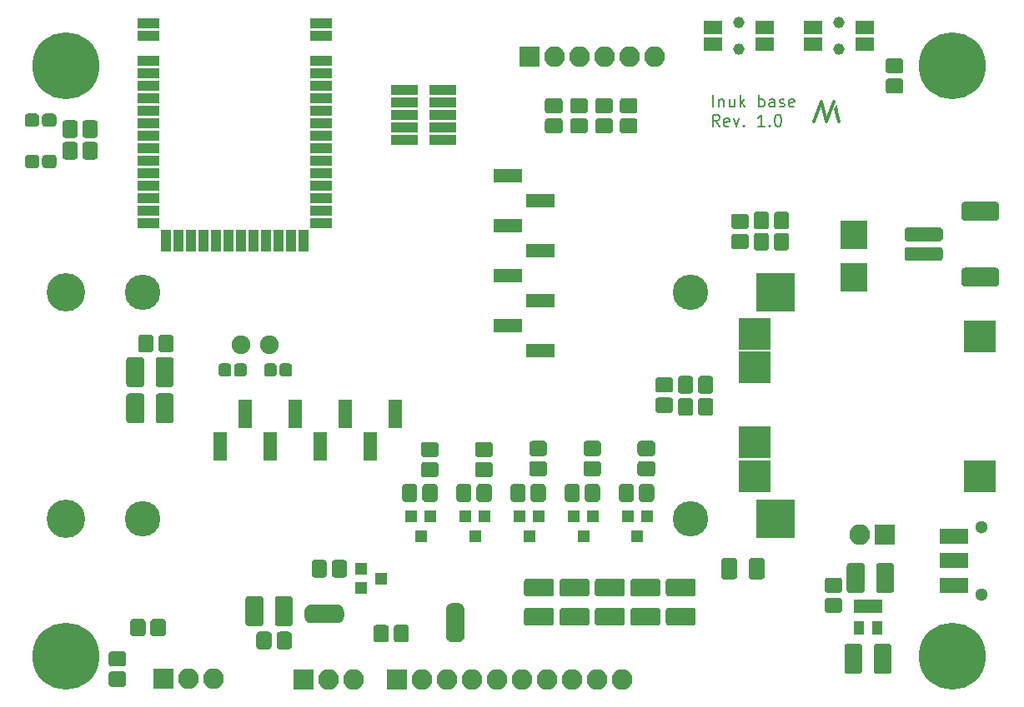
<source format=gbr>
G04 #@! TF.GenerationSoftware,KiCad,Pcbnew,(5.1.5-0-10_14)*
G04 #@! TF.CreationDate,2020-04-19T20:25:50+02:00*
G04 #@! TF.ProjectId,inuk-base,696e756b-2d62-4617-9365-2e6b69636164,rev?*
G04 #@! TF.SameCoordinates,Original*
G04 #@! TF.FileFunction,Soldermask,Top*
G04 #@! TF.FilePolarity,Negative*
%FSLAX46Y46*%
G04 Gerber Fmt 4.6, Leading zero omitted, Abs format (unit mm)*
G04 Created by KiCad (PCBNEW (5.1.5-0-10_14)) date 2020-04-19 20:25:50*
%MOMM*%
%LPD*%
G04 APERTURE LIST*
%ADD10C,0.200000*%
%ADD11C,0.350000*%
%ADD12C,0.100000*%
%ADD13R,2.700000X2.900000*%
%ADD14O,2.100000X2.100000*%
%ADD15R,2.100000X2.100000*%
%ADD16R,1.400000X2.910000*%
%ADD17R,2.910000X1.400000*%
%ADD18C,1.150000*%
%ADD19R,1.950000X1.400000*%
%ADD20C,1.300000*%
%ADD21R,2.900000X1.650000*%
%ADD22C,1.900000*%
%ADD23R,1.900000X1.400000*%
%ADD24R,1.400000X1.900000*%
%ADD25R,1.300000X1.200000*%
%ADD26R,3.200000X3.200000*%
%ADD27R,2.200000X1.100000*%
%ADD28R,1.100000X2.200000*%
%ADD29R,1.050000X1.460000*%
%ADD30R,1.200000X1.300000*%
%ADD31C,1.200000*%
%ADD32C,6.800000*%
%ADD33C,3.600000*%
%ADD34R,3.900000X3.900000*%
%ADD35C,3.900000*%
%ADD36R,2.800000X1.140000*%
G04 APERTURE END LIST*
D10*
X126328571Y-86142857D02*
X125928571Y-85571428D01*
X125642857Y-86142857D02*
X125642857Y-84942857D01*
X126100000Y-84942857D01*
X126214285Y-85000000D01*
X126271428Y-85057142D01*
X126328571Y-85171428D01*
X126328571Y-85342857D01*
X126271428Y-85457142D01*
X126214285Y-85514285D01*
X126100000Y-85571428D01*
X125642857Y-85571428D01*
X127300000Y-86085714D02*
X127185714Y-86142857D01*
X126957142Y-86142857D01*
X126842857Y-86085714D01*
X126785714Y-85971428D01*
X126785714Y-85514285D01*
X126842857Y-85400000D01*
X126957142Y-85342857D01*
X127185714Y-85342857D01*
X127300000Y-85400000D01*
X127357142Y-85514285D01*
X127357142Y-85628571D01*
X126785714Y-85742857D01*
X127757142Y-85342857D02*
X128042857Y-86142857D01*
X128328571Y-85342857D01*
X128785714Y-86028571D02*
X128842857Y-86085714D01*
X128785714Y-86142857D01*
X128728571Y-86085714D01*
X128785714Y-86028571D01*
X128785714Y-86142857D01*
X130900000Y-86142857D02*
X130214285Y-86142857D01*
X130557142Y-86142857D02*
X130557142Y-84942857D01*
X130442857Y-85114285D01*
X130328571Y-85228571D01*
X130214285Y-85285714D01*
X131414285Y-86028571D02*
X131471428Y-86085714D01*
X131414285Y-86142857D01*
X131357142Y-86085714D01*
X131414285Y-86028571D01*
X131414285Y-86142857D01*
X132214285Y-84942857D02*
X132328571Y-84942857D01*
X132442857Y-85000000D01*
X132500000Y-85057142D01*
X132557142Y-85171428D01*
X132614285Y-85400000D01*
X132614285Y-85685714D01*
X132557142Y-85914285D01*
X132500000Y-86028571D01*
X132442857Y-86085714D01*
X132328571Y-86142857D01*
X132214285Y-86142857D01*
X132100000Y-86085714D01*
X132042857Y-86028571D01*
X131985714Y-85914285D01*
X131928571Y-85685714D01*
X131928571Y-85400000D01*
X131985714Y-85171428D01*
X132042857Y-85057142D01*
X132100000Y-85000000D01*
X132214285Y-84942857D01*
X125685714Y-84142857D02*
X125685714Y-82942857D01*
X126257142Y-83342857D02*
X126257142Y-84142857D01*
X126257142Y-83457142D02*
X126314285Y-83400000D01*
X126428571Y-83342857D01*
X126600000Y-83342857D01*
X126714285Y-83400000D01*
X126771428Y-83514285D01*
X126771428Y-84142857D01*
X127857142Y-83342857D02*
X127857142Y-84142857D01*
X127342857Y-83342857D02*
X127342857Y-83971428D01*
X127400000Y-84085714D01*
X127514285Y-84142857D01*
X127685714Y-84142857D01*
X127800000Y-84085714D01*
X127857142Y-84028571D01*
X128428571Y-84142857D02*
X128428571Y-82942857D01*
X128542857Y-83685714D02*
X128885714Y-84142857D01*
X128885714Y-83342857D02*
X128428571Y-83800000D01*
X130314285Y-84142857D02*
X130314285Y-82942857D01*
X130314285Y-83400000D02*
X130428571Y-83342857D01*
X130657142Y-83342857D01*
X130771428Y-83400000D01*
X130828571Y-83457142D01*
X130885714Y-83571428D01*
X130885714Y-83914285D01*
X130828571Y-84028571D01*
X130771428Y-84085714D01*
X130657142Y-84142857D01*
X130428571Y-84142857D01*
X130314285Y-84085714D01*
X131914285Y-84142857D02*
X131914285Y-83514285D01*
X131857142Y-83400000D01*
X131742857Y-83342857D01*
X131514285Y-83342857D01*
X131400000Y-83400000D01*
X131914285Y-84085714D02*
X131800000Y-84142857D01*
X131514285Y-84142857D01*
X131400000Y-84085714D01*
X131342857Y-83971428D01*
X131342857Y-83857142D01*
X131400000Y-83742857D01*
X131514285Y-83685714D01*
X131800000Y-83685714D01*
X131914285Y-83628571D01*
X132428571Y-84085714D02*
X132542857Y-84142857D01*
X132771428Y-84142857D01*
X132885714Y-84085714D01*
X132942857Y-83971428D01*
X132942857Y-83914285D01*
X132885714Y-83800000D01*
X132771428Y-83742857D01*
X132600000Y-83742857D01*
X132485714Y-83685714D01*
X132428571Y-83571428D01*
X132428571Y-83514285D01*
X132485714Y-83400000D01*
X132600000Y-83342857D01*
X132771428Y-83342857D01*
X132885714Y-83400000D01*
X133914285Y-84085714D02*
X133800000Y-84142857D01*
X133571428Y-84142857D01*
X133457142Y-84085714D01*
X133400000Y-83971428D01*
X133400000Y-83514285D01*
X133457142Y-83400000D01*
X133571428Y-83342857D01*
X133800000Y-83342857D01*
X133914285Y-83400000D01*
X133971428Y-83514285D01*
X133971428Y-83628571D01*
X133400000Y-83742857D01*
D11*
X135940000Y-85610000D02*
X136690000Y-83610000D01*
D12*
G36*
X138300000Y-84510000D02*
G01*
X138060000Y-84600000D01*
X138000000Y-84380000D01*
X138170000Y-83920000D01*
X138300000Y-84510000D01*
G37*
X138300000Y-84510000D02*
X138060000Y-84600000D01*
X138000000Y-84380000D01*
X138170000Y-83920000D01*
X138300000Y-84510000D01*
D11*
X136690000Y-83610000D02*
X137190000Y-85610000D01*
X137190000Y-85610000D02*
X137940000Y-83610000D01*
X138140000Y-84390000D02*
X138440000Y-85610000D01*
D13*
X140000000Y-97150000D03*
X140000000Y-101450000D03*
D12*
G36*
X128996071Y-97051623D02*
G01*
X129028781Y-97056475D01*
X129060857Y-97064509D01*
X129091991Y-97075649D01*
X129121884Y-97089787D01*
X129150247Y-97106787D01*
X129176807Y-97126485D01*
X129201308Y-97148692D01*
X129223515Y-97173193D01*
X129243213Y-97199753D01*
X129260213Y-97228116D01*
X129274351Y-97258009D01*
X129285491Y-97289143D01*
X129293525Y-97321219D01*
X129298377Y-97353929D01*
X129300000Y-97386956D01*
X129300000Y-98263044D01*
X129298377Y-98296071D01*
X129293525Y-98328781D01*
X129285491Y-98360857D01*
X129274351Y-98391991D01*
X129260213Y-98421884D01*
X129243213Y-98450247D01*
X129223515Y-98476807D01*
X129201308Y-98501308D01*
X129176807Y-98523515D01*
X129150247Y-98543213D01*
X129121884Y-98560213D01*
X129091991Y-98574351D01*
X129060857Y-98585491D01*
X129028781Y-98593525D01*
X128996071Y-98598377D01*
X128963044Y-98600000D01*
X127836956Y-98600000D01*
X127803929Y-98598377D01*
X127771219Y-98593525D01*
X127739143Y-98585491D01*
X127708009Y-98574351D01*
X127678116Y-98560213D01*
X127649753Y-98543213D01*
X127623193Y-98523515D01*
X127598692Y-98501308D01*
X127576485Y-98476807D01*
X127556787Y-98450247D01*
X127539787Y-98421884D01*
X127525649Y-98391991D01*
X127514509Y-98360857D01*
X127506475Y-98328781D01*
X127501623Y-98296071D01*
X127500000Y-98263044D01*
X127500000Y-97386956D01*
X127501623Y-97353929D01*
X127506475Y-97321219D01*
X127514509Y-97289143D01*
X127525649Y-97258009D01*
X127539787Y-97228116D01*
X127556787Y-97199753D01*
X127576485Y-97173193D01*
X127598692Y-97148692D01*
X127623193Y-97126485D01*
X127649753Y-97106787D01*
X127678116Y-97089787D01*
X127708009Y-97075649D01*
X127739143Y-97064509D01*
X127771219Y-97056475D01*
X127803929Y-97051623D01*
X127836956Y-97050000D01*
X128963044Y-97050000D01*
X128996071Y-97051623D01*
G37*
G36*
X128996071Y-95001623D02*
G01*
X129028781Y-95006475D01*
X129060857Y-95014509D01*
X129091991Y-95025649D01*
X129121884Y-95039787D01*
X129150247Y-95056787D01*
X129176807Y-95076485D01*
X129201308Y-95098692D01*
X129223515Y-95123193D01*
X129243213Y-95149753D01*
X129260213Y-95178116D01*
X129274351Y-95208009D01*
X129285491Y-95239143D01*
X129293525Y-95271219D01*
X129298377Y-95303929D01*
X129300000Y-95336956D01*
X129300000Y-96213044D01*
X129298377Y-96246071D01*
X129293525Y-96278781D01*
X129285491Y-96310857D01*
X129274351Y-96341991D01*
X129260213Y-96371884D01*
X129243213Y-96400247D01*
X129223515Y-96426807D01*
X129201308Y-96451308D01*
X129176807Y-96473515D01*
X129150247Y-96493213D01*
X129121884Y-96510213D01*
X129091991Y-96524351D01*
X129060857Y-96535491D01*
X129028781Y-96543525D01*
X128996071Y-96548377D01*
X128963044Y-96550000D01*
X127836956Y-96550000D01*
X127803929Y-96548377D01*
X127771219Y-96543525D01*
X127739143Y-96535491D01*
X127708009Y-96524351D01*
X127678116Y-96510213D01*
X127649753Y-96493213D01*
X127623193Y-96473515D01*
X127598692Y-96451308D01*
X127576485Y-96426807D01*
X127556787Y-96400247D01*
X127539787Y-96371884D01*
X127525649Y-96341991D01*
X127514509Y-96310857D01*
X127506475Y-96278781D01*
X127501623Y-96246071D01*
X127500000Y-96213044D01*
X127500000Y-95336956D01*
X127501623Y-95303929D01*
X127506475Y-95271219D01*
X127514509Y-95239143D01*
X127525649Y-95208009D01*
X127539787Y-95178116D01*
X127556787Y-95149753D01*
X127576485Y-95123193D01*
X127598692Y-95098692D01*
X127623193Y-95076485D01*
X127649753Y-95056787D01*
X127678116Y-95039787D01*
X127708009Y-95025649D01*
X127739143Y-95014509D01*
X127771219Y-95006475D01*
X127803929Y-95001623D01*
X127836956Y-95000000D01*
X128963044Y-95000000D01*
X128996071Y-95001623D01*
G37*
D14*
X96090000Y-142390000D03*
X98630000Y-142390000D03*
D15*
X93550000Y-142390000D03*
D14*
X101170000Y-142390000D03*
X103710000Y-142390000D03*
X106250000Y-142390000D03*
X108790000Y-142390000D03*
X111330000Y-142390000D03*
X113870000Y-142390000D03*
X116410000Y-142390000D03*
D16*
X75610000Y-118655000D03*
X80690000Y-118655000D03*
X85770000Y-118655000D03*
X90850000Y-118655000D03*
X78150000Y-115345000D03*
X83230000Y-115345000D03*
X88310000Y-115345000D03*
X93390000Y-115345000D03*
D17*
X108155000Y-108890000D03*
X108155000Y-103810000D03*
X108155000Y-98730000D03*
X108155000Y-93650000D03*
X104845000Y-106350000D03*
X104845000Y-101270000D03*
X104845000Y-96190000D03*
X104845000Y-91110000D03*
D12*
G36*
X70596071Y-107301623D02*
G01*
X70628781Y-107306475D01*
X70660857Y-107314509D01*
X70691991Y-107325649D01*
X70721884Y-107339787D01*
X70750247Y-107356787D01*
X70776807Y-107376485D01*
X70801308Y-107398692D01*
X70823515Y-107423193D01*
X70843213Y-107449753D01*
X70860213Y-107478116D01*
X70874351Y-107508009D01*
X70885491Y-107539143D01*
X70893525Y-107571219D01*
X70898377Y-107603929D01*
X70900000Y-107636956D01*
X70900000Y-108763044D01*
X70898377Y-108796071D01*
X70893525Y-108828781D01*
X70885491Y-108860857D01*
X70874351Y-108891991D01*
X70860213Y-108921884D01*
X70843213Y-108950247D01*
X70823515Y-108976807D01*
X70801308Y-109001308D01*
X70776807Y-109023515D01*
X70750247Y-109043213D01*
X70721884Y-109060213D01*
X70691991Y-109074351D01*
X70660857Y-109085491D01*
X70628781Y-109093525D01*
X70596071Y-109098377D01*
X70563044Y-109100000D01*
X69686956Y-109100000D01*
X69653929Y-109098377D01*
X69621219Y-109093525D01*
X69589143Y-109085491D01*
X69558009Y-109074351D01*
X69528116Y-109060213D01*
X69499753Y-109043213D01*
X69473193Y-109023515D01*
X69448692Y-109001308D01*
X69426485Y-108976807D01*
X69406787Y-108950247D01*
X69389787Y-108921884D01*
X69375649Y-108891991D01*
X69364509Y-108860857D01*
X69356475Y-108828781D01*
X69351623Y-108796071D01*
X69350000Y-108763044D01*
X69350000Y-107636956D01*
X69351623Y-107603929D01*
X69356475Y-107571219D01*
X69364509Y-107539143D01*
X69375649Y-107508009D01*
X69389787Y-107478116D01*
X69406787Y-107449753D01*
X69426485Y-107423193D01*
X69448692Y-107398692D01*
X69473193Y-107376485D01*
X69499753Y-107356787D01*
X69528116Y-107339787D01*
X69558009Y-107325649D01*
X69589143Y-107314509D01*
X69621219Y-107306475D01*
X69653929Y-107301623D01*
X69686956Y-107300000D01*
X70563044Y-107300000D01*
X70596071Y-107301623D01*
G37*
G36*
X68546071Y-107301623D02*
G01*
X68578781Y-107306475D01*
X68610857Y-107314509D01*
X68641991Y-107325649D01*
X68671884Y-107339787D01*
X68700247Y-107356787D01*
X68726807Y-107376485D01*
X68751308Y-107398692D01*
X68773515Y-107423193D01*
X68793213Y-107449753D01*
X68810213Y-107478116D01*
X68824351Y-107508009D01*
X68835491Y-107539143D01*
X68843525Y-107571219D01*
X68848377Y-107603929D01*
X68850000Y-107636956D01*
X68850000Y-108763044D01*
X68848377Y-108796071D01*
X68843525Y-108828781D01*
X68835491Y-108860857D01*
X68824351Y-108891991D01*
X68810213Y-108921884D01*
X68793213Y-108950247D01*
X68773515Y-108976807D01*
X68751308Y-109001308D01*
X68726807Y-109023515D01*
X68700247Y-109043213D01*
X68671884Y-109060213D01*
X68641991Y-109074351D01*
X68610857Y-109085491D01*
X68578781Y-109093525D01*
X68546071Y-109098377D01*
X68513044Y-109100000D01*
X67636956Y-109100000D01*
X67603929Y-109098377D01*
X67571219Y-109093525D01*
X67539143Y-109085491D01*
X67508009Y-109074351D01*
X67478116Y-109060213D01*
X67449753Y-109043213D01*
X67423193Y-109023515D01*
X67398692Y-109001308D01*
X67376485Y-108976807D01*
X67356787Y-108950247D01*
X67339787Y-108921884D01*
X67325649Y-108891991D01*
X67314509Y-108860857D01*
X67306475Y-108828781D01*
X67301623Y-108796071D01*
X67300000Y-108763044D01*
X67300000Y-107636956D01*
X67301623Y-107603929D01*
X67306475Y-107571219D01*
X67314509Y-107539143D01*
X67325649Y-107508009D01*
X67339787Y-107478116D01*
X67356787Y-107449753D01*
X67376485Y-107423193D01*
X67398692Y-107398692D01*
X67423193Y-107376485D01*
X67449753Y-107356787D01*
X67478116Y-107339787D01*
X67508009Y-107325649D01*
X67539143Y-107314509D01*
X67571219Y-107306475D01*
X67603929Y-107301623D01*
X67636956Y-107300000D01*
X68513044Y-107300000D01*
X68546071Y-107301623D01*
G37*
G36*
X67636207Y-109576542D02*
G01*
X67667287Y-109581152D01*
X67697766Y-109588787D01*
X67727350Y-109599372D01*
X67755754Y-109612806D01*
X67782704Y-109628959D01*
X67807942Y-109647677D01*
X67831223Y-109668777D01*
X67852323Y-109692058D01*
X67871041Y-109717296D01*
X67887194Y-109744246D01*
X67900628Y-109772650D01*
X67911213Y-109802234D01*
X67918848Y-109832713D01*
X67923458Y-109863793D01*
X67925000Y-109895176D01*
X67925000Y-112304824D01*
X67923458Y-112336207D01*
X67918848Y-112367287D01*
X67911213Y-112397766D01*
X67900628Y-112427350D01*
X67887194Y-112455754D01*
X67871041Y-112482704D01*
X67852323Y-112507942D01*
X67831223Y-112531223D01*
X67807942Y-112552323D01*
X67782704Y-112571041D01*
X67755754Y-112587194D01*
X67727350Y-112600628D01*
X67697766Y-112611213D01*
X67667287Y-112618848D01*
X67636207Y-112623458D01*
X67604824Y-112625000D01*
X66420176Y-112625000D01*
X66388793Y-112623458D01*
X66357713Y-112618848D01*
X66327234Y-112611213D01*
X66297650Y-112600628D01*
X66269246Y-112587194D01*
X66242296Y-112571041D01*
X66217058Y-112552323D01*
X66193777Y-112531223D01*
X66172677Y-112507942D01*
X66153959Y-112482704D01*
X66137806Y-112455754D01*
X66124372Y-112427350D01*
X66113787Y-112397766D01*
X66106152Y-112367287D01*
X66101542Y-112336207D01*
X66100000Y-112304824D01*
X66100000Y-109895176D01*
X66101542Y-109863793D01*
X66106152Y-109832713D01*
X66113787Y-109802234D01*
X66124372Y-109772650D01*
X66137806Y-109744246D01*
X66153959Y-109717296D01*
X66172677Y-109692058D01*
X66193777Y-109668777D01*
X66217058Y-109647677D01*
X66242296Y-109628959D01*
X66269246Y-109612806D01*
X66297650Y-109599372D01*
X66327234Y-109588787D01*
X66357713Y-109581152D01*
X66388793Y-109576542D01*
X66420176Y-109575000D01*
X67604824Y-109575000D01*
X67636207Y-109576542D01*
G37*
G36*
X70611207Y-109576542D02*
G01*
X70642287Y-109581152D01*
X70672766Y-109588787D01*
X70702350Y-109599372D01*
X70730754Y-109612806D01*
X70757704Y-109628959D01*
X70782942Y-109647677D01*
X70806223Y-109668777D01*
X70827323Y-109692058D01*
X70846041Y-109717296D01*
X70862194Y-109744246D01*
X70875628Y-109772650D01*
X70886213Y-109802234D01*
X70893848Y-109832713D01*
X70898458Y-109863793D01*
X70900000Y-109895176D01*
X70900000Y-112304824D01*
X70898458Y-112336207D01*
X70893848Y-112367287D01*
X70886213Y-112397766D01*
X70875628Y-112427350D01*
X70862194Y-112455754D01*
X70846041Y-112482704D01*
X70827323Y-112507942D01*
X70806223Y-112531223D01*
X70782942Y-112552323D01*
X70757704Y-112571041D01*
X70730754Y-112587194D01*
X70702350Y-112600628D01*
X70672766Y-112611213D01*
X70642287Y-112618848D01*
X70611207Y-112623458D01*
X70579824Y-112625000D01*
X69395176Y-112625000D01*
X69363793Y-112623458D01*
X69332713Y-112618848D01*
X69302234Y-112611213D01*
X69272650Y-112600628D01*
X69244246Y-112587194D01*
X69217296Y-112571041D01*
X69192058Y-112552323D01*
X69168777Y-112531223D01*
X69147677Y-112507942D01*
X69128959Y-112482704D01*
X69112806Y-112455754D01*
X69099372Y-112427350D01*
X69088787Y-112397766D01*
X69081152Y-112367287D01*
X69076542Y-112336207D01*
X69075000Y-112304824D01*
X69075000Y-109895176D01*
X69076542Y-109863793D01*
X69081152Y-109832713D01*
X69088787Y-109802234D01*
X69099372Y-109772650D01*
X69112806Y-109744246D01*
X69128959Y-109717296D01*
X69147677Y-109692058D01*
X69168777Y-109668777D01*
X69192058Y-109647677D01*
X69217296Y-109628959D01*
X69244246Y-109612806D01*
X69272650Y-109599372D01*
X69302234Y-109588787D01*
X69332713Y-109581152D01*
X69363793Y-109576542D01*
X69395176Y-109575000D01*
X70579824Y-109575000D01*
X70611207Y-109576542D01*
G37*
G36*
X67636207Y-113276542D02*
G01*
X67667287Y-113281152D01*
X67697766Y-113288787D01*
X67727350Y-113299372D01*
X67755754Y-113312806D01*
X67782704Y-113328959D01*
X67807942Y-113347677D01*
X67831223Y-113368777D01*
X67852323Y-113392058D01*
X67871041Y-113417296D01*
X67887194Y-113444246D01*
X67900628Y-113472650D01*
X67911213Y-113502234D01*
X67918848Y-113532713D01*
X67923458Y-113563793D01*
X67925000Y-113595176D01*
X67925000Y-116004824D01*
X67923458Y-116036207D01*
X67918848Y-116067287D01*
X67911213Y-116097766D01*
X67900628Y-116127350D01*
X67887194Y-116155754D01*
X67871041Y-116182704D01*
X67852323Y-116207942D01*
X67831223Y-116231223D01*
X67807942Y-116252323D01*
X67782704Y-116271041D01*
X67755754Y-116287194D01*
X67727350Y-116300628D01*
X67697766Y-116311213D01*
X67667287Y-116318848D01*
X67636207Y-116323458D01*
X67604824Y-116325000D01*
X66420176Y-116325000D01*
X66388793Y-116323458D01*
X66357713Y-116318848D01*
X66327234Y-116311213D01*
X66297650Y-116300628D01*
X66269246Y-116287194D01*
X66242296Y-116271041D01*
X66217058Y-116252323D01*
X66193777Y-116231223D01*
X66172677Y-116207942D01*
X66153959Y-116182704D01*
X66137806Y-116155754D01*
X66124372Y-116127350D01*
X66113787Y-116097766D01*
X66106152Y-116067287D01*
X66101542Y-116036207D01*
X66100000Y-116004824D01*
X66100000Y-113595176D01*
X66101542Y-113563793D01*
X66106152Y-113532713D01*
X66113787Y-113502234D01*
X66124372Y-113472650D01*
X66137806Y-113444246D01*
X66153959Y-113417296D01*
X66172677Y-113392058D01*
X66193777Y-113368777D01*
X66217058Y-113347677D01*
X66242296Y-113328959D01*
X66269246Y-113312806D01*
X66297650Y-113299372D01*
X66327234Y-113288787D01*
X66357713Y-113281152D01*
X66388793Y-113276542D01*
X66420176Y-113275000D01*
X67604824Y-113275000D01*
X67636207Y-113276542D01*
G37*
G36*
X70611207Y-113276542D02*
G01*
X70642287Y-113281152D01*
X70672766Y-113288787D01*
X70702350Y-113299372D01*
X70730754Y-113312806D01*
X70757704Y-113328959D01*
X70782942Y-113347677D01*
X70806223Y-113368777D01*
X70827323Y-113392058D01*
X70846041Y-113417296D01*
X70862194Y-113444246D01*
X70875628Y-113472650D01*
X70886213Y-113502234D01*
X70893848Y-113532713D01*
X70898458Y-113563793D01*
X70900000Y-113595176D01*
X70900000Y-116004824D01*
X70898458Y-116036207D01*
X70893848Y-116067287D01*
X70886213Y-116097766D01*
X70875628Y-116127350D01*
X70862194Y-116155754D01*
X70846041Y-116182704D01*
X70827323Y-116207942D01*
X70806223Y-116231223D01*
X70782942Y-116252323D01*
X70757704Y-116271041D01*
X70730754Y-116287194D01*
X70702350Y-116300628D01*
X70672766Y-116311213D01*
X70642287Y-116318848D01*
X70611207Y-116323458D01*
X70579824Y-116325000D01*
X69395176Y-116325000D01*
X69363793Y-116323458D01*
X69332713Y-116318848D01*
X69302234Y-116311213D01*
X69272650Y-116300628D01*
X69244246Y-116287194D01*
X69217296Y-116271041D01*
X69192058Y-116252323D01*
X69168777Y-116231223D01*
X69147677Y-116207942D01*
X69128959Y-116182704D01*
X69112806Y-116155754D01*
X69099372Y-116127350D01*
X69088787Y-116097766D01*
X69081152Y-116067287D01*
X69076542Y-116036207D01*
X69075000Y-116004824D01*
X69075000Y-113595176D01*
X69076542Y-113563793D01*
X69081152Y-113532713D01*
X69088787Y-113502234D01*
X69099372Y-113472650D01*
X69112806Y-113444246D01*
X69128959Y-113417296D01*
X69147677Y-113392058D01*
X69168777Y-113368777D01*
X69192058Y-113347677D01*
X69217296Y-113328959D01*
X69244246Y-113312806D01*
X69272650Y-113299372D01*
X69302234Y-113288787D01*
X69332713Y-113281152D01*
X69363793Y-113276542D01*
X69395176Y-113275000D01*
X70579824Y-113275000D01*
X70611207Y-113276542D01*
G37*
G36*
X81062493Y-110226535D02*
G01*
X81093435Y-110231125D01*
X81123778Y-110238725D01*
X81153230Y-110249263D01*
X81181508Y-110262638D01*
X81208338Y-110278719D01*
X81233463Y-110297353D01*
X81256640Y-110318360D01*
X81277647Y-110341537D01*
X81296281Y-110366662D01*
X81312362Y-110393492D01*
X81325737Y-110421770D01*
X81336275Y-110451222D01*
X81343875Y-110481565D01*
X81348465Y-110512507D01*
X81350000Y-110543750D01*
X81350000Y-111256250D01*
X81348465Y-111287493D01*
X81343875Y-111318435D01*
X81336275Y-111348778D01*
X81325737Y-111378230D01*
X81312362Y-111406508D01*
X81296281Y-111433338D01*
X81277647Y-111458463D01*
X81256640Y-111481640D01*
X81233463Y-111502647D01*
X81208338Y-111521281D01*
X81181508Y-111537362D01*
X81153230Y-111550737D01*
X81123778Y-111561275D01*
X81093435Y-111568875D01*
X81062493Y-111573465D01*
X81031250Y-111575000D01*
X80393750Y-111575000D01*
X80362507Y-111573465D01*
X80331565Y-111568875D01*
X80301222Y-111561275D01*
X80271770Y-111550737D01*
X80243492Y-111537362D01*
X80216662Y-111521281D01*
X80191537Y-111502647D01*
X80168360Y-111481640D01*
X80147353Y-111458463D01*
X80128719Y-111433338D01*
X80112638Y-111406508D01*
X80099263Y-111378230D01*
X80088725Y-111348778D01*
X80081125Y-111318435D01*
X80076535Y-111287493D01*
X80075000Y-111256250D01*
X80075000Y-110543750D01*
X80076535Y-110512507D01*
X80081125Y-110481565D01*
X80088725Y-110451222D01*
X80099263Y-110421770D01*
X80112638Y-110393492D01*
X80128719Y-110366662D01*
X80147353Y-110341537D01*
X80168360Y-110318360D01*
X80191537Y-110297353D01*
X80216662Y-110278719D01*
X80243492Y-110262638D01*
X80271770Y-110249263D01*
X80301222Y-110238725D01*
X80331565Y-110231125D01*
X80362507Y-110226535D01*
X80393750Y-110225000D01*
X81031250Y-110225000D01*
X81062493Y-110226535D01*
G37*
G36*
X82637493Y-110226535D02*
G01*
X82668435Y-110231125D01*
X82698778Y-110238725D01*
X82728230Y-110249263D01*
X82756508Y-110262638D01*
X82783338Y-110278719D01*
X82808463Y-110297353D01*
X82831640Y-110318360D01*
X82852647Y-110341537D01*
X82871281Y-110366662D01*
X82887362Y-110393492D01*
X82900737Y-110421770D01*
X82911275Y-110451222D01*
X82918875Y-110481565D01*
X82923465Y-110512507D01*
X82925000Y-110543750D01*
X82925000Y-111256250D01*
X82923465Y-111287493D01*
X82918875Y-111318435D01*
X82911275Y-111348778D01*
X82900737Y-111378230D01*
X82887362Y-111406508D01*
X82871281Y-111433338D01*
X82852647Y-111458463D01*
X82831640Y-111481640D01*
X82808463Y-111502647D01*
X82783338Y-111521281D01*
X82756508Y-111537362D01*
X82728230Y-111550737D01*
X82698778Y-111561275D01*
X82668435Y-111568875D01*
X82637493Y-111573465D01*
X82606250Y-111575000D01*
X81968750Y-111575000D01*
X81937507Y-111573465D01*
X81906565Y-111568875D01*
X81876222Y-111561275D01*
X81846770Y-111550737D01*
X81818492Y-111537362D01*
X81791662Y-111521281D01*
X81766537Y-111502647D01*
X81743360Y-111481640D01*
X81722353Y-111458463D01*
X81703719Y-111433338D01*
X81687638Y-111406508D01*
X81674263Y-111378230D01*
X81663725Y-111348778D01*
X81656125Y-111318435D01*
X81651535Y-111287493D01*
X81650000Y-111256250D01*
X81650000Y-110543750D01*
X81651535Y-110512507D01*
X81656125Y-110481565D01*
X81663725Y-110451222D01*
X81674263Y-110421770D01*
X81687638Y-110393492D01*
X81703719Y-110366662D01*
X81722353Y-110341537D01*
X81743360Y-110318360D01*
X81766537Y-110297353D01*
X81791662Y-110278719D01*
X81818492Y-110262638D01*
X81846770Y-110249263D01*
X81876222Y-110238725D01*
X81906565Y-110231125D01*
X81937507Y-110226535D01*
X81968750Y-110225000D01*
X82606250Y-110225000D01*
X82637493Y-110226535D01*
G37*
G36*
X78037493Y-110226535D02*
G01*
X78068435Y-110231125D01*
X78098778Y-110238725D01*
X78128230Y-110249263D01*
X78156508Y-110262638D01*
X78183338Y-110278719D01*
X78208463Y-110297353D01*
X78231640Y-110318360D01*
X78252647Y-110341537D01*
X78271281Y-110366662D01*
X78287362Y-110393492D01*
X78300737Y-110421770D01*
X78311275Y-110451222D01*
X78318875Y-110481565D01*
X78323465Y-110512507D01*
X78325000Y-110543750D01*
X78325000Y-111256250D01*
X78323465Y-111287493D01*
X78318875Y-111318435D01*
X78311275Y-111348778D01*
X78300737Y-111378230D01*
X78287362Y-111406508D01*
X78271281Y-111433338D01*
X78252647Y-111458463D01*
X78231640Y-111481640D01*
X78208463Y-111502647D01*
X78183338Y-111521281D01*
X78156508Y-111537362D01*
X78128230Y-111550737D01*
X78098778Y-111561275D01*
X78068435Y-111568875D01*
X78037493Y-111573465D01*
X78006250Y-111575000D01*
X77368750Y-111575000D01*
X77337507Y-111573465D01*
X77306565Y-111568875D01*
X77276222Y-111561275D01*
X77246770Y-111550737D01*
X77218492Y-111537362D01*
X77191662Y-111521281D01*
X77166537Y-111502647D01*
X77143360Y-111481640D01*
X77122353Y-111458463D01*
X77103719Y-111433338D01*
X77087638Y-111406508D01*
X77074263Y-111378230D01*
X77063725Y-111348778D01*
X77056125Y-111318435D01*
X77051535Y-111287493D01*
X77050000Y-111256250D01*
X77050000Y-110543750D01*
X77051535Y-110512507D01*
X77056125Y-110481565D01*
X77063725Y-110451222D01*
X77074263Y-110421770D01*
X77087638Y-110393492D01*
X77103719Y-110366662D01*
X77122353Y-110341537D01*
X77143360Y-110318360D01*
X77166537Y-110297353D01*
X77191662Y-110278719D01*
X77218492Y-110262638D01*
X77246770Y-110249263D01*
X77276222Y-110238725D01*
X77306565Y-110231125D01*
X77337507Y-110226535D01*
X77368750Y-110225000D01*
X78006250Y-110225000D01*
X78037493Y-110226535D01*
G37*
G36*
X76462493Y-110226535D02*
G01*
X76493435Y-110231125D01*
X76523778Y-110238725D01*
X76553230Y-110249263D01*
X76581508Y-110262638D01*
X76608338Y-110278719D01*
X76633463Y-110297353D01*
X76656640Y-110318360D01*
X76677647Y-110341537D01*
X76696281Y-110366662D01*
X76712362Y-110393492D01*
X76725737Y-110421770D01*
X76736275Y-110451222D01*
X76743875Y-110481565D01*
X76748465Y-110512507D01*
X76750000Y-110543750D01*
X76750000Y-111256250D01*
X76748465Y-111287493D01*
X76743875Y-111318435D01*
X76736275Y-111348778D01*
X76725737Y-111378230D01*
X76712362Y-111406508D01*
X76696281Y-111433338D01*
X76677647Y-111458463D01*
X76656640Y-111481640D01*
X76633463Y-111502647D01*
X76608338Y-111521281D01*
X76581508Y-111537362D01*
X76553230Y-111550737D01*
X76523778Y-111561275D01*
X76493435Y-111568875D01*
X76462493Y-111573465D01*
X76431250Y-111575000D01*
X75793750Y-111575000D01*
X75762507Y-111573465D01*
X75731565Y-111568875D01*
X75701222Y-111561275D01*
X75671770Y-111550737D01*
X75643492Y-111537362D01*
X75616662Y-111521281D01*
X75591537Y-111502647D01*
X75568360Y-111481640D01*
X75547353Y-111458463D01*
X75528719Y-111433338D01*
X75512638Y-111406508D01*
X75499263Y-111378230D01*
X75488725Y-111348778D01*
X75481125Y-111318435D01*
X75476535Y-111287493D01*
X75475000Y-111256250D01*
X75475000Y-110543750D01*
X75476535Y-110512507D01*
X75481125Y-110481565D01*
X75488725Y-110451222D01*
X75499263Y-110421770D01*
X75512638Y-110393492D01*
X75528719Y-110366662D01*
X75547353Y-110341537D01*
X75568360Y-110318360D01*
X75591537Y-110297353D01*
X75616662Y-110278719D01*
X75643492Y-110262638D01*
X75671770Y-110249263D01*
X75701222Y-110238725D01*
X75731565Y-110231125D01*
X75762507Y-110226535D01*
X75793750Y-110225000D01*
X76431250Y-110225000D01*
X76462493Y-110226535D01*
G37*
D18*
X138450000Y-75525000D03*
X138450000Y-78275000D03*
D19*
X141075000Y-76050000D03*
X135825000Y-76050000D03*
X135825000Y-77750000D03*
X141075000Y-77750000D03*
D18*
X128250000Y-75525000D03*
X128250000Y-78275000D03*
D19*
X130875000Y-76050000D03*
X125625000Y-76050000D03*
X125625000Y-77750000D03*
X130875000Y-77750000D03*
D12*
G36*
X154414372Y-93801525D02*
G01*
X154445112Y-93806085D01*
X154475257Y-93813636D01*
X154504516Y-93824105D01*
X154532609Y-93837392D01*
X154559264Y-93853368D01*
X154584224Y-93871880D01*
X154607250Y-93892750D01*
X154628120Y-93915776D01*
X154646632Y-93940736D01*
X154662608Y-93967391D01*
X154675895Y-93995484D01*
X154686364Y-94024743D01*
X154693915Y-94054888D01*
X154698475Y-94085628D01*
X154700000Y-94116667D01*
X154700000Y-95383333D01*
X154698475Y-95414372D01*
X154693915Y-95445112D01*
X154686364Y-95475257D01*
X154675895Y-95504516D01*
X154662608Y-95532609D01*
X154646632Y-95559264D01*
X154628120Y-95584224D01*
X154607250Y-95607250D01*
X154584224Y-95628120D01*
X154559264Y-95646632D01*
X154532609Y-95662608D01*
X154504516Y-95675895D01*
X154475257Y-95686364D01*
X154445112Y-95693915D01*
X154414372Y-95698475D01*
X154383333Y-95700000D01*
X151216667Y-95700000D01*
X151185628Y-95698475D01*
X151154888Y-95693915D01*
X151124743Y-95686364D01*
X151095484Y-95675895D01*
X151067391Y-95662608D01*
X151040736Y-95646632D01*
X151015776Y-95628120D01*
X150992750Y-95607250D01*
X150971880Y-95584224D01*
X150953368Y-95559264D01*
X150937392Y-95532609D01*
X150924105Y-95504516D01*
X150913636Y-95475257D01*
X150906085Y-95445112D01*
X150901525Y-95414372D01*
X150900000Y-95383333D01*
X150900000Y-94116667D01*
X150901525Y-94085628D01*
X150906085Y-94054888D01*
X150913636Y-94024743D01*
X150924105Y-93995484D01*
X150937392Y-93967391D01*
X150953368Y-93940736D01*
X150971880Y-93915776D01*
X150992750Y-93892750D01*
X151015776Y-93871880D01*
X151040736Y-93853368D01*
X151067391Y-93837392D01*
X151095484Y-93824105D01*
X151124743Y-93813636D01*
X151154888Y-93806085D01*
X151185628Y-93801525D01*
X151216667Y-93800000D01*
X154383333Y-93800000D01*
X154414372Y-93801525D01*
G37*
G36*
X154414372Y-100501525D02*
G01*
X154445112Y-100506085D01*
X154475257Y-100513636D01*
X154504516Y-100524105D01*
X154532609Y-100537392D01*
X154559264Y-100553368D01*
X154584224Y-100571880D01*
X154607250Y-100592750D01*
X154628120Y-100615776D01*
X154646632Y-100640736D01*
X154662608Y-100667391D01*
X154675895Y-100695484D01*
X154686364Y-100724743D01*
X154693915Y-100754888D01*
X154698475Y-100785628D01*
X154700000Y-100816667D01*
X154700000Y-102083333D01*
X154698475Y-102114372D01*
X154693915Y-102145112D01*
X154686364Y-102175257D01*
X154675895Y-102204516D01*
X154662608Y-102232609D01*
X154646632Y-102259264D01*
X154628120Y-102284224D01*
X154607250Y-102307250D01*
X154584224Y-102328120D01*
X154559264Y-102346632D01*
X154532609Y-102362608D01*
X154504516Y-102375895D01*
X154475257Y-102386364D01*
X154445112Y-102393915D01*
X154414372Y-102398475D01*
X154383333Y-102400000D01*
X151216667Y-102400000D01*
X151185628Y-102398475D01*
X151154888Y-102393915D01*
X151124743Y-102386364D01*
X151095484Y-102375895D01*
X151067391Y-102362608D01*
X151040736Y-102346632D01*
X151015776Y-102328120D01*
X150992750Y-102307250D01*
X150971880Y-102284224D01*
X150953368Y-102259264D01*
X150937392Y-102232609D01*
X150924105Y-102204516D01*
X150913636Y-102175257D01*
X150906085Y-102145112D01*
X150901525Y-102114372D01*
X150900000Y-102083333D01*
X150900000Y-100816667D01*
X150901525Y-100785628D01*
X150906085Y-100754888D01*
X150913636Y-100724743D01*
X150924105Y-100695484D01*
X150937392Y-100667391D01*
X150953368Y-100640736D01*
X150971880Y-100615776D01*
X150992750Y-100592750D01*
X151015776Y-100571880D01*
X151040736Y-100553368D01*
X151067391Y-100537392D01*
X151095484Y-100524105D01*
X151124743Y-100513636D01*
X151154888Y-100506085D01*
X151185628Y-100501525D01*
X151216667Y-100500000D01*
X154383333Y-100500000D01*
X154414372Y-100501525D01*
G37*
G36*
X148684306Y-96401685D02*
G01*
X148718282Y-96406725D01*
X148751600Y-96415071D01*
X148783939Y-96426642D01*
X148814989Y-96441328D01*
X148844450Y-96458986D01*
X148872038Y-96479446D01*
X148897487Y-96502513D01*
X148920554Y-96527962D01*
X148941014Y-96555550D01*
X148958672Y-96585011D01*
X148973358Y-96616061D01*
X148984929Y-96648400D01*
X148993275Y-96681718D01*
X148998315Y-96715694D01*
X149000000Y-96750000D01*
X149000000Y-97450000D01*
X148998315Y-97484306D01*
X148993275Y-97518282D01*
X148984929Y-97551600D01*
X148973358Y-97583939D01*
X148958672Y-97614989D01*
X148941014Y-97644450D01*
X148920554Y-97672038D01*
X148897487Y-97697487D01*
X148872038Y-97720554D01*
X148844450Y-97741014D01*
X148814989Y-97758672D01*
X148783939Y-97773358D01*
X148751600Y-97784929D01*
X148718282Y-97793275D01*
X148684306Y-97798315D01*
X148650000Y-97800000D01*
X145450000Y-97800000D01*
X145415694Y-97798315D01*
X145381718Y-97793275D01*
X145348400Y-97784929D01*
X145316061Y-97773358D01*
X145285011Y-97758672D01*
X145255550Y-97741014D01*
X145227962Y-97720554D01*
X145202513Y-97697487D01*
X145179446Y-97672038D01*
X145158986Y-97644450D01*
X145141328Y-97614989D01*
X145126642Y-97583939D01*
X145115071Y-97551600D01*
X145106725Y-97518282D01*
X145101685Y-97484306D01*
X145100000Y-97450000D01*
X145100000Y-96750000D01*
X145101685Y-96715694D01*
X145106725Y-96681718D01*
X145115071Y-96648400D01*
X145126642Y-96616061D01*
X145141328Y-96585011D01*
X145158986Y-96555550D01*
X145179446Y-96527962D01*
X145202513Y-96502513D01*
X145227962Y-96479446D01*
X145255550Y-96458986D01*
X145285011Y-96441328D01*
X145316061Y-96426642D01*
X145348400Y-96415071D01*
X145381718Y-96406725D01*
X145415694Y-96401685D01*
X145450000Y-96400000D01*
X148650000Y-96400000D01*
X148684306Y-96401685D01*
G37*
G36*
X148684306Y-98401685D02*
G01*
X148718282Y-98406725D01*
X148751600Y-98415071D01*
X148783939Y-98426642D01*
X148814989Y-98441328D01*
X148844450Y-98458986D01*
X148872038Y-98479446D01*
X148897487Y-98502513D01*
X148920554Y-98527962D01*
X148941014Y-98555550D01*
X148958672Y-98585011D01*
X148973358Y-98616061D01*
X148984929Y-98648400D01*
X148993275Y-98681718D01*
X148998315Y-98715694D01*
X149000000Y-98750000D01*
X149000000Y-99450000D01*
X148998315Y-99484306D01*
X148993275Y-99518282D01*
X148984929Y-99551600D01*
X148973358Y-99583939D01*
X148958672Y-99614989D01*
X148941014Y-99644450D01*
X148920554Y-99672038D01*
X148897487Y-99697487D01*
X148872038Y-99720554D01*
X148844450Y-99741014D01*
X148814989Y-99758672D01*
X148783939Y-99773358D01*
X148751600Y-99784929D01*
X148718282Y-99793275D01*
X148684306Y-99798315D01*
X148650000Y-99800000D01*
X145450000Y-99800000D01*
X145415694Y-99798315D01*
X145381718Y-99793275D01*
X145348400Y-99784929D01*
X145316061Y-99773358D01*
X145285011Y-99758672D01*
X145255550Y-99741014D01*
X145227962Y-99720554D01*
X145202513Y-99697487D01*
X145179446Y-99672038D01*
X145158986Y-99644450D01*
X145141328Y-99614989D01*
X145126642Y-99583939D01*
X145115071Y-99551600D01*
X145106725Y-99518282D01*
X145101685Y-99484306D01*
X145100000Y-99450000D01*
X145100000Y-98750000D01*
X145101685Y-98715694D01*
X145106725Y-98681718D01*
X145115071Y-98648400D01*
X145126642Y-98616061D01*
X145141328Y-98585011D01*
X145158986Y-98555550D01*
X145179446Y-98527962D01*
X145202513Y-98502513D01*
X145227962Y-98479446D01*
X145255550Y-98458986D01*
X145285011Y-98441328D01*
X145316061Y-98426642D01*
X145348400Y-98415071D01*
X145381718Y-98406725D01*
X145415694Y-98401685D01*
X145450000Y-98400000D01*
X148650000Y-98400000D01*
X148684306Y-98401685D01*
G37*
D20*
X152900000Y-126900000D03*
X152900000Y-133700000D03*
D21*
X150150000Y-127800000D03*
X150150000Y-130300000D03*
X150150000Y-132800000D03*
D14*
X140560000Y-127600000D03*
D15*
X143100000Y-127600000D03*
D22*
X80650000Y-108300000D03*
X77750000Y-108300000D03*
D12*
G36*
X144696071Y-79201623D02*
G01*
X144728781Y-79206475D01*
X144760857Y-79214509D01*
X144791991Y-79225649D01*
X144821884Y-79239787D01*
X144850247Y-79256787D01*
X144876807Y-79276485D01*
X144901308Y-79298692D01*
X144923515Y-79323193D01*
X144943213Y-79349753D01*
X144960213Y-79378116D01*
X144974351Y-79408009D01*
X144985491Y-79439143D01*
X144993525Y-79471219D01*
X144998377Y-79503929D01*
X145000000Y-79536956D01*
X145000000Y-80413044D01*
X144998377Y-80446071D01*
X144993525Y-80478781D01*
X144985491Y-80510857D01*
X144974351Y-80541991D01*
X144960213Y-80571884D01*
X144943213Y-80600247D01*
X144923515Y-80626807D01*
X144901308Y-80651308D01*
X144876807Y-80673515D01*
X144850247Y-80693213D01*
X144821884Y-80710213D01*
X144791991Y-80724351D01*
X144760857Y-80735491D01*
X144728781Y-80743525D01*
X144696071Y-80748377D01*
X144663044Y-80750000D01*
X143536956Y-80750000D01*
X143503929Y-80748377D01*
X143471219Y-80743525D01*
X143439143Y-80735491D01*
X143408009Y-80724351D01*
X143378116Y-80710213D01*
X143349753Y-80693213D01*
X143323193Y-80673515D01*
X143298692Y-80651308D01*
X143276485Y-80626807D01*
X143256787Y-80600247D01*
X143239787Y-80571884D01*
X143225649Y-80541991D01*
X143214509Y-80510857D01*
X143206475Y-80478781D01*
X143201623Y-80446071D01*
X143200000Y-80413044D01*
X143200000Y-79536956D01*
X143201623Y-79503929D01*
X143206475Y-79471219D01*
X143214509Y-79439143D01*
X143225649Y-79408009D01*
X143239787Y-79378116D01*
X143256787Y-79349753D01*
X143276485Y-79323193D01*
X143298692Y-79298692D01*
X143323193Y-79276485D01*
X143349753Y-79256787D01*
X143378116Y-79239787D01*
X143408009Y-79225649D01*
X143439143Y-79214509D01*
X143471219Y-79206475D01*
X143503929Y-79201623D01*
X143536956Y-79200000D01*
X144663044Y-79200000D01*
X144696071Y-79201623D01*
G37*
G36*
X144696071Y-81251623D02*
G01*
X144728781Y-81256475D01*
X144760857Y-81264509D01*
X144791991Y-81275649D01*
X144821884Y-81289787D01*
X144850247Y-81306787D01*
X144876807Y-81326485D01*
X144901308Y-81348692D01*
X144923515Y-81373193D01*
X144943213Y-81399753D01*
X144960213Y-81428116D01*
X144974351Y-81458009D01*
X144985491Y-81489143D01*
X144993525Y-81521219D01*
X144998377Y-81553929D01*
X145000000Y-81586956D01*
X145000000Y-82463044D01*
X144998377Y-82496071D01*
X144993525Y-82528781D01*
X144985491Y-82560857D01*
X144974351Y-82591991D01*
X144960213Y-82621884D01*
X144943213Y-82650247D01*
X144923515Y-82676807D01*
X144901308Y-82701308D01*
X144876807Y-82723515D01*
X144850247Y-82743213D01*
X144821884Y-82760213D01*
X144791991Y-82774351D01*
X144760857Y-82785491D01*
X144728781Y-82793525D01*
X144696071Y-82798377D01*
X144663044Y-82800000D01*
X143536956Y-82800000D01*
X143503929Y-82798377D01*
X143471219Y-82793525D01*
X143439143Y-82785491D01*
X143408009Y-82774351D01*
X143378116Y-82760213D01*
X143349753Y-82743213D01*
X143323193Y-82723515D01*
X143298692Y-82701308D01*
X143276485Y-82676807D01*
X143256787Y-82650247D01*
X143239787Y-82621884D01*
X143225649Y-82591991D01*
X143214509Y-82560857D01*
X143206475Y-82528781D01*
X143201623Y-82496071D01*
X143200000Y-82463044D01*
X143200000Y-81586956D01*
X143201623Y-81553929D01*
X143206475Y-81521219D01*
X143214509Y-81489143D01*
X143225649Y-81458009D01*
X143239787Y-81428116D01*
X143256787Y-81399753D01*
X143276485Y-81373193D01*
X143298692Y-81348692D01*
X143323193Y-81326485D01*
X143349753Y-81306787D01*
X143378116Y-81289787D01*
X143408009Y-81275649D01*
X143439143Y-81264509D01*
X143471219Y-81256475D01*
X143503929Y-81251623D01*
X143536956Y-81250000D01*
X144663044Y-81250000D01*
X144696071Y-81251623D01*
G37*
G36*
X60846071Y-87701623D02*
G01*
X60878781Y-87706475D01*
X60910857Y-87714509D01*
X60941991Y-87725649D01*
X60971884Y-87739787D01*
X61000247Y-87756787D01*
X61026807Y-87776485D01*
X61051308Y-87798692D01*
X61073515Y-87823193D01*
X61093213Y-87849753D01*
X61110213Y-87878116D01*
X61124351Y-87908009D01*
X61135491Y-87939143D01*
X61143525Y-87971219D01*
X61148377Y-88003929D01*
X61150000Y-88036956D01*
X61150000Y-89163044D01*
X61148377Y-89196071D01*
X61143525Y-89228781D01*
X61135491Y-89260857D01*
X61124351Y-89291991D01*
X61110213Y-89321884D01*
X61093213Y-89350247D01*
X61073515Y-89376807D01*
X61051308Y-89401308D01*
X61026807Y-89423515D01*
X61000247Y-89443213D01*
X60971884Y-89460213D01*
X60941991Y-89474351D01*
X60910857Y-89485491D01*
X60878781Y-89493525D01*
X60846071Y-89498377D01*
X60813044Y-89500000D01*
X59936956Y-89500000D01*
X59903929Y-89498377D01*
X59871219Y-89493525D01*
X59839143Y-89485491D01*
X59808009Y-89474351D01*
X59778116Y-89460213D01*
X59749753Y-89443213D01*
X59723193Y-89423515D01*
X59698692Y-89401308D01*
X59676485Y-89376807D01*
X59656787Y-89350247D01*
X59639787Y-89321884D01*
X59625649Y-89291991D01*
X59614509Y-89260857D01*
X59606475Y-89228781D01*
X59601623Y-89196071D01*
X59600000Y-89163044D01*
X59600000Y-88036956D01*
X59601623Y-88003929D01*
X59606475Y-87971219D01*
X59614509Y-87939143D01*
X59625649Y-87908009D01*
X59639787Y-87878116D01*
X59656787Y-87849753D01*
X59676485Y-87823193D01*
X59698692Y-87798692D01*
X59723193Y-87776485D01*
X59749753Y-87756787D01*
X59778116Y-87739787D01*
X59808009Y-87725649D01*
X59839143Y-87714509D01*
X59871219Y-87706475D01*
X59903929Y-87701623D01*
X59936956Y-87700000D01*
X60813044Y-87700000D01*
X60846071Y-87701623D01*
G37*
G36*
X62896071Y-87701623D02*
G01*
X62928781Y-87706475D01*
X62960857Y-87714509D01*
X62991991Y-87725649D01*
X63021884Y-87739787D01*
X63050247Y-87756787D01*
X63076807Y-87776485D01*
X63101308Y-87798692D01*
X63123515Y-87823193D01*
X63143213Y-87849753D01*
X63160213Y-87878116D01*
X63174351Y-87908009D01*
X63185491Y-87939143D01*
X63193525Y-87971219D01*
X63198377Y-88003929D01*
X63200000Y-88036956D01*
X63200000Y-89163044D01*
X63198377Y-89196071D01*
X63193525Y-89228781D01*
X63185491Y-89260857D01*
X63174351Y-89291991D01*
X63160213Y-89321884D01*
X63143213Y-89350247D01*
X63123515Y-89376807D01*
X63101308Y-89401308D01*
X63076807Y-89423515D01*
X63050247Y-89443213D01*
X63021884Y-89460213D01*
X62991991Y-89474351D01*
X62960857Y-89485491D01*
X62928781Y-89493525D01*
X62896071Y-89498377D01*
X62863044Y-89500000D01*
X61986956Y-89500000D01*
X61953929Y-89498377D01*
X61921219Y-89493525D01*
X61889143Y-89485491D01*
X61858009Y-89474351D01*
X61828116Y-89460213D01*
X61799753Y-89443213D01*
X61773193Y-89423515D01*
X61748692Y-89401308D01*
X61726485Y-89376807D01*
X61706787Y-89350247D01*
X61689787Y-89321884D01*
X61675649Y-89291991D01*
X61664509Y-89260857D01*
X61656475Y-89228781D01*
X61651623Y-89196071D01*
X61650000Y-89163044D01*
X61650000Y-88036956D01*
X61651623Y-88003929D01*
X61656475Y-87971219D01*
X61664509Y-87939143D01*
X61675649Y-87908009D01*
X61689787Y-87878116D01*
X61706787Y-87849753D01*
X61726485Y-87823193D01*
X61748692Y-87798692D01*
X61773193Y-87776485D01*
X61799753Y-87756787D01*
X61828116Y-87739787D01*
X61858009Y-87725649D01*
X61889143Y-87714509D01*
X61921219Y-87706475D01*
X61953929Y-87701623D01*
X61986956Y-87700000D01*
X62863044Y-87700000D01*
X62896071Y-87701623D01*
G37*
G36*
X60846071Y-85501623D02*
G01*
X60878781Y-85506475D01*
X60910857Y-85514509D01*
X60941991Y-85525649D01*
X60971884Y-85539787D01*
X61000247Y-85556787D01*
X61026807Y-85576485D01*
X61051308Y-85598692D01*
X61073515Y-85623193D01*
X61093213Y-85649753D01*
X61110213Y-85678116D01*
X61124351Y-85708009D01*
X61135491Y-85739143D01*
X61143525Y-85771219D01*
X61148377Y-85803929D01*
X61150000Y-85836956D01*
X61150000Y-86963044D01*
X61148377Y-86996071D01*
X61143525Y-87028781D01*
X61135491Y-87060857D01*
X61124351Y-87091991D01*
X61110213Y-87121884D01*
X61093213Y-87150247D01*
X61073515Y-87176807D01*
X61051308Y-87201308D01*
X61026807Y-87223515D01*
X61000247Y-87243213D01*
X60971884Y-87260213D01*
X60941991Y-87274351D01*
X60910857Y-87285491D01*
X60878781Y-87293525D01*
X60846071Y-87298377D01*
X60813044Y-87300000D01*
X59936956Y-87300000D01*
X59903929Y-87298377D01*
X59871219Y-87293525D01*
X59839143Y-87285491D01*
X59808009Y-87274351D01*
X59778116Y-87260213D01*
X59749753Y-87243213D01*
X59723193Y-87223515D01*
X59698692Y-87201308D01*
X59676485Y-87176807D01*
X59656787Y-87150247D01*
X59639787Y-87121884D01*
X59625649Y-87091991D01*
X59614509Y-87060857D01*
X59606475Y-87028781D01*
X59601623Y-86996071D01*
X59600000Y-86963044D01*
X59600000Y-85836956D01*
X59601623Y-85803929D01*
X59606475Y-85771219D01*
X59614509Y-85739143D01*
X59625649Y-85708009D01*
X59639787Y-85678116D01*
X59656787Y-85649753D01*
X59676485Y-85623193D01*
X59698692Y-85598692D01*
X59723193Y-85576485D01*
X59749753Y-85556787D01*
X59778116Y-85539787D01*
X59808009Y-85525649D01*
X59839143Y-85514509D01*
X59871219Y-85506475D01*
X59903929Y-85501623D01*
X59936956Y-85500000D01*
X60813044Y-85500000D01*
X60846071Y-85501623D01*
G37*
G36*
X62896071Y-85501623D02*
G01*
X62928781Y-85506475D01*
X62960857Y-85514509D01*
X62991991Y-85525649D01*
X63021884Y-85539787D01*
X63050247Y-85556787D01*
X63076807Y-85576485D01*
X63101308Y-85598692D01*
X63123515Y-85623193D01*
X63143213Y-85649753D01*
X63160213Y-85678116D01*
X63174351Y-85708009D01*
X63185491Y-85739143D01*
X63193525Y-85771219D01*
X63198377Y-85803929D01*
X63200000Y-85836956D01*
X63200000Y-86963044D01*
X63198377Y-86996071D01*
X63193525Y-87028781D01*
X63185491Y-87060857D01*
X63174351Y-87091991D01*
X63160213Y-87121884D01*
X63143213Y-87150247D01*
X63123515Y-87176807D01*
X63101308Y-87201308D01*
X63076807Y-87223515D01*
X63050247Y-87243213D01*
X63021884Y-87260213D01*
X62991991Y-87274351D01*
X62960857Y-87285491D01*
X62928781Y-87293525D01*
X62896071Y-87298377D01*
X62863044Y-87300000D01*
X61986956Y-87300000D01*
X61953929Y-87298377D01*
X61921219Y-87293525D01*
X61889143Y-87285491D01*
X61858009Y-87274351D01*
X61828116Y-87260213D01*
X61799753Y-87243213D01*
X61773193Y-87223515D01*
X61748692Y-87201308D01*
X61726485Y-87176807D01*
X61706787Y-87150247D01*
X61689787Y-87121884D01*
X61675649Y-87091991D01*
X61664509Y-87060857D01*
X61656475Y-87028781D01*
X61651623Y-86996071D01*
X61650000Y-86963044D01*
X61650000Y-85836956D01*
X61651623Y-85803929D01*
X61656475Y-85771219D01*
X61664509Y-85739143D01*
X61675649Y-85708009D01*
X61689787Y-85678116D01*
X61706787Y-85649753D01*
X61726485Y-85623193D01*
X61748692Y-85598692D01*
X61773193Y-85576485D01*
X61799753Y-85556787D01*
X61828116Y-85539787D01*
X61858009Y-85525649D01*
X61889143Y-85514509D01*
X61921219Y-85506475D01*
X61953929Y-85501623D01*
X61986956Y-85500000D01*
X62863044Y-85500000D01*
X62896071Y-85501623D01*
G37*
G36*
X58695581Y-89026625D02*
G01*
X58728343Y-89031485D01*
X58760471Y-89039533D01*
X58791656Y-89050691D01*
X58821596Y-89064852D01*
X58850005Y-89081879D01*
X58876608Y-89101609D01*
X58901149Y-89123851D01*
X58923391Y-89148392D01*
X58943121Y-89174995D01*
X58960148Y-89203404D01*
X58974309Y-89233344D01*
X58985467Y-89264529D01*
X58993515Y-89296657D01*
X58998375Y-89329419D01*
X59000000Y-89362500D01*
X59000000Y-90037500D01*
X58998375Y-90070581D01*
X58993515Y-90103343D01*
X58985467Y-90135471D01*
X58974309Y-90166656D01*
X58960148Y-90196596D01*
X58943121Y-90225005D01*
X58923391Y-90251608D01*
X58901149Y-90276149D01*
X58876608Y-90298391D01*
X58850005Y-90318121D01*
X58821596Y-90335148D01*
X58791656Y-90349309D01*
X58760471Y-90360467D01*
X58728343Y-90368515D01*
X58695581Y-90373375D01*
X58662500Y-90375000D01*
X57887500Y-90375000D01*
X57854419Y-90373375D01*
X57821657Y-90368515D01*
X57789529Y-90360467D01*
X57758344Y-90349309D01*
X57728404Y-90335148D01*
X57699995Y-90318121D01*
X57673392Y-90298391D01*
X57648851Y-90276149D01*
X57626609Y-90251608D01*
X57606879Y-90225005D01*
X57589852Y-90196596D01*
X57575691Y-90166656D01*
X57564533Y-90135471D01*
X57556485Y-90103343D01*
X57551625Y-90070581D01*
X57550000Y-90037500D01*
X57550000Y-89362500D01*
X57551625Y-89329419D01*
X57556485Y-89296657D01*
X57564533Y-89264529D01*
X57575691Y-89233344D01*
X57589852Y-89203404D01*
X57606879Y-89174995D01*
X57626609Y-89148392D01*
X57648851Y-89123851D01*
X57673392Y-89101609D01*
X57699995Y-89081879D01*
X57728404Y-89064852D01*
X57758344Y-89050691D01*
X57789529Y-89039533D01*
X57821657Y-89031485D01*
X57854419Y-89026625D01*
X57887500Y-89025000D01*
X58662500Y-89025000D01*
X58695581Y-89026625D01*
G37*
G36*
X56945581Y-89026625D02*
G01*
X56978343Y-89031485D01*
X57010471Y-89039533D01*
X57041656Y-89050691D01*
X57071596Y-89064852D01*
X57100005Y-89081879D01*
X57126608Y-89101609D01*
X57151149Y-89123851D01*
X57173391Y-89148392D01*
X57193121Y-89174995D01*
X57210148Y-89203404D01*
X57224309Y-89233344D01*
X57235467Y-89264529D01*
X57243515Y-89296657D01*
X57248375Y-89329419D01*
X57250000Y-89362500D01*
X57250000Y-90037500D01*
X57248375Y-90070581D01*
X57243515Y-90103343D01*
X57235467Y-90135471D01*
X57224309Y-90166656D01*
X57210148Y-90196596D01*
X57193121Y-90225005D01*
X57173391Y-90251608D01*
X57151149Y-90276149D01*
X57126608Y-90298391D01*
X57100005Y-90318121D01*
X57071596Y-90335148D01*
X57041656Y-90349309D01*
X57010471Y-90360467D01*
X56978343Y-90368515D01*
X56945581Y-90373375D01*
X56912500Y-90375000D01*
X56137500Y-90375000D01*
X56104419Y-90373375D01*
X56071657Y-90368515D01*
X56039529Y-90360467D01*
X56008344Y-90349309D01*
X55978404Y-90335148D01*
X55949995Y-90318121D01*
X55923392Y-90298391D01*
X55898851Y-90276149D01*
X55876609Y-90251608D01*
X55856879Y-90225005D01*
X55839852Y-90196596D01*
X55825691Y-90166656D01*
X55814533Y-90135471D01*
X55806485Y-90103343D01*
X55801625Y-90070581D01*
X55800000Y-90037500D01*
X55800000Y-89362500D01*
X55801625Y-89329419D01*
X55806485Y-89296657D01*
X55814533Y-89264529D01*
X55825691Y-89233344D01*
X55839852Y-89203404D01*
X55856879Y-89174995D01*
X55876609Y-89148392D01*
X55898851Y-89123851D01*
X55923392Y-89101609D01*
X55949995Y-89081879D01*
X55978404Y-89064852D01*
X56008344Y-89050691D01*
X56039529Y-89039533D01*
X56071657Y-89031485D01*
X56104419Y-89026625D01*
X56137500Y-89025000D01*
X56912500Y-89025000D01*
X56945581Y-89026625D01*
G37*
G36*
X58695581Y-84826625D02*
G01*
X58728343Y-84831485D01*
X58760471Y-84839533D01*
X58791656Y-84850691D01*
X58821596Y-84864852D01*
X58850005Y-84881879D01*
X58876608Y-84901609D01*
X58901149Y-84923851D01*
X58923391Y-84948392D01*
X58943121Y-84974995D01*
X58960148Y-85003404D01*
X58974309Y-85033344D01*
X58985467Y-85064529D01*
X58993515Y-85096657D01*
X58998375Y-85129419D01*
X59000000Y-85162500D01*
X59000000Y-85837500D01*
X58998375Y-85870581D01*
X58993515Y-85903343D01*
X58985467Y-85935471D01*
X58974309Y-85966656D01*
X58960148Y-85996596D01*
X58943121Y-86025005D01*
X58923391Y-86051608D01*
X58901149Y-86076149D01*
X58876608Y-86098391D01*
X58850005Y-86118121D01*
X58821596Y-86135148D01*
X58791656Y-86149309D01*
X58760471Y-86160467D01*
X58728343Y-86168515D01*
X58695581Y-86173375D01*
X58662500Y-86175000D01*
X57887500Y-86175000D01*
X57854419Y-86173375D01*
X57821657Y-86168515D01*
X57789529Y-86160467D01*
X57758344Y-86149309D01*
X57728404Y-86135148D01*
X57699995Y-86118121D01*
X57673392Y-86098391D01*
X57648851Y-86076149D01*
X57626609Y-86051608D01*
X57606879Y-86025005D01*
X57589852Y-85996596D01*
X57575691Y-85966656D01*
X57564533Y-85935471D01*
X57556485Y-85903343D01*
X57551625Y-85870581D01*
X57550000Y-85837500D01*
X57550000Y-85162500D01*
X57551625Y-85129419D01*
X57556485Y-85096657D01*
X57564533Y-85064529D01*
X57575691Y-85033344D01*
X57589852Y-85003404D01*
X57606879Y-84974995D01*
X57626609Y-84948392D01*
X57648851Y-84923851D01*
X57673392Y-84901609D01*
X57699995Y-84881879D01*
X57728404Y-84864852D01*
X57758344Y-84850691D01*
X57789529Y-84839533D01*
X57821657Y-84831485D01*
X57854419Y-84826625D01*
X57887500Y-84825000D01*
X58662500Y-84825000D01*
X58695581Y-84826625D01*
G37*
G36*
X56945581Y-84826625D02*
G01*
X56978343Y-84831485D01*
X57010471Y-84839533D01*
X57041656Y-84850691D01*
X57071596Y-84864852D01*
X57100005Y-84881879D01*
X57126608Y-84901609D01*
X57151149Y-84923851D01*
X57173391Y-84948392D01*
X57193121Y-84974995D01*
X57210148Y-85003404D01*
X57224309Y-85033344D01*
X57235467Y-85064529D01*
X57243515Y-85096657D01*
X57248375Y-85129419D01*
X57250000Y-85162500D01*
X57250000Y-85837500D01*
X57248375Y-85870581D01*
X57243515Y-85903343D01*
X57235467Y-85935471D01*
X57224309Y-85966656D01*
X57210148Y-85996596D01*
X57193121Y-86025005D01*
X57173391Y-86051608D01*
X57151149Y-86076149D01*
X57126608Y-86098391D01*
X57100005Y-86118121D01*
X57071596Y-86135148D01*
X57041656Y-86149309D01*
X57010471Y-86160467D01*
X56978343Y-86168515D01*
X56945581Y-86173375D01*
X56912500Y-86175000D01*
X56137500Y-86175000D01*
X56104419Y-86173375D01*
X56071657Y-86168515D01*
X56039529Y-86160467D01*
X56008344Y-86149309D01*
X55978404Y-86135148D01*
X55949995Y-86118121D01*
X55923392Y-86098391D01*
X55898851Y-86076149D01*
X55876609Y-86051608D01*
X55856879Y-86025005D01*
X55839852Y-85996596D01*
X55825691Y-85966656D01*
X55814533Y-85935471D01*
X55806485Y-85903343D01*
X55801625Y-85870581D01*
X55800000Y-85837500D01*
X55800000Y-85162500D01*
X55801625Y-85129419D01*
X55806485Y-85096657D01*
X55814533Y-85064529D01*
X55825691Y-85033344D01*
X55839852Y-85003404D01*
X55856879Y-84974995D01*
X55876609Y-84948392D01*
X55898851Y-84923851D01*
X55923392Y-84901609D01*
X55949995Y-84881879D01*
X55978404Y-84864852D01*
X56008344Y-84850691D01*
X56039529Y-84839533D01*
X56071657Y-84831485D01*
X56104419Y-84826625D01*
X56137500Y-84825000D01*
X56912500Y-84825000D01*
X56945581Y-84826625D01*
G37*
G36*
X98553843Y-137310982D02*
G01*
X98565224Y-137273463D01*
X98583706Y-137238886D01*
X98608579Y-137208579D01*
X98638886Y-137183706D01*
X98673463Y-137165224D01*
X98710982Y-137153843D01*
X98750000Y-137150000D01*
X100250000Y-137150000D01*
X100289018Y-137153843D01*
X100326537Y-137165224D01*
X100361114Y-137183706D01*
X100391421Y-137208579D01*
X100416294Y-137238886D01*
X100434776Y-137273463D01*
X100446157Y-137310982D01*
X100450000Y-137350000D01*
X100450000Y-137900000D01*
X100449398Y-137906112D01*
X100449398Y-137924534D01*
X100448435Y-137944140D01*
X100443625Y-137992971D01*
X100440746Y-138012380D01*
X100431174Y-138060505D01*
X100426404Y-138079548D01*
X100412160Y-138126503D01*
X100405549Y-138144980D01*
X100386772Y-138190313D01*
X100378377Y-138208061D01*
X100355246Y-138251334D01*
X100345160Y-138268162D01*
X100317900Y-138308961D01*
X100306205Y-138324730D01*
X100275077Y-138362659D01*
X100261897Y-138377200D01*
X100227200Y-138411897D01*
X100212659Y-138425077D01*
X100174730Y-138456205D01*
X100158961Y-138467900D01*
X100118162Y-138495160D01*
X100101334Y-138505246D01*
X100058061Y-138528377D01*
X100040313Y-138536772D01*
X99994980Y-138555549D01*
X99976503Y-138562160D01*
X99929548Y-138576404D01*
X99910505Y-138581174D01*
X99862380Y-138590746D01*
X99842971Y-138593625D01*
X99794140Y-138598435D01*
X99774534Y-138599398D01*
X99756112Y-138599398D01*
X99750000Y-138600000D01*
X99250000Y-138600000D01*
X99243888Y-138599398D01*
X99225466Y-138599398D01*
X99205860Y-138598435D01*
X99157029Y-138593625D01*
X99137620Y-138590746D01*
X99089495Y-138581174D01*
X99070452Y-138576404D01*
X99023497Y-138562160D01*
X99005020Y-138555549D01*
X98959687Y-138536772D01*
X98941939Y-138528377D01*
X98898666Y-138505246D01*
X98881838Y-138495160D01*
X98841039Y-138467900D01*
X98825270Y-138456205D01*
X98787341Y-138425077D01*
X98772800Y-138411897D01*
X98738103Y-138377200D01*
X98724923Y-138362659D01*
X98693795Y-138324730D01*
X98682100Y-138308961D01*
X98654840Y-138268162D01*
X98644754Y-138251334D01*
X98621623Y-138208061D01*
X98613228Y-138190313D01*
X98594451Y-138144980D01*
X98587840Y-138126503D01*
X98573596Y-138079548D01*
X98568826Y-138060505D01*
X98559254Y-138012380D01*
X98556375Y-137992971D01*
X98551565Y-137944140D01*
X98550602Y-137924534D01*
X98550602Y-137906112D01*
X98550000Y-137900000D01*
X98550000Y-137350000D01*
X98553843Y-137310982D01*
G37*
D23*
X99500000Y-136600000D03*
D12*
G36*
X98550602Y-135293888D02*
G01*
X98550602Y-135275466D01*
X98551565Y-135255860D01*
X98556375Y-135207029D01*
X98559254Y-135187620D01*
X98568826Y-135139495D01*
X98573596Y-135120452D01*
X98587840Y-135073497D01*
X98594451Y-135055020D01*
X98613228Y-135009687D01*
X98621623Y-134991939D01*
X98644754Y-134948666D01*
X98654840Y-134931838D01*
X98682100Y-134891039D01*
X98693795Y-134875270D01*
X98724923Y-134837341D01*
X98738103Y-134822800D01*
X98772800Y-134788103D01*
X98787341Y-134774923D01*
X98825270Y-134743795D01*
X98841039Y-134732100D01*
X98881838Y-134704840D01*
X98898666Y-134694754D01*
X98941939Y-134671623D01*
X98959687Y-134663228D01*
X99005020Y-134644451D01*
X99023497Y-134637840D01*
X99070452Y-134623596D01*
X99089495Y-134618826D01*
X99137620Y-134609254D01*
X99157029Y-134606375D01*
X99205860Y-134601565D01*
X99225466Y-134600602D01*
X99243888Y-134600602D01*
X99250000Y-134600000D01*
X99750000Y-134600000D01*
X99756112Y-134600602D01*
X99774534Y-134600602D01*
X99794140Y-134601565D01*
X99842971Y-134606375D01*
X99862380Y-134609254D01*
X99910505Y-134618826D01*
X99929548Y-134623596D01*
X99976503Y-134637840D01*
X99994980Y-134644451D01*
X100040313Y-134663228D01*
X100058061Y-134671623D01*
X100101334Y-134694754D01*
X100118162Y-134704840D01*
X100158961Y-134732100D01*
X100174730Y-134743795D01*
X100212659Y-134774923D01*
X100227200Y-134788103D01*
X100261897Y-134822800D01*
X100275077Y-134837341D01*
X100306205Y-134875270D01*
X100317900Y-134891039D01*
X100345160Y-134931838D01*
X100355246Y-134948666D01*
X100378377Y-134991939D01*
X100386772Y-135009687D01*
X100405549Y-135055020D01*
X100412160Y-135073497D01*
X100426404Y-135120452D01*
X100431174Y-135139495D01*
X100440746Y-135187620D01*
X100443625Y-135207029D01*
X100448435Y-135255860D01*
X100449398Y-135275466D01*
X100449398Y-135293888D01*
X100450000Y-135300000D01*
X100450000Y-135850000D01*
X100446157Y-135889018D01*
X100434776Y-135926537D01*
X100416294Y-135961114D01*
X100391421Y-135991421D01*
X100361114Y-136016294D01*
X100326537Y-136034776D01*
X100289018Y-136046157D01*
X100250000Y-136050000D01*
X98750000Y-136050000D01*
X98710982Y-136046157D01*
X98673463Y-136034776D01*
X98638886Y-136016294D01*
X98608579Y-135991421D01*
X98583706Y-135961114D01*
X98565224Y-135926537D01*
X98553843Y-135889018D01*
X98550000Y-135850000D01*
X98550000Y-135300000D01*
X98550602Y-135293888D01*
G37*
G36*
X85489018Y-134753843D02*
G01*
X85526537Y-134765224D01*
X85561114Y-134783706D01*
X85591421Y-134808579D01*
X85616294Y-134838886D01*
X85634776Y-134873463D01*
X85646157Y-134910982D01*
X85650000Y-134950000D01*
X85650000Y-136450000D01*
X85646157Y-136489018D01*
X85634776Y-136526537D01*
X85616294Y-136561114D01*
X85591421Y-136591421D01*
X85561114Y-136616294D01*
X85526537Y-136634776D01*
X85489018Y-136646157D01*
X85450000Y-136650000D01*
X84900000Y-136650000D01*
X84893888Y-136649398D01*
X84875466Y-136649398D01*
X84855860Y-136648435D01*
X84807029Y-136643625D01*
X84787620Y-136640746D01*
X84739495Y-136631174D01*
X84720452Y-136626404D01*
X84673497Y-136612160D01*
X84655020Y-136605549D01*
X84609687Y-136586772D01*
X84591939Y-136578377D01*
X84548666Y-136555246D01*
X84531838Y-136545160D01*
X84491039Y-136517900D01*
X84475270Y-136506205D01*
X84437341Y-136475077D01*
X84422800Y-136461897D01*
X84388103Y-136427200D01*
X84374923Y-136412659D01*
X84343795Y-136374730D01*
X84332100Y-136358961D01*
X84304840Y-136318162D01*
X84294754Y-136301334D01*
X84271623Y-136258061D01*
X84263228Y-136240313D01*
X84244451Y-136194980D01*
X84237840Y-136176503D01*
X84223596Y-136129548D01*
X84218826Y-136110505D01*
X84209254Y-136062380D01*
X84206375Y-136042971D01*
X84201565Y-135994140D01*
X84200602Y-135974534D01*
X84200602Y-135956112D01*
X84200000Y-135950000D01*
X84200000Y-135450000D01*
X84200602Y-135443888D01*
X84200602Y-135425466D01*
X84201565Y-135405860D01*
X84206375Y-135357029D01*
X84209254Y-135337620D01*
X84218826Y-135289495D01*
X84223596Y-135270452D01*
X84237840Y-135223497D01*
X84244451Y-135205020D01*
X84263228Y-135159687D01*
X84271623Y-135141939D01*
X84294754Y-135098666D01*
X84304840Y-135081838D01*
X84332100Y-135041039D01*
X84343795Y-135025270D01*
X84374923Y-134987341D01*
X84388103Y-134972800D01*
X84422800Y-134938103D01*
X84437341Y-134924923D01*
X84475270Y-134893795D01*
X84491039Y-134882100D01*
X84531838Y-134854840D01*
X84548666Y-134844754D01*
X84591939Y-134821623D01*
X84609687Y-134813228D01*
X84655020Y-134794451D01*
X84673497Y-134787840D01*
X84720452Y-134773596D01*
X84739495Y-134768826D01*
X84787620Y-134759254D01*
X84807029Y-134756375D01*
X84855860Y-134751565D01*
X84875466Y-134750602D01*
X84893888Y-134750602D01*
X84900000Y-134750000D01*
X85450000Y-134750000D01*
X85489018Y-134753843D01*
G37*
D24*
X86200000Y-135700000D03*
D12*
G36*
X87506112Y-134750602D02*
G01*
X87524534Y-134750602D01*
X87544140Y-134751565D01*
X87592971Y-134756375D01*
X87612380Y-134759254D01*
X87660505Y-134768826D01*
X87679548Y-134773596D01*
X87726503Y-134787840D01*
X87744980Y-134794451D01*
X87790313Y-134813228D01*
X87808061Y-134821623D01*
X87851334Y-134844754D01*
X87868162Y-134854840D01*
X87908961Y-134882100D01*
X87924730Y-134893795D01*
X87962659Y-134924923D01*
X87977200Y-134938103D01*
X88011897Y-134972800D01*
X88025077Y-134987341D01*
X88056205Y-135025270D01*
X88067900Y-135041039D01*
X88095160Y-135081838D01*
X88105246Y-135098666D01*
X88128377Y-135141939D01*
X88136772Y-135159687D01*
X88155549Y-135205020D01*
X88162160Y-135223497D01*
X88176404Y-135270452D01*
X88181174Y-135289495D01*
X88190746Y-135337620D01*
X88193625Y-135357029D01*
X88198435Y-135405860D01*
X88199398Y-135425466D01*
X88199398Y-135443888D01*
X88200000Y-135450000D01*
X88200000Y-135950000D01*
X88199398Y-135956112D01*
X88199398Y-135974534D01*
X88198435Y-135994140D01*
X88193625Y-136042971D01*
X88190746Y-136062380D01*
X88181174Y-136110505D01*
X88176404Y-136129548D01*
X88162160Y-136176503D01*
X88155549Y-136194980D01*
X88136772Y-136240313D01*
X88128377Y-136258061D01*
X88105246Y-136301334D01*
X88095160Y-136318162D01*
X88067900Y-136358961D01*
X88056205Y-136374730D01*
X88025077Y-136412659D01*
X88011897Y-136427200D01*
X87977200Y-136461897D01*
X87962659Y-136475077D01*
X87924730Y-136506205D01*
X87908961Y-136517900D01*
X87868162Y-136545160D01*
X87851334Y-136555246D01*
X87808061Y-136578377D01*
X87790313Y-136586772D01*
X87744980Y-136605549D01*
X87726503Y-136612160D01*
X87679548Y-136626404D01*
X87660505Y-136631174D01*
X87612380Y-136640746D01*
X87592971Y-136643625D01*
X87544140Y-136648435D01*
X87524534Y-136649398D01*
X87506112Y-136649398D01*
X87500000Y-136650000D01*
X86950000Y-136650000D01*
X86910982Y-136646157D01*
X86873463Y-136634776D01*
X86838886Y-136616294D01*
X86808579Y-136591421D01*
X86783706Y-136561114D01*
X86765224Y-136526537D01*
X86753843Y-136489018D01*
X86750000Y-136450000D01*
X86750000Y-134950000D01*
X86753843Y-134910982D01*
X86765224Y-134873463D01*
X86783706Y-134838886D01*
X86808579Y-134808579D01*
X86838886Y-134783706D01*
X86873463Y-134765224D01*
X86910982Y-134753843D01*
X86950000Y-134750000D01*
X87500000Y-134750000D01*
X87506112Y-134750602D01*
G37*
G36*
X67746071Y-136201623D02*
G01*
X67778781Y-136206475D01*
X67810857Y-136214509D01*
X67841991Y-136225649D01*
X67871884Y-136239787D01*
X67900247Y-136256787D01*
X67926807Y-136276485D01*
X67951308Y-136298692D01*
X67973515Y-136323193D01*
X67993213Y-136349753D01*
X68010213Y-136378116D01*
X68024351Y-136408009D01*
X68035491Y-136439143D01*
X68043525Y-136471219D01*
X68048377Y-136503929D01*
X68050000Y-136536956D01*
X68050000Y-137663044D01*
X68048377Y-137696071D01*
X68043525Y-137728781D01*
X68035491Y-137760857D01*
X68024351Y-137791991D01*
X68010213Y-137821884D01*
X67993213Y-137850247D01*
X67973515Y-137876807D01*
X67951308Y-137901308D01*
X67926807Y-137923515D01*
X67900247Y-137943213D01*
X67871884Y-137960213D01*
X67841991Y-137974351D01*
X67810857Y-137985491D01*
X67778781Y-137993525D01*
X67746071Y-137998377D01*
X67713044Y-138000000D01*
X66836956Y-138000000D01*
X66803929Y-137998377D01*
X66771219Y-137993525D01*
X66739143Y-137985491D01*
X66708009Y-137974351D01*
X66678116Y-137960213D01*
X66649753Y-137943213D01*
X66623193Y-137923515D01*
X66598692Y-137901308D01*
X66576485Y-137876807D01*
X66556787Y-137850247D01*
X66539787Y-137821884D01*
X66525649Y-137791991D01*
X66514509Y-137760857D01*
X66506475Y-137728781D01*
X66501623Y-137696071D01*
X66500000Y-137663044D01*
X66500000Y-136536956D01*
X66501623Y-136503929D01*
X66506475Y-136471219D01*
X66514509Y-136439143D01*
X66525649Y-136408009D01*
X66539787Y-136378116D01*
X66556787Y-136349753D01*
X66576485Y-136323193D01*
X66598692Y-136298692D01*
X66623193Y-136276485D01*
X66649753Y-136256787D01*
X66678116Y-136239787D01*
X66708009Y-136225649D01*
X66739143Y-136214509D01*
X66771219Y-136206475D01*
X66803929Y-136201623D01*
X66836956Y-136200000D01*
X67713044Y-136200000D01*
X67746071Y-136201623D01*
G37*
G36*
X69796071Y-136201623D02*
G01*
X69828781Y-136206475D01*
X69860857Y-136214509D01*
X69891991Y-136225649D01*
X69921884Y-136239787D01*
X69950247Y-136256787D01*
X69976807Y-136276485D01*
X70001308Y-136298692D01*
X70023515Y-136323193D01*
X70043213Y-136349753D01*
X70060213Y-136378116D01*
X70074351Y-136408009D01*
X70085491Y-136439143D01*
X70093525Y-136471219D01*
X70098377Y-136503929D01*
X70100000Y-136536956D01*
X70100000Y-137663044D01*
X70098377Y-137696071D01*
X70093525Y-137728781D01*
X70085491Y-137760857D01*
X70074351Y-137791991D01*
X70060213Y-137821884D01*
X70043213Y-137850247D01*
X70023515Y-137876807D01*
X70001308Y-137901308D01*
X69976807Y-137923515D01*
X69950247Y-137943213D01*
X69921884Y-137960213D01*
X69891991Y-137974351D01*
X69860857Y-137985491D01*
X69828781Y-137993525D01*
X69796071Y-137998377D01*
X69763044Y-138000000D01*
X68886956Y-138000000D01*
X68853929Y-137998377D01*
X68821219Y-137993525D01*
X68789143Y-137985491D01*
X68758009Y-137974351D01*
X68728116Y-137960213D01*
X68699753Y-137943213D01*
X68673193Y-137923515D01*
X68648692Y-137901308D01*
X68626485Y-137876807D01*
X68606787Y-137850247D01*
X68589787Y-137821884D01*
X68575649Y-137791991D01*
X68564509Y-137760857D01*
X68556475Y-137728781D01*
X68551623Y-137696071D01*
X68550000Y-137663044D01*
X68550000Y-136536956D01*
X68551623Y-136503929D01*
X68556475Y-136471219D01*
X68564509Y-136439143D01*
X68575649Y-136408009D01*
X68589787Y-136378116D01*
X68606787Y-136349753D01*
X68626485Y-136323193D01*
X68648692Y-136298692D01*
X68673193Y-136276485D01*
X68699753Y-136256787D01*
X68728116Y-136239787D01*
X68758009Y-136225649D01*
X68789143Y-136214509D01*
X68821219Y-136206475D01*
X68853929Y-136201623D01*
X68886956Y-136200000D01*
X69763044Y-136200000D01*
X69796071Y-136201623D01*
G37*
G36*
X86146071Y-130201623D02*
G01*
X86178781Y-130206475D01*
X86210857Y-130214509D01*
X86241991Y-130225649D01*
X86271884Y-130239787D01*
X86300247Y-130256787D01*
X86326807Y-130276485D01*
X86351308Y-130298692D01*
X86373515Y-130323193D01*
X86393213Y-130349753D01*
X86410213Y-130378116D01*
X86424351Y-130408009D01*
X86435491Y-130439143D01*
X86443525Y-130471219D01*
X86448377Y-130503929D01*
X86450000Y-130536956D01*
X86450000Y-131663044D01*
X86448377Y-131696071D01*
X86443525Y-131728781D01*
X86435491Y-131760857D01*
X86424351Y-131791991D01*
X86410213Y-131821884D01*
X86393213Y-131850247D01*
X86373515Y-131876807D01*
X86351308Y-131901308D01*
X86326807Y-131923515D01*
X86300247Y-131943213D01*
X86271884Y-131960213D01*
X86241991Y-131974351D01*
X86210857Y-131985491D01*
X86178781Y-131993525D01*
X86146071Y-131998377D01*
X86113044Y-132000000D01*
X85236956Y-132000000D01*
X85203929Y-131998377D01*
X85171219Y-131993525D01*
X85139143Y-131985491D01*
X85108009Y-131974351D01*
X85078116Y-131960213D01*
X85049753Y-131943213D01*
X85023193Y-131923515D01*
X84998692Y-131901308D01*
X84976485Y-131876807D01*
X84956787Y-131850247D01*
X84939787Y-131821884D01*
X84925649Y-131791991D01*
X84914509Y-131760857D01*
X84906475Y-131728781D01*
X84901623Y-131696071D01*
X84900000Y-131663044D01*
X84900000Y-130536956D01*
X84901623Y-130503929D01*
X84906475Y-130471219D01*
X84914509Y-130439143D01*
X84925649Y-130408009D01*
X84939787Y-130378116D01*
X84956787Y-130349753D01*
X84976485Y-130323193D01*
X84998692Y-130298692D01*
X85023193Y-130276485D01*
X85049753Y-130256787D01*
X85078116Y-130239787D01*
X85108009Y-130225649D01*
X85139143Y-130214509D01*
X85171219Y-130206475D01*
X85203929Y-130201623D01*
X85236956Y-130200000D01*
X86113044Y-130200000D01*
X86146071Y-130201623D01*
G37*
G36*
X88196071Y-130201623D02*
G01*
X88228781Y-130206475D01*
X88260857Y-130214509D01*
X88291991Y-130225649D01*
X88321884Y-130239787D01*
X88350247Y-130256787D01*
X88376807Y-130276485D01*
X88401308Y-130298692D01*
X88423515Y-130323193D01*
X88443213Y-130349753D01*
X88460213Y-130378116D01*
X88474351Y-130408009D01*
X88485491Y-130439143D01*
X88493525Y-130471219D01*
X88498377Y-130503929D01*
X88500000Y-130536956D01*
X88500000Y-131663044D01*
X88498377Y-131696071D01*
X88493525Y-131728781D01*
X88485491Y-131760857D01*
X88474351Y-131791991D01*
X88460213Y-131821884D01*
X88443213Y-131850247D01*
X88423515Y-131876807D01*
X88401308Y-131901308D01*
X88376807Y-131923515D01*
X88350247Y-131943213D01*
X88321884Y-131960213D01*
X88291991Y-131974351D01*
X88260857Y-131985491D01*
X88228781Y-131993525D01*
X88196071Y-131998377D01*
X88163044Y-132000000D01*
X87286956Y-132000000D01*
X87253929Y-131998377D01*
X87221219Y-131993525D01*
X87189143Y-131985491D01*
X87158009Y-131974351D01*
X87128116Y-131960213D01*
X87099753Y-131943213D01*
X87073193Y-131923515D01*
X87048692Y-131901308D01*
X87026485Y-131876807D01*
X87006787Y-131850247D01*
X86989787Y-131821884D01*
X86975649Y-131791991D01*
X86964509Y-131760857D01*
X86956475Y-131728781D01*
X86951623Y-131696071D01*
X86950000Y-131663044D01*
X86950000Y-130536956D01*
X86951623Y-130503929D01*
X86956475Y-130471219D01*
X86964509Y-130439143D01*
X86975649Y-130408009D01*
X86989787Y-130378116D01*
X87006787Y-130349753D01*
X87026485Y-130323193D01*
X87048692Y-130298692D01*
X87073193Y-130276485D01*
X87099753Y-130256787D01*
X87128116Y-130239787D01*
X87158009Y-130225649D01*
X87189143Y-130214509D01*
X87221219Y-130206475D01*
X87253929Y-130201623D01*
X87286956Y-130200000D01*
X88163044Y-130200000D01*
X88196071Y-130201623D01*
G37*
D25*
X91950000Y-132100000D03*
X89950000Y-133050000D03*
X89950000Y-131150000D03*
D14*
X89180000Y-142400000D03*
X86640000Y-142400000D03*
D15*
X84100000Y-142400000D03*
D14*
X74940000Y-142300000D03*
X72400000Y-142300000D03*
D15*
X69860000Y-142300000D03*
D12*
G36*
X82596071Y-137501623D02*
G01*
X82628781Y-137506475D01*
X82660857Y-137514509D01*
X82691991Y-137525649D01*
X82721884Y-137539787D01*
X82750247Y-137556787D01*
X82776807Y-137576485D01*
X82801308Y-137598692D01*
X82823515Y-137623193D01*
X82843213Y-137649753D01*
X82860213Y-137678116D01*
X82874351Y-137708009D01*
X82885491Y-137739143D01*
X82893525Y-137771219D01*
X82898377Y-137803929D01*
X82900000Y-137836956D01*
X82900000Y-138963044D01*
X82898377Y-138996071D01*
X82893525Y-139028781D01*
X82885491Y-139060857D01*
X82874351Y-139091991D01*
X82860213Y-139121884D01*
X82843213Y-139150247D01*
X82823515Y-139176807D01*
X82801308Y-139201308D01*
X82776807Y-139223515D01*
X82750247Y-139243213D01*
X82721884Y-139260213D01*
X82691991Y-139274351D01*
X82660857Y-139285491D01*
X82628781Y-139293525D01*
X82596071Y-139298377D01*
X82563044Y-139300000D01*
X81686956Y-139300000D01*
X81653929Y-139298377D01*
X81621219Y-139293525D01*
X81589143Y-139285491D01*
X81558009Y-139274351D01*
X81528116Y-139260213D01*
X81499753Y-139243213D01*
X81473193Y-139223515D01*
X81448692Y-139201308D01*
X81426485Y-139176807D01*
X81406787Y-139150247D01*
X81389787Y-139121884D01*
X81375649Y-139091991D01*
X81364509Y-139060857D01*
X81356475Y-139028781D01*
X81351623Y-138996071D01*
X81350000Y-138963044D01*
X81350000Y-137836956D01*
X81351623Y-137803929D01*
X81356475Y-137771219D01*
X81364509Y-137739143D01*
X81375649Y-137708009D01*
X81389787Y-137678116D01*
X81406787Y-137649753D01*
X81426485Y-137623193D01*
X81448692Y-137598692D01*
X81473193Y-137576485D01*
X81499753Y-137556787D01*
X81528116Y-137539787D01*
X81558009Y-137525649D01*
X81589143Y-137514509D01*
X81621219Y-137506475D01*
X81653929Y-137501623D01*
X81686956Y-137500000D01*
X82563044Y-137500000D01*
X82596071Y-137501623D01*
G37*
G36*
X80546071Y-137501623D02*
G01*
X80578781Y-137506475D01*
X80610857Y-137514509D01*
X80641991Y-137525649D01*
X80671884Y-137539787D01*
X80700247Y-137556787D01*
X80726807Y-137576485D01*
X80751308Y-137598692D01*
X80773515Y-137623193D01*
X80793213Y-137649753D01*
X80810213Y-137678116D01*
X80824351Y-137708009D01*
X80835491Y-137739143D01*
X80843525Y-137771219D01*
X80848377Y-137803929D01*
X80850000Y-137836956D01*
X80850000Y-138963044D01*
X80848377Y-138996071D01*
X80843525Y-139028781D01*
X80835491Y-139060857D01*
X80824351Y-139091991D01*
X80810213Y-139121884D01*
X80793213Y-139150247D01*
X80773515Y-139176807D01*
X80751308Y-139201308D01*
X80726807Y-139223515D01*
X80700247Y-139243213D01*
X80671884Y-139260213D01*
X80641991Y-139274351D01*
X80610857Y-139285491D01*
X80578781Y-139293525D01*
X80546071Y-139298377D01*
X80513044Y-139300000D01*
X79636956Y-139300000D01*
X79603929Y-139298377D01*
X79571219Y-139293525D01*
X79539143Y-139285491D01*
X79508009Y-139274351D01*
X79478116Y-139260213D01*
X79449753Y-139243213D01*
X79423193Y-139223515D01*
X79398692Y-139201308D01*
X79376485Y-139176807D01*
X79356787Y-139150247D01*
X79339787Y-139121884D01*
X79325649Y-139091991D01*
X79314509Y-139060857D01*
X79306475Y-139028781D01*
X79301623Y-138996071D01*
X79300000Y-138963044D01*
X79300000Y-137836956D01*
X79301623Y-137803929D01*
X79306475Y-137771219D01*
X79314509Y-137739143D01*
X79325649Y-137708009D01*
X79339787Y-137678116D01*
X79356787Y-137649753D01*
X79376485Y-137623193D01*
X79398692Y-137598692D01*
X79423193Y-137576485D01*
X79449753Y-137556787D01*
X79478116Y-137539787D01*
X79508009Y-137525649D01*
X79539143Y-137514509D01*
X79571219Y-137506475D01*
X79603929Y-137501623D01*
X79636956Y-137500000D01*
X80513044Y-137500000D01*
X80546071Y-137501623D01*
G37*
G36*
X65796071Y-141551623D02*
G01*
X65828781Y-141556475D01*
X65860857Y-141564509D01*
X65891991Y-141575649D01*
X65921884Y-141589787D01*
X65950247Y-141606787D01*
X65976807Y-141626485D01*
X66001308Y-141648692D01*
X66023515Y-141673193D01*
X66043213Y-141699753D01*
X66060213Y-141728116D01*
X66074351Y-141758009D01*
X66085491Y-141789143D01*
X66093525Y-141821219D01*
X66098377Y-141853929D01*
X66100000Y-141886956D01*
X66100000Y-142763044D01*
X66098377Y-142796071D01*
X66093525Y-142828781D01*
X66085491Y-142860857D01*
X66074351Y-142891991D01*
X66060213Y-142921884D01*
X66043213Y-142950247D01*
X66023515Y-142976807D01*
X66001308Y-143001308D01*
X65976807Y-143023515D01*
X65950247Y-143043213D01*
X65921884Y-143060213D01*
X65891991Y-143074351D01*
X65860857Y-143085491D01*
X65828781Y-143093525D01*
X65796071Y-143098377D01*
X65763044Y-143100000D01*
X64636956Y-143100000D01*
X64603929Y-143098377D01*
X64571219Y-143093525D01*
X64539143Y-143085491D01*
X64508009Y-143074351D01*
X64478116Y-143060213D01*
X64449753Y-143043213D01*
X64423193Y-143023515D01*
X64398692Y-143001308D01*
X64376485Y-142976807D01*
X64356787Y-142950247D01*
X64339787Y-142921884D01*
X64325649Y-142891991D01*
X64314509Y-142860857D01*
X64306475Y-142828781D01*
X64301623Y-142796071D01*
X64300000Y-142763044D01*
X64300000Y-141886956D01*
X64301623Y-141853929D01*
X64306475Y-141821219D01*
X64314509Y-141789143D01*
X64325649Y-141758009D01*
X64339787Y-141728116D01*
X64356787Y-141699753D01*
X64376485Y-141673193D01*
X64398692Y-141648692D01*
X64423193Y-141626485D01*
X64449753Y-141606787D01*
X64478116Y-141589787D01*
X64508009Y-141575649D01*
X64539143Y-141564509D01*
X64571219Y-141556475D01*
X64603929Y-141551623D01*
X64636956Y-141550000D01*
X65763044Y-141550000D01*
X65796071Y-141551623D01*
G37*
G36*
X65796071Y-139501623D02*
G01*
X65828781Y-139506475D01*
X65860857Y-139514509D01*
X65891991Y-139525649D01*
X65921884Y-139539787D01*
X65950247Y-139556787D01*
X65976807Y-139576485D01*
X66001308Y-139598692D01*
X66023515Y-139623193D01*
X66043213Y-139649753D01*
X66060213Y-139678116D01*
X66074351Y-139708009D01*
X66085491Y-139739143D01*
X66093525Y-139771219D01*
X66098377Y-139803929D01*
X66100000Y-139836956D01*
X66100000Y-140713044D01*
X66098377Y-140746071D01*
X66093525Y-140778781D01*
X66085491Y-140810857D01*
X66074351Y-140841991D01*
X66060213Y-140871884D01*
X66043213Y-140900247D01*
X66023515Y-140926807D01*
X66001308Y-140951308D01*
X65976807Y-140973515D01*
X65950247Y-140993213D01*
X65921884Y-141010213D01*
X65891991Y-141024351D01*
X65860857Y-141035491D01*
X65828781Y-141043525D01*
X65796071Y-141048377D01*
X65763044Y-141050000D01*
X64636956Y-141050000D01*
X64603929Y-141048377D01*
X64571219Y-141043525D01*
X64539143Y-141035491D01*
X64508009Y-141024351D01*
X64478116Y-141010213D01*
X64449753Y-140993213D01*
X64423193Y-140973515D01*
X64398692Y-140951308D01*
X64376485Y-140926807D01*
X64356787Y-140900247D01*
X64339787Y-140871884D01*
X64325649Y-140841991D01*
X64314509Y-140810857D01*
X64306475Y-140778781D01*
X64301623Y-140746071D01*
X64300000Y-140713044D01*
X64300000Y-139836956D01*
X64301623Y-139803929D01*
X64306475Y-139771219D01*
X64314509Y-139739143D01*
X64325649Y-139708009D01*
X64339787Y-139678116D01*
X64356787Y-139649753D01*
X64376485Y-139623193D01*
X64398692Y-139598692D01*
X64423193Y-139576485D01*
X64449753Y-139556787D01*
X64478116Y-139539787D01*
X64508009Y-139525649D01*
X64539143Y-139514509D01*
X64571219Y-139506475D01*
X64603929Y-139501623D01*
X64636956Y-139500000D01*
X65763044Y-139500000D01*
X65796071Y-139501623D01*
G37*
G36*
X79736207Y-133876542D02*
G01*
X79767287Y-133881152D01*
X79797766Y-133888787D01*
X79827350Y-133899372D01*
X79855754Y-133912806D01*
X79882704Y-133928959D01*
X79907942Y-133947677D01*
X79931223Y-133968777D01*
X79952323Y-133992058D01*
X79971041Y-134017296D01*
X79987194Y-134044246D01*
X80000628Y-134072650D01*
X80011213Y-134102234D01*
X80018848Y-134132713D01*
X80023458Y-134163793D01*
X80025000Y-134195176D01*
X80025000Y-136604824D01*
X80023458Y-136636207D01*
X80018848Y-136667287D01*
X80011213Y-136697766D01*
X80000628Y-136727350D01*
X79987194Y-136755754D01*
X79971041Y-136782704D01*
X79952323Y-136807942D01*
X79931223Y-136831223D01*
X79907942Y-136852323D01*
X79882704Y-136871041D01*
X79855754Y-136887194D01*
X79827350Y-136900628D01*
X79797766Y-136911213D01*
X79767287Y-136918848D01*
X79736207Y-136923458D01*
X79704824Y-136925000D01*
X78520176Y-136925000D01*
X78488793Y-136923458D01*
X78457713Y-136918848D01*
X78427234Y-136911213D01*
X78397650Y-136900628D01*
X78369246Y-136887194D01*
X78342296Y-136871041D01*
X78317058Y-136852323D01*
X78293777Y-136831223D01*
X78272677Y-136807942D01*
X78253959Y-136782704D01*
X78237806Y-136755754D01*
X78224372Y-136727350D01*
X78213787Y-136697766D01*
X78206152Y-136667287D01*
X78201542Y-136636207D01*
X78200000Y-136604824D01*
X78200000Y-134195176D01*
X78201542Y-134163793D01*
X78206152Y-134132713D01*
X78213787Y-134102234D01*
X78224372Y-134072650D01*
X78237806Y-134044246D01*
X78253959Y-134017296D01*
X78272677Y-133992058D01*
X78293777Y-133968777D01*
X78317058Y-133947677D01*
X78342296Y-133928959D01*
X78369246Y-133912806D01*
X78397650Y-133899372D01*
X78427234Y-133888787D01*
X78457713Y-133881152D01*
X78488793Y-133876542D01*
X78520176Y-133875000D01*
X79704824Y-133875000D01*
X79736207Y-133876542D01*
G37*
G36*
X82711207Y-133876542D02*
G01*
X82742287Y-133881152D01*
X82772766Y-133888787D01*
X82802350Y-133899372D01*
X82830754Y-133912806D01*
X82857704Y-133928959D01*
X82882942Y-133947677D01*
X82906223Y-133968777D01*
X82927323Y-133992058D01*
X82946041Y-134017296D01*
X82962194Y-134044246D01*
X82975628Y-134072650D01*
X82986213Y-134102234D01*
X82993848Y-134132713D01*
X82998458Y-134163793D01*
X83000000Y-134195176D01*
X83000000Y-136604824D01*
X82998458Y-136636207D01*
X82993848Y-136667287D01*
X82986213Y-136697766D01*
X82975628Y-136727350D01*
X82962194Y-136755754D01*
X82946041Y-136782704D01*
X82927323Y-136807942D01*
X82906223Y-136831223D01*
X82882942Y-136852323D01*
X82857704Y-136871041D01*
X82830754Y-136887194D01*
X82802350Y-136900628D01*
X82772766Y-136911213D01*
X82742287Y-136918848D01*
X82711207Y-136923458D01*
X82679824Y-136925000D01*
X81495176Y-136925000D01*
X81463793Y-136923458D01*
X81432713Y-136918848D01*
X81402234Y-136911213D01*
X81372650Y-136900628D01*
X81344246Y-136887194D01*
X81317296Y-136871041D01*
X81292058Y-136852323D01*
X81268777Y-136831223D01*
X81247677Y-136807942D01*
X81228959Y-136782704D01*
X81212806Y-136755754D01*
X81199372Y-136727350D01*
X81188787Y-136697766D01*
X81181152Y-136667287D01*
X81176542Y-136636207D01*
X81175000Y-136604824D01*
X81175000Y-134195176D01*
X81176542Y-134163793D01*
X81181152Y-134132713D01*
X81188787Y-134102234D01*
X81199372Y-134072650D01*
X81212806Y-134044246D01*
X81228959Y-134017296D01*
X81247677Y-133992058D01*
X81268777Y-133968777D01*
X81292058Y-133947677D01*
X81317296Y-133928959D01*
X81344246Y-133912806D01*
X81372650Y-133899372D01*
X81402234Y-133888787D01*
X81432713Y-133881152D01*
X81463793Y-133876542D01*
X81495176Y-133875000D01*
X82679824Y-133875000D01*
X82711207Y-133876542D01*
G37*
D26*
X129900000Y-110600000D03*
X129900000Y-118200000D03*
X129900000Y-107200000D03*
X129900000Y-121700000D03*
X152800000Y-107500000D03*
X152800000Y-121700000D03*
D27*
X85850000Y-75680000D03*
X85850000Y-76950000D03*
X85850000Y-79490000D03*
X85850000Y-80760000D03*
X85850000Y-82030000D03*
X85850000Y-83300000D03*
X85850000Y-84570000D03*
X85850000Y-85840000D03*
X85850000Y-87110000D03*
X85850000Y-88380000D03*
X85850000Y-89650000D03*
X85850000Y-90920000D03*
X85850000Y-92190000D03*
X85850000Y-93460000D03*
X85850000Y-94730000D03*
X85850000Y-96000000D03*
D28*
X84085000Y-97750000D03*
X82815000Y-97750000D03*
X81545000Y-97750000D03*
X80275000Y-97750000D03*
X79005000Y-97750000D03*
X77735000Y-97750000D03*
X76465000Y-97750000D03*
X75195000Y-97750000D03*
X73925000Y-97750000D03*
X72655000Y-97750000D03*
X71385000Y-97750000D03*
X70115000Y-97750000D03*
D27*
X68350000Y-96000000D03*
X68350000Y-94730000D03*
X68350000Y-93460000D03*
X68350000Y-92190000D03*
X68350000Y-90920000D03*
X68350000Y-89650000D03*
X68350000Y-88380000D03*
X68350000Y-87110000D03*
X68350000Y-85840000D03*
X68350000Y-84570000D03*
X68350000Y-83300000D03*
X68350000Y-82030000D03*
X68350000Y-80760000D03*
X68350000Y-79490000D03*
X68350000Y-76950000D03*
X68350000Y-75680000D03*
D12*
G36*
X92446071Y-136801623D02*
G01*
X92478781Y-136806475D01*
X92510857Y-136814509D01*
X92541991Y-136825649D01*
X92571884Y-136839787D01*
X92600247Y-136856787D01*
X92626807Y-136876485D01*
X92651308Y-136898692D01*
X92673515Y-136923193D01*
X92693213Y-136949753D01*
X92710213Y-136978116D01*
X92724351Y-137008009D01*
X92735491Y-137039143D01*
X92743525Y-137071219D01*
X92748377Y-137103929D01*
X92750000Y-137136956D01*
X92750000Y-138263044D01*
X92748377Y-138296071D01*
X92743525Y-138328781D01*
X92735491Y-138360857D01*
X92724351Y-138391991D01*
X92710213Y-138421884D01*
X92693213Y-138450247D01*
X92673515Y-138476807D01*
X92651308Y-138501308D01*
X92626807Y-138523515D01*
X92600247Y-138543213D01*
X92571884Y-138560213D01*
X92541991Y-138574351D01*
X92510857Y-138585491D01*
X92478781Y-138593525D01*
X92446071Y-138598377D01*
X92413044Y-138600000D01*
X91536956Y-138600000D01*
X91503929Y-138598377D01*
X91471219Y-138593525D01*
X91439143Y-138585491D01*
X91408009Y-138574351D01*
X91378116Y-138560213D01*
X91349753Y-138543213D01*
X91323193Y-138523515D01*
X91298692Y-138501308D01*
X91276485Y-138476807D01*
X91256787Y-138450247D01*
X91239787Y-138421884D01*
X91225649Y-138391991D01*
X91214509Y-138360857D01*
X91206475Y-138328781D01*
X91201623Y-138296071D01*
X91200000Y-138263044D01*
X91200000Y-137136956D01*
X91201623Y-137103929D01*
X91206475Y-137071219D01*
X91214509Y-137039143D01*
X91225649Y-137008009D01*
X91239787Y-136978116D01*
X91256787Y-136949753D01*
X91276485Y-136923193D01*
X91298692Y-136898692D01*
X91323193Y-136876485D01*
X91349753Y-136856787D01*
X91378116Y-136839787D01*
X91408009Y-136825649D01*
X91439143Y-136814509D01*
X91471219Y-136806475D01*
X91503929Y-136801623D01*
X91536956Y-136800000D01*
X92413044Y-136800000D01*
X92446071Y-136801623D01*
G37*
G36*
X94496071Y-136801623D02*
G01*
X94528781Y-136806475D01*
X94560857Y-136814509D01*
X94591991Y-136825649D01*
X94621884Y-136839787D01*
X94650247Y-136856787D01*
X94676807Y-136876485D01*
X94701308Y-136898692D01*
X94723515Y-136923193D01*
X94743213Y-136949753D01*
X94760213Y-136978116D01*
X94774351Y-137008009D01*
X94785491Y-137039143D01*
X94793525Y-137071219D01*
X94798377Y-137103929D01*
X94800000Y-137136956D01*
X94800000Y-138263044D01*
X94798377Y-138296071D01*
X94793525Y-138328781D01*
X94785491Y-138360857D01*
X94774351Y-138391991D01*
X94760213Y-138421884D01*
X94743213Y-138450247D01*
X94723515Y-138476807D01*
X94701308Y-138501308D01*
X94676807Y-138523515D01*
X94650247Y-138543213D01*
X94621884Y-138560213D01*
X94591991Y-138574351D01*
X94560857Y-138585491D01*
X94528781Y-138593525D01*
X94496071Y-138598377D01*
X94463044Y-138600000D01*
X93586956Y-138600000D01*
X93553929Y-138598377D01*
X93521219Y-138593525D01*
X93489143Y-138585491D01*
X93458009Y-138574351D01*
X93428116Y-138560213D01*
X93399753Y-138543213D01*
X93373193Y-138523515D01*
X93348692Y-138501308D01*
X93326485Y-138476807D01*
X93306787Y-138450247D01*
X93289787Y-138421884D01*
X93275649Y-138391991D01*
X93264509Y-138360857D01*
X93256475Y-138328781D01*
X93251623Y-138296071D01*
X93250000Y-138263044D01*
X93250000Y-137136956D01*
X93251623Y-137103929D01*
X93256475Y-137071219D01*
X93264509Y-137039143D01*
X93275649Y-137008009D01*
X93289787Y-136978116D01*
X93306787Y-136949753D01*
X93326485Y-136923193D01*
X93348692Y-136898692D01*
X93373193Y-136876485D01*
X93399753Y-136856787D01*
X93428116Y-136839787D01*
X93458009Y-136825649D01*
X93489143Y-136814509D01*
X93521219Y-136806475D01*
X93553929Y-136801623D01*
X93586956Y-136800000D01*
X94463044Y-136800000D01*
X94496071Y-136801623D01*
G37*
D29*
X142350000Y-137150000D03*
X140450000Y-137150000D03*
X140450000Y-134950000D03*
X141400000Y-134950000D03*
X142350000Y-134950000D03*
D12*
G36*
X123636207Y-132101542D02*
G01*
X123667287Y-132106152D01*
X123697766Y-132113787D01*
X123727350Y-132124372D01*
X123755754Y-132137806D01*
X123782704Y-132153959D01*
X123807942Y-132172677D01*
X123831223Y-132193777D01*
X123852323Y-132217058D01*
X123871041Y-132242296D01*
X123887194Y-132269246D01*
X123900628Y-132297650D01*
X123911213Y-132327234D01*
X123918848Y-132357713D01*
X123923458Y-132388793D01*
X123925000Y-132420176D01*
X123925000Y-133604824D01*
X123923458Y-133636207D01*
X123918848Y-133667287D01*
X123911213Y-133697766D01*
X123900628Y-133727350D01*
X123887194Y-133755754D01*
X123871041Y-133782704D01*
X123852323Y-133807942D01*
X123831223Y-133831223D01*
X123807942Y-133852323D01*
X123782704Y-133871041D01*
X123755754Y-133887194D01*
X123727350Y-133900628D01*
X123697766Y-133911213D01*
X123667287Y-133918848D01*
X123636207Y-133923458D01*
X123604824Y-133925000D01*
X121195176Y-133925000D01*
X121163793Y-133923458D01*
X121132713Y-133918848D01*
X121102234Y-133911213D01*
X121072650Y-133900628D01*
X121044246Y-133887194D01*
X121017296Y-133871041D01*
X120992058Y-133852323D01*
X120968777Y-133831223D01*
X120947677Y-133807942D01*
X120928959Y-133782704D01*
X120912806Y-133755754D01*
X120899372Y-133727350D01*
X120888787Y-133697766D01*
X120881152Y-133667287D01*
X120876542Y-133636207D01*
X120875000Y-133604824D01*
X120875000Y-132420176D01*
X120876542Y-132388793D01*
X120881152Y-132357713D01*
X120888787Y-132327234D01*
X120899372Y-132297650D01*
X120912806Y-132269246D01*
X120928959Y-132242296D01*
X120947677Y-132217058D01*
X120968777Y-132193777D01*
X120992058Y-132172677D01*
X121017296Y-132153959D01*
X121044246Y-132137806D01*
X121072650Y-132124372D01*
X121102234Y-132113787D01*
X121132713Y-132106152D01*
X121163793Y-132101542D01*
X121195176Y-132100000D01*
X123604824Y-132100000D01*
X123636207Y-132101542D01*
G37*
G36*
X123636207Y-135076542D02*
G01*
X123667287Y-135081152D01*
X123697766Y-135088787D01*
X123727350Y-135099372D01*
X123755754Y-135112806D01*
X123782704Y-135128959D01*
X123807942Y-135147677D01*
X123831223Y-135168777D01*
X123852323Y-135192058D01*
X123871041Y-135217296D01*
X123887194Y-135244246D01*
X123900628Y-135272650D01*
X123911213Y-135302234D01*
X123918848Y-135332713D01*
X123923458Y-135363793D01*
X123925000Y-135395176D01*
X123925000Y-136579824D01*
X123923458Y-136611207D01*
X123918848Y-136642287D01*
X123911213Y-136672766D01*
X123900628Y-136702350D01*
X123887194Y-136730754D01*
X123871041Y-136757704D01*
X123852323Y-136782942D01*
X123831223Y-136806223D01*
X123807942Y-136827323D01*
X123782704Y-136846041D01*
X123755754Y-136862194D01*
X123727350Y-136875628D01*
X123697766Y-136886213D01*
X123667287Y-136893848D01*
X123636207Y-136898458D01*
X123604824Y-136900000D01*
X121195176Y-136900000D01*
X121163793Y-136898458D01*
X121132713Y-136893848D01*
X121102234Y-136886213D01*
X121072650Y-136875628D01*
X121044246Y-136862194D01*
X121017296Y-136846041D01*
X120992058Y-136827323D01*
X120968777Y-136806223D01*
X120947677Y-136782942D01*
X120928959Y-136757704D01*
X120912806Y-136730754D01*
X120899372Y-136702350D01*
X120888787Y-136672766D01*
X120881152Y-136642287D01*
X120876542Y-136611207D01*
X120875000Y-136579824D01*
X120875000Y-135395176D01*
X120876542Y-135363793D01*
X120881152Y-135332713D01*
X120888787Y-135302234D01*
X120899372Y-135272650D01*
X120912806Y-135244246D01*
X120928959Y-135217296D01*
X120947677Y-135192058D01*
X120968777Y-135168777D01*
X120992058Y-135147677D01*
X121017296Y-135128959D01*
X121044246Y-135112806D01*
X121072650Y-135099372D01*
X121102234Y-135088787D01*
X121132713Y-135081152D01*
X121163793Y-135076542D01*
X121195176Y-135075000D01*
X123604824Y-135075000D01*
X123636207Y-135076542D01*
G37*
G36*
X120036207Y-132101542D02*
G01*
X120067287Y-132106152D01*
X120097766Y-132113787D01*
X120127350Y-132124372D01*
X120155754Y-132137806D01*
X120182704Y-132153959D01*
X120207942Y-132172677D01*
X120231223Y-132193777D01*
X120252323Y-132217058D01*
X120271041Y-132242296D01*
X120287194Y-132269246D01*
X120300628Y-132297650D01*
X120311213Y-132327234D01*
X120318848Y-132357713D01*
X120323458Y-132388793D01*
X120325000Y-132420176D01*
X120325000Y-133604824D01*
X120323458Y-133636207D01*
X120318848Y-133667287D01*
X120311213Y-133697766D01*
X120300628Y-133727350D01*
X120287194Y-133755754D01*
X120271041Y-133782704D01*
X120252323Y-133807942D01*
X120231223Y-133831223D01*
X120207942Y-133852323D01*
X120182704Y-133871041D01*
X120155754Y-133887194D01*
X120127350Y-133900628D01*
X120097766Y-133911213D01*
X120067287Y-133918848D01*
X120036207Y-133923458D01*
X120004824Y-133925000D01*
X117595176Y-133925000D01*
X117563793Y-133923458D01*
X117532713Y-133918848D01*
X117502234Y-133911213D01*
X117472650Y-133900628D01*
X117444246Y-133887194D01*
X117417296Y-133871041D01*
X117392058Y-133852323D01*
X117368777Y-133831223D01*
X117347677Y-133807942D01*
X117328959Y-133782704D01*
X117312806Y-133755754D01*
X117299372Y-133727350D01*
X117288787Y-133697766D01*
X117281152Y-133667287D01*
X117276542Y-133636207D01*
X117275000Y-133604824D01*
X117275000Y-132420176D01*
X117276542Y-132388793D01*
X117281152Y-132357713D01*
X117288787Y-132327234D01*
X117299372Y-132297650D01*
X117312806Y-132269246D01*
X117328959Y-132242296D01*
X117347677Y-132217058D01*
X117368777Y-132193777D01*
X117392058Y-132172677D01*
X117417296Y-132153959D01*
X117444246Y-132137806D01*
X117472650Y-132124372D01*
X117502234Y-132113787D01*
X117532713Y-132106152D01*
X117563793Y-132101542D01*
X117595176Y-132100000D01*
X120004824Y-132100000D01*
X120036207Y-132101542D01*
G37*
G36*
X120036207Y-135076542D02*
G01*
X120067287Y-135081152D01*
X120097766Y-135088787D01*
X120127350Y-135099372D01*
X120155754Y-135112806D01*
X120182704Y-135128959D01*
X120207942Y-135147677D01*
X120231223Y-135168777D01*
X120252323Y-135192058D01*
X120271041Y-135217296D01*
X120287194Y-135244246D01*
X120300628Y-135272650D01*
X120311213Y-135302234D01*
X120318848Y-135332713D01*
X120323458Y-135363793D01*
X120325000Y-135395176D01*
X120325000Y-136579824D01*
X120323458Y-136611207D01*
X120318848Y-136642287D01*
X120311213Y-136672766D01*
X120300628Y-136702350D01*
X120287194Y-136730754D01*
X120271041Y-136757704D01*
X120252323Y-136782942D01*
X120231223Y-136806223D01*
X120207942Y-136827323D01*
X120182704Y-136846041D01*
X120155754Y-136862194D01*
X120127350Y-136875628D01*
X120097766Y-136886213D01*
X120067287Y-136893848D01*
X120036207Y-136898458D01*
X120004824Y-136900000D01*
X117595176Y-136900000D01*
X117563793Y-136898458D01*
X117532713Y-136893848D01*
X117502234Y-136886213D01*
X117472650Y-136875628D01*
X117444246Y-136862194D01*
X117417296Y-136846041D01*
X117392058Y-136827323D01*
X117368777Y-136806223D01*
X117347677Y-136782942D01*
X117328959Y-136757704D01*
X117312806Y-136730754D01*
X117299372Y-136702350D01*
X117288787Y-136672766D01*
X117281152Y-136642287D01*
X117276542Y-136611207D01*
X117275000Y-136579824D01*
X117275000Y-135395176D01*
X117276542Y-135363793D01*
X117281152Y-135332713D01*
X117288787Y-135302234D01*
X117299372Y-135272650D01*
X117312806Y-135244246D01*
X117328959Y-135217296D01*
X117347677Y-135192058D01*
X117368777Y-135168777D01*
X117392058Y-135147677D01*
X117417296Y-135128959D01*
X117444246Y-135112806D01*
X117472650Y-135099372D01*
X117502234Y-135088787D01*
X117532713Y-135081152D01*
X117563793Y-135076542D01*
X117595176Y-135075000D01*
X120004824Y-135075000D01*
X120036207Y-135076542D01*
G37*
G36*
X116436207Y-132101542D02*
G01*
X116467287Y-132106152D01*
X116497766Y-132113787D01*
X116527350Y-132124372D01*
X116555754Y-132137806D01*
X116582704Y-132153959D01*
X116607942Y-132172677D01*
X116631223Y-132193777D01*
X116652323Y-132217058D01*
X116671041Y-132242296D01*
X116687194Y-132269246D01*
X116700628Y-132297650D01*
X116711213Y-132327234D01*
X116718848Y-132357713D01*
X116723458Y-132388793D01*
X116725000Y-132420176D01*
X116725000Y-133604824D01*
X116723458Y-133636207D01*
X116718848Y-133667287D01*
X116711213Y-133697766D01*
X116700628Y-133727350D01*
X116687194Y-133755754D01*
X116671041Y-133782704D01*
X116652323Y-133807942D01*
X116631223Y-133831223D01*
X116607942Y-133852323D01*
X116582704Y-133871041D01*
X116555754Y-133887194D01*
X116527350Y-133900628D01*
X116497766Y-133911213D01*
X116467287Y-133918848D01*
X116436207Y-133923458D01*
X116404824Y-133925000D01*
X113995176Y-133925000D01*
X113963793Y-133923458D01*
X113932713Y-133918848D01*
X113902234Y-133911213D01*
X113872650Y-133900628D01*
X113844246Y-133887194D01*
X113817296Y-133871041D01*
X113792058Y-133852323D01*
X113768777Y-133831223D01*
X113747677Y-133807942D01*
X113728959Y-133782704D01*
X113712806Y-133755754D01*
X113699372Y-133727350D01*
X113688787Y-133697766D01*
X113681152Y-133667287D01*
X113676542Y-133636207D01*
X113675000Y-133604824D01*
X113675000Y-132420176D01*
X113676542Y-132388793D01*
X113681152Y-132357713D01*
X113688787Y-132327234D01*
X113699372Y-132297650D01*
X113712806Y-132269246D01*
X113728959Y-132242296D01*
X113747677Y-132217058D01*
X113768777Y-132193777D01*
X113792058Y-132172677D01*
X113817296Y-132153959D01*
X113844246Y-132137806D01*
X113872650Y-132124372D01*
X113902234Y-132113787D01*
X113932713Y-132106152D01*
X113963793Y-132101542D01*
X113995176Y-132100000D01*
X116404824Y-132100000D01*
X116436207Y-132101542D01*
G37*
G36*
X116436207Y-135076542D02*
G01*
X116467287Y-135081152D01*
X116497766Y-135088787D01*
X116527350Y-135099372D01*
X116555754Y-135112806D01*
X116582704Y-135128959D01*
X116607942Y-135147677D01*
X116631223Y-135168777D01*
X116652323Y-135192058D01*
X116671041Y-135217296D01*
X116687194Y-135244246D01*
X116700628Y-135272650D01*
X116711213Y-135302234D01*
X116718848Y-135332713D01*
X116723458Y-135363793D01*
X116725000Y-135395176D01*
X116725000Y-136579824D01*
X116723458Y-136611207D01*
X116718848Y-136642287D01*
X116711213Y-136672766D01*
X116700628Y-136702350D01*
X116687194Y-136730754D01*
X116671041Y-136757704D01*
X116652323Y-136782942D01*
X116631223Y-136806223D01*
X116607942Y-136827323D01*
X116582704Y-136846041D01*
X116555754Y-136862194D01*
X116527350Y-136875628D01*
X116497766Y-136886213D01*
X116467287Y-136893848D01*
X116436207Y-136898458D01*
X116404824Y-136900000D01*
X113995176Y-136900000D01*
X113963793Y-136898458D01*
X113932713Y-136893848D01*
X113902234Y-136886213D01*
X113872650Y-136875628D01*
X113844246Y-136862194D01*
X113817296Y-136846041D01*
X113792058Y-136827323D01*
X113768777Y-136806223D01*
X113747677Y-136782942D01*
X113728959Y-136757704D01*
X113712806Y-136730754D01*
X113699372Y-136702350D01*
X113688787Y-136672766D01*
X113681152Y-136642287D01*
X113676542Y-136611207D01*
X113675000Y-136579824D01*
X113675000Y-135395176D01*
X113676542Y-135363793D01*
X113681152Y-135332713D01*
X113688787Y-135302234D01*
X113699372Y-135272650D01*
X113712806Y-135244246D01*
X113728959Y-135217296D01*
X113747677Y-135192058D01*
X113768777Y-135168777D01*
X113792058Y-135147677D01*
X113817296Y-135128959D01*
X113844246Y-135112806D01*
X113872650Y-135099372D01*
X113902234Y-135088787D01*
X113932713Y-135081152D01*
X113963793Y-135076542D01*
X113995176Y-135075000D01*
X116404824Y-135075000D01*
X116436207Y-135076542D01*
G37*
G36*
X117346071Y-122501623D02*
G01*
X117378781Y-122506475D01*
X117410857Y-122514509D01*
X117441991Y-122525649D01*
X117471884Y-122539787D01*
X117500247Y-122556787D01*
X117526807Y-122576485D01*
X117551308Y-122598692D01*
X117573515Y-122623193D01*
X117593213Y-122649753D01*
X117610213Y-122678116D01*
X117624351Y-122708009D01*
X117635491Y-122739143D01*
X117643525Y-122771219D01*
X117648377Y-122803929D01*
X117650000Y-122836956D01*
X117650000Y-123963044D01*
X117648377Y-123996071D01*
X117643525Y-124028781D01*
X117635491Y-124060857D01*
X117624351Y-124091991D01*
X117610213Y-124121884D01*
X117593213Y-124150247D01*
X117573515Y-124176807D01*
X117551308Y-124201308D01*
X117526807Y-124223515D01*
X117500247Y-124243213D01*
X117471884Y-124260213D01*
X117441991Y-124274351D01*
X117410857Y-124285491D01*
X117378781Y-124293525D01*
X117346071Y-124298377D01*
X117313044Y-124300000D01*
X116436956Y-124300000D01*
X116403929Y-124298377D01*
X116371219Y-124293525D01*
X116339143Y-124285491D01*
X116308009Y-124274351D01*
X116278116Y-124260213D01*
X116249753Y-124243213D01*
X116223193Y-124223515D01*
X116198692Y-124201308D01*
X116176485Y-124176807D01*
X116156787Y-124150247D01*
X116139787Y-124121884D01*
X116125649Y-124091991D01*
X116114509Y-124060857D01*
X116106475Y-124028781D01*
X116101623Y-123996071D01*
X116100000Y-123963044D01*
X116100000Y-122836956D01*
X116101623Y-122803929D01*
X116106475Y-122771219D01*
X116114509Y-122739143D01*
X116125649Y-122708009D01*
X116139787Y-122678116D01*
X116156787Y-122649753D01*
X116176485Y-122623193D01*
X116198692Y-122598692D01*
X116223193Y-122576485D01*
X116249753Y-122556787D01*
X116278116Y-122539787D01*
X116308009Y-122525649D01*
X116339143Y-122514509D01*
X116371219Y-122506475D01*
X116403929Y-122501623D01*
X116436956Y-122500000D01*
X117313044Y-122500000D01*
X117346071Y-122501623D01*
G37*
G36*
X119396071Y-122501623D02*
G01*
X119428781Y-122506475D01*
X119460857Y-122514509D01*
X119491991Y-122525649D01*
X119521884Y-122539787D01*
X119550247Y-122556787D01*
X119576807Y-122576485D01*
X119601308Y-122598692D01*
X119623515Y-122623193D01*
X119643213Y-122649753D01*
X119660213Y-122678116D01*
X119674351Y-122708009D01*
X119685491Y-122739143D01*
X119693525Y-122771219D01*
X119698377Y-122803929D01*
X119700000Y-122836956D01*
X119700000Y-123963044D01*
X119698377Y-123996071D01*
X119693525Y-124028781D01*
X119685491Y-124060857D01*
X119674351Y-124091991D01*
X119660213Y-124121884D01*
X119643213Y-124150247D01*
X119623515Y-124176807D01*
X119601308Y-124201308D01*
X119576807Y-124223515D01*
X119550247Y-124243213D01*
X119521884Y-124260213D01*
X119491991Y-124274351D01*
X119460857Y-124285491D01*
X119428781Y-124293525D01*
X119396071Y-124298377D01*
X119363044Y-124300000D01*
X118486956Y-124300000D01*
X118453929Y-124298377D01*
X118421219Y-124293525D01*
X118389143Y-124285491D01*
X118358009Y-124274351D01*
X118328116Y-124260213D01*
X118299753Y-124243213D01*
X118273193Y-124223515D01*
X118248692Y-124201308D01*
X118226485Y-124176807D01*
X118206787Y-124150247D01*
X118189787Y-124121884D01*
X118175649Y-124091991D01*
X118164509Y-124060857D01*
X118156475Y-124028781D01*
X118151623Y-123996071D01*
X118150000Y-123963044D01*
X118150000Y-122836956D01*
X118151623Y-122803929D01*
X118156475Y-122771219D01*
X118164509Y-122739143D01*
X118175649Y-122708009D01*
X118189787Y-122678116D01*
X118206787Y-122649753D01*
X118226485Y-122623193D01*
X118248692Y-122598692D01*
X118273193Y-122576485D01*
X118299753Y-122556787D01*
X118328116Y-122539787D01*
X118358009Y-122525649D01*
X118389143Y-122514509D01*
X118421219Y-122506475D01*
X118453929Y-122501623D01*
X118486956Y-122500000D01*
X119363044Y-122500000D01*
X119396071Y-122501623D01*
G37*
G36*
X112836207Y-132101542D02*
G01*
X112867287Y-132106152D01*
X112897766Y-132113787D01*
X112927350Y-132124372D01*
X112955754Y-132137806D01*
X112982704Y-132153959D01*
X113007942Y-132172677D01*
X113031223Y-132193777D01*
X113052323Y-132217058D01*
X113071041Y-132242296D01*
X113087194Y-132269246D01*
X113100628Y-132297650D01*
X113111213Y-132327234D01*
X113118848Y-132357713D01*
X113123458Y-132388793D01*
X113125000Y-132420176D01*
X113125000Y-133604824D01*
X113123458Y-133636207D01*
X113118848Y-133667287D01*
X113111213Y-133697766D01*
X113100628Y-133727350D01*
X113087194Y-133755754D01*
X113071041Y-133782704D01*
X113052323Y-133807942D01*
X113031223Y-133831223D01*
X113007942Y-133852323D01*
X112982704Y-133871041D01*
X112955754Y-133887194D01*
X112927350Y-133900628D01*
X112897766Y-133911213D01*
X112867287Y-133918848D01*
X112836207Y-133923458D01*
X112804824Y-133925000D01*
X110395176Y-133925000D01*
X110363793Y-133923458D01*
X110332713Y-133918848D01*
X110302234Y-133911213D01*
X110272650Y-133900628D01*
X110244246Y-133887194D01*
X110217296Y-133871041D01*
X110192058Y-133852323D01*
X110168777Y-133831223D01*
X110147677Y-133807942D01*
X110128959Y-133782704D01*
X110112806Y-133755754D01*
X110099372Y-133727350D01*
X110088787Y-133697766D01*
X110081152Y-133667287D01*
X110076542Y-133636207D01*
X110075000Y-133604824D01*
X110075000Y-132420176D01*
X110076542Y-132388793D01*
X110081152Y-132357713D01*
X110088787Y-132327234D01*
X110099372Y-132297650D01*
X110112806Y-132269246D01*
X110128959Y-132242296D01*
X110147677Y-132217058D01*
X110168777Y-132193777D01*
X110192058Y-132172677D01*
X110217296Y-132153959D01*
X110244246Y-132137806D01*
X110272650Y-132124372D01*
X110302234Y-132113787D01*
X110332713Y-132106152D01*
X110363793Y-132101542D01*
X110395176Y-132100000D01*
X112804824Y-132100000D01*
X112836207Y-132101542D01*
G37*
G36*
X112836207Y-135076542D02*
G01*
X112867287Y-135081152D01*
X112897766Y-135088787D01*
X112927350Y-135099372D01*
X112955754Y-135112806D01*
X112982704Y-135128959D01*
X113007942Y-135147677D01*
X113031223Y-135168777D01*
X113052323Y-135192058D01*
X113071041Y-135217296D01*
X113087194Y-135244246D01*
X113100628Y-135272650D01*
X113111213Y-135302234D01*
X113118848Y-135332713D01*
X113123458Y-135363793D01*
X113125000Y-135395176D01*
X113125000Y-136579824D01*
X113123458Y-136611207D01*
X113118848Y-136642287D01*
X113111213Y-136672766D01*
X113100628Y-136702350D01*
X113087194Y-136730754D01*
X113071041Y-136757704D01*
X113052323Y-136782942D01*
X113031223Y-136806223D01*
X113007942Y-136827323D01*
X112982704Y-136846041D01*
X112955754Y-136862194D01*
X112927350Y-136875628D01*
X112897766Y-136886213D01*
X112867287Y-136893848D01*
X112836207Y-136898458D01*
X112804824Y-136900000D01*
X110395176Y-136900000D01*
X110363793Y-136898458D01*
X110332713Y-136893848D01*
X110302234Y-136886213D01*
X110272650Y-136875628D01*
X110244246Y-136862194D01*
X110217296Y-136846041D01*
X110192058Y-136827323D01*
X110168777Y-136806223D01*
X110147677Y-136782942D01*
X110128959Y-136757704D01*
X110112806Y-136730754D01*
X110099372Y-136702350D01*
X110088787Y-136672766D01*
X110081152Y-136642287D01*
X110076542Y-136611207D01*
X110075000Y-136579824D01*
X110075000Y-135395176D01*
X110076542Y-135363793D01*
X110081152Y-135332713D01*
X110088787Y-135302234D01*
X110099372Y-135272650D01*
X110112806Y-135244246D01*
X110128959Y-135217296D01*
X110147677Y-135192058D01*
X110168777Y-135168777D01*
X110192058Y-135147677D01*
X110217296Y-135128959D01*
X110244246Y-135112806D01*
X110272650Y-135099372D01*
X110302234Y-135088787D01*
X110332713Y-135081152D01*
X110363793Y-135076542D01*
X110395176Y-135075000D01*
X112804824Y-135075000D01*
X112836207Y-135076542D01*
G37*
G36*
X111846071Y-122501623D02*
G01*
X111878781Y-122506475D01*
X111910857Y-122514509D01*
X111941991Y-122525649D01*
X111971884Y-122539787D01*
X112000247Y-122556787D01*
X112026807Y-122576485D01*
X112051308Y-122598692D01*
X112073515Y-122623193D01*
X112093213Y-122649753D01*
X112110213Y-122678116D01*
X112124351Y-122708009D01*
X112135491Y-122739143D01*
X112143525Y-122771219D01*
X112148377Y-122803929D01*
X112150000Y-122836956D01*
X112150000Y-123963044D01*
X112148377Y-123996071D01*
X112143525Y-124028781D01*
X112135491Y-124060857D01*
X112124351Y-124091991D01*
X112110213Y-124121884D01*
X112093213Y-124150247D01*
X112073515Y-124176807D01*
X112051308Y-124201308D01*
X112026807Y-124223515D01*
X112000247Y-124243213D01*
X111971884Y-124260213D01*
X111941991Y-124274351D01*
X111910857Y-124285491D01*
X111878781Y-124293525D01*
X111846071Y-124298377D01*
X111813044Y-124300000D01*
X110936956Y-124300000D01*
X110903929Y-124298377D01*
X110871219Y-124293525D01*
X110839143Y-124285491D01*
X110808009Y-124274351D01*
X110778116Y-124260213D01*
X110749753Y-124243213D01*
X110723193Y-124223515D01*
X110698692Y-124201308D01*
X110676485Y-124176807D01*
X110656787Y-124150247D01*
X110639787Y-124121884D01*
X110625649Y-124091991D01*
X110614509Y-124060857D01*
X110606475Y-124028781D01*
X110601623Y-123996071D01*
X110600000Y-123963044D01*
X110600000Y-122836956D01*
X110601623Y-122803929D01*
X110606475Y-122771219D01*
X110614509Y-122739143D01*
X110625649Y-122708009D01*
X110639787Y-122678116D01*
X110656787Y-122649753D01*
X110676485Y-122623193D01*
X110698692Y-122598692D01*
X110723193Y-122576485D01*
X110749753Y-122556787D01*
X110778116Y-122539787D01*
X110808009Y-122525649D01*
X110839143Y-122514509D01*
X110871219Y-122506475D01*
X110903929Y-122501623D01*
X110936956Y-122500000D01*
X111813044Y-122500000D01*
X111846071Y-122501623D01*
G37*
G36*
X113896071Y-122501623D02*
G01*
X113928781Y-122506475D01*
X113960857Y-122514509D01*
X113991991Y-122525649D01*
X114021884Y-122539787D01*
X114050247Y-122556787D01*
X114076807Y-122576485D01*
X114101308Y-122598692D01*
X114123515Y-122623193D01*
X114143213Y-122649753D01*
X114160213Y-122678116D01*
X114174351Y-122708009D01*
X114185491Y-122739143D01*
X114193525Y-122771219D01*
X114198377Y-122803929D01*
X114200000Y-122836956D01*
X114200000Y-123963044D01*
X114198377Y-123996071D01*
X114193525Y-124028781D01*
X114185491Y-124060857D01*
X114174351Y-124091991D01*
X114160213Y-124121884D01*
X114143213Y-124150247D01*
X114123515Y-124176807D01*
X114101308Y-124201308D01*
X114076807Y-124223515D01*
X114050247Y-124243213D01*
X114021884Y-124260213D01*
X113991991Y-124274351D01*
X113960857Y-124285491D01*
X113928781Y-124293525D01*
X113896071Y-124298377D01*
X113863044Y-124300000D01*
X112986956Y-124300000D01*
X112953929Y-124298377D01*
X112921219Y-124293525D01*
X112889143Y-124285491D01*
X112858009Y-124274351D01*
X112828116Y-124260213D01*
X112799753Y-124243213D01*
X112773193Y-124223515D01*
X112748692Y-124201308D01*
X112726485Y-124176807D01*
X112706787Y-124150247D01*
X112689787Y-124121884D01*
X112675649Y-124091991D01*
X112664509Y-124060857D01*
X112656475Y-124028781D01*
X112651623Y-123996071D01*
X112650000Y-123963044D01*
X112650000Y-122836956D01*
X112651623Y-122803929D01*
X112656475Y-122771219D01*
X112664509Y-122739143D01*
X112675649Y-122708009D01*
X112689787Y-122678116D01*
X112706787Y-122649753D01*
X112726485Y-122623193D01*
X112748692Y-122598692D01*
X112773193Y-122576485D01*
X112799753Y-122556787D01*
X112828116Y-122539787D01*
X112858009Y-122525649D01*
X112889143Y-122514509D01*
X112921219Y-122506475D01*
X112953929Y-122501623D01*
X112986956Y-122500000D01*
X113863044Y-122500000D01*
X113896071Y-122501623D01*
G37*
G36*
X109236207Y-132101542D02*
G01*
X109267287Y-132106152D01*
X109297766Y-132113787D01*
X109327350Y-132124372D01*
X109355754Y-132137806D01*
X109382704Y-132153959D01*
X109407942Y-132172677D01*
X109431223Y-132193777D01*
X109452323Y-132217058D01*
X109471041Y-132242296D01*
X109487194Y-132269246D01*
X109500628Y-132297650D01*
X109511213Y-132327234D01*
X109518848Y-132357713D01*
X109523458Y-132388793D01*
X109525000Y-132420176D01*
X109525000Y-133604824D01*
X109523458Y-133636207D01*
X109518848Y-133667287D01*
X109511213Y-133697766D01*
X109500628Y-133727350D01*
X109487194Y-133755754D01*
X109471041Y-133782704D01*
X109452323Y-133807942D01*
X109431223Y-133831223D01*
X109407942Y-133852323D01*
X109382704Y-133871041D01*
X109355754Y-133887194D01*
X109327350Y-133900628D01*
X109297766Y-133911213D01*
X109267287Y-133918848D01*
X109236207Y-133923458D01*
X109204824Y-133925000D01*
X106795176Y-133925000D01*
X106763793Y-133923458D01*
X106732713Y-133918848D01*
X106702234Y-133911213D01*
X106672650Y-133900628D01*
X106644246Y-133887194D01*
X106617296Y-133871041D01*
X106592058Y-133852323D01*
X106568777Y-133831223D01*
X106547677Y-133807942D01*
X106528959Y-133782704D01*
X106512806Y-133755754D01*
X106499372Y-133727350D01*
X106488787Y-133697766D01*
X106481152Y-133667287D01*
X106476542Y-133636207D01*
X106475000Y-133604824D01*
X106475000Y-132420176D01*
X106476542Y-132388793D01*
X106481152Y-132357713D01*
X106488787Y-132327234D01*
X106499372Y-132297650D01*
X106512806Y-132269246D01*
X106528959Y-132242296D01*
X106547677Y-132217058D01*
X106568777Y-132193777D01*
X106592058Y-132172677D01*
X106617296Y-132153959D01*
X106644246Y-132137806D01*
X106672650Y-132124372D01*
X106702234Y-132113787D01*
X106732713Y-132106152D01*
X106763793Y-132101542D01*
X106795176Y-132100000D01*
X109204824Y-132100000D01*
X109236207Y-132101542D01*
G37*
G36*
X109236207Y-135076542D02*
G01*
X109267287Y-135081152D01*
X109297766Y-135088787D01*
X109327350Y-135099372D01*
X109355754Y-135112806D01*
X109382704Y-135128959D01*
X109407942Y-135147677D01*
X109431223Y-135168777D01*
X109452323Y-135192058D01*
X109471041Y-135217296D01*
X109487194Y-135244246D01*
X109500628Y-135272650D01*
X109511213Y-135302234D01*
X109518848Y-135332713D01*
X109523458Y-135363793D01*
X109525000Y-135395176D01*
X109525000Y-136579824D01*
X109523458Y-136611207D01*
X109518848Y-136642287D01*
X109511213Y-136672766D01*
X109500628Y-136702350D01*
X109487194Y-136730754D01*
X109471041Y-136757704D01*
X109452323Y-136782942D01*
X109431223Y-136806223D01*
X109407942Y-136827323D01*
X109382704Y-136846041D01*
X109355754Y-136862194D01*
X109327350Y-136875628D01*
X109297766Y-136886213D01*
X109267287Y-136893848D01*
X109236207Y-136898458D01*
X109204824Y-136900000D01*
X106795176Y-136900000D01*
X106763793Y-136898458D01*
X106732713Y-136893848D01*
X106702234Y-136886213D01*
X106672650Y-136875628D01*
X106644246Y-136862194D01*
X106617296Y-136846041D01*
X106592058Y-136827323D01*
X106568777Y-136806223D01*
X106547677Y-136782942D01*
X106528959Y-136757704D01*
X106512806Y-136730754D01*
X106499372Y-136702350D01*
X106488787Y-136672766D01*
X106481152Y-136642287D01*
X106476542Y-136611207D01*
X106475000Y-136579824D01*
X106475000Y-135395176D01*
X106476542Y-135363793D01*
X106481152Y-135332713D01*
X106488787Y-135302234D01*
X106499372Y-135272650D01*
X106512806Y-135244246D01*
X106528959Y-135217296D01*
X106547677Y-135192058D01*
X106568777Y-135168777D01*
X106592058Y-135147677D01*
X106617296Y-135128959D01*
X106644246Y-135112806D01*
X106672650Y-135099372D01*
X106702234Y-135088787D01*
X106732713Y-135081152D01*
X106763793Y-135076542D01*
X106795176Y-135075000D01*
X109204824Y-135075000D01*
X109236207Y-135076542D01*
G37*
G36*
X106346071Y-122501623D02*
G01*
X106378781Y-122506475D01*
X106410857Y-122514509D01*
X106441991Y-122525649D01*
X106471884Y-122539787D01*
X106500247Y-122556787D01*
X106526807Y-122576485D01*
X106551308Y-122598692D01*
X106573515Y-122623193D01*
X106593213Y-122649753D01*
X106610213Y-122678116D01*
X106624351Y-122708009D01*
X106635491Y-122739143D01*
X106643525Y-122771219D01*
X106648377Y-122803929D01*
X106650000Y-122836956D01*
X106650000Y-123963044D01*
X106648377Y-123996071D01*
X106643525Y-124028781D01*
X106635491Y-124060857D01*
X106624351Y-124091991D01*
X106610213Y-124121884D01*
X106593213Y-124150247D01*
X106573515Y-124176807D01*
X106551308Y-124201308D01*
X106526807Y-124223515D01*
X106500247Y-124243213D01*
X106471884Y-124260213D01*
X106441991Y-124274351D01*
X106410857Y-124285491D01*
X106378781Y-124293525D01*
X106346071Y-124298377D01*
X106313044Y-124300000D01*
X105436956Y-124300000D01*
X105403929Y-124298377D01*
X105371219Y-124293525D01*
X105339143Y-124285491D01*
X105308009Y-124274351D01*
X105278116Y-124260213D01*
X105249753Y-124243213D01*
X105223193Y-124223515D01*
X105198692Y-124201308D01*
X105176485Y-124176807D01*
X105156787Y-124150247D01*
X105139787Y-124121884D01*
X105125649Y-124091991D01*
X105114509Y-124060857D01*
X105106475Y-124028781D01*
X105101623Y-123996071D01*
X105100000Y-123963044D01*
X105100000Y-122836956D01*
X105101623Y-122803929D01*
X105106475Y-122771219D01*
X105114509Y-122739143D01*
X105125649Y-122708009D01*
X105139787Y-122678116D01*
X105156787Y-122649753D01*
X105176485Y-122623193D01*
X105198692Y-122598692D01*
X105223193Y-122576485D01*
X105249753Y-122556787D01*
X105278116Y-122539787D01*
X105308009Y-122525649D01*
X105339143Y-122514509D01*
X105371219Y-122506475D01*
X105403929Y-122501623D01*
X105436956Y-122500000D01*
X106313044Y-122500000D01*
X106346071Y-122501623D01*
G37*
G36*
X108396071Y-122501623D02*
G01*
X108428781Y-122506475D01*
X108460857Y-122514509D01*
X108491991Y-122525649D01*
X108521884Y-122539787D01*
X108550247Y-122556787D01*
X108576807Y-122576485D01*
X108601308Y-122598692D01*
X108623515Y-122623193D01*
X108643213Y-122649753D01*
X108660213Y-122678116D01*
X108674351Y-122708009D01*
X108685491Y-122739143D01*
X108693525Y-122771219D01*
X108698377Y-122803929D01*
X108700000Y-122836956D01*
X108700000Y-123963044D01*
X108698377Y-123996071D01*
X108693525Y-124028781D01*
X108685491Y-124060857D01*
X108674351Y-124091991D01*
X108660213Y-124121884D01*
X108643213Y-124150247D01*
X108623515Y-124176807D01*
X108601308Y-124201308D01*
X108576807Y-124223515D01*
X108550247Y-124243213D01*
X108521884Y-124260213D01*
X108491991Y-124274351D01*
X108460857Y-124285491D01*
X108428781Y-124293525D01*
X108396071Y-124298377D01*
X108363044Y-124300000D01*
X107486956Y-124300000D01*
X107453929Y-124298377D01*
X107421219Y-124293525D01*
X107389143Y-124285491D01*
X107358009Y-124274351D01*
X107328116Y-124260213D01*
X107299753Y-124243213D01*
X107273193Y-124223515D01*
X107248692Y-124201308D01*
X107226485Y-124176807D01*
X107206787Y-124150247D01*
X107189787Y-124121884D01*
X107175649Y-124091991D01*
X107164509Y-124060857D01*
X107156475Y-124028781D01*
X107151623Y-123996071D01*
X107150000Y-123963044D01*
X107150000Y-122836956D01*
X107151623Y-122803929D01*
X107156475Y-122771219D01*
X107164509Y-122739143D01*
X107175649Y-122708009D01*
X107189787Y-122678116D01*
X107206787Y-122649753D01*
X107226485Y-122623193D01*
X107248692Y-122598692D01*
X107273193Y-122576485D01*
X107299753Y-122556787D01*
X107328116Y-122539787D01*
X107358009Y-122525649D01*
X107389143Y-122514509D01*
X107421219Y-122506475D01*
X107453929Y-122501623D01*
X107486956Y-122500000D01*
X108363044Y-122500000D01*
X108396071Y-122501623D01*
G37*
G36*
X100846071Y-122501623D02*
G01*
X100878781Y-122506475D01*
X100910857Y-122514509D01*
X100941991Y-122525649D01*
X100971884Y-122539787D01*
X101000247Y-122556787D01*
X101026807Y-122576485D01*
X101051308Y-122598692D01*
X101073515Y-122623193D01*
X101093213Y-122649753D01*
X101110213Y-122678116D01*
X101124351Y-122708009D01*
X101135491Y-122739143D01*
X101143525Y-122771219D01*
X101148377Y-122803929D01*
X101150000Y-122836956D01*
X101150000Y-123963044D01*
X101148377Y-123996071D01*
X101143525Y-124028781D01*
X101135491Y-124060857D01*
X101124351Y-124091991D01*
X101110213Y-124121884D01*
X101093213Y-124150247D01*
X101073515Y-124176807D01*
X101051308Y-124201308D01*
X101026807Y-124223515D01*
X101000247Y-124243213D01*
X100971884Y-124260213D01*
X100941991Y-124274351D01*
X100910857Y-124285491D01*
X100878781Y-124293525D01*
X100846071Y-124298377D01*
X100813044Y-124300000D01*
X99936956Y-124300000D01*
X99903929Y-124298377D01*
X99871219Y-124293525D01*
X99839143Y-124285491D01*
X99808009Y-124274351D01*
X99778116Y-124260213D01*
X99749753Y-124243213D01*
X99723193Y-124223515D01*
X99698692Y-124201308D01*
X99676485Y-124176807D01*
X99656787Y-124150247D01*
X99639787Y-124121884D01*
X99625649Y-124091991D01*
X99614509Y-124060857D01*
X99606475Y-124028781D01*
X99601623Y-123996071D01*
X99600000Y-123963044D01*
X99600000Y-122836956D01*
X99601623Y-122803929D01*
X99606475Y-122771219D01*
X99614509Y-122739143D01*
X99625649Y-122708009D01*
X99639787Y-122678116D01*
X99656787Y-122649753D01*
X99676485Y-122623193D01*
X99698692Y-122598692D01*
X99723193Y-122576485D01*
X99749753Y-122556787D01*
X99778116Y-122539787D01*
X99808009Y-122525649D01*
X99839143Y-122514509D01*
X99871219Y-122506475D01*
X99903929Y-122501623D01*
X99936956Y-122500000D01*
X100813044Y-122500000D01*
X100846071Y-122501623D01*
G37*
G36*
X102896071Y-122501623D02*
G01*
X102928781Y-122506475D01*
X102960857Y-122514509D01*
X102991991Y-122525649D01*
X103021884Y-122539787D01*
X103050247Y-122556787D01*
X103076807Y-122576485D01*
X103101308Y-122598692D01*
X103123515Y-122623193D01*
X103143213Y-122649753D01*
X103160213Y-122678116D01*
X103174351Y-122708009D01*
X103185491Y-122739143D01*
X103193525Y-122771219D01*
X103198377Y-122803929D01*
X103200000Y-122836956D01*
X103200000Y-123963044D01*
X103198377Y-123996071D01*
X103193525Y-124028781D01*
X103185491Y-124060857D01*
X103174351Y-124091991D01*
X103160213Y-124121884D01*
X103143213Y-124150247D01*
X103123515Y-124176807D01*
X103101308Y-124201308D01*
X103076807Y-124223515D01*
X103050247Y-124243213D01*
X103021884Y-124260213D01*
X102991991Y-124274351D01*
X102960857Y-124285491D01*
X102928781Y-124293525D01*
X102896071Y-124298377D01*
X102863044Y-124300000D01*
X101986956Y-124300000D01*
X101953929Y-124298377D01*
X101921219Y-124293525D01*
X101889143Y-124285491D01*
X101858009Y-124274351D01*
X101828116Y-124260213D01*
X101799753Y-124243213D01*
X101773193Y-124223515D01*
X101748692Y-124201308D01*
X101726485Y-124176807D01*
X101706787Y-124150247D01*
X101689787Y-124121884D01*
X101675649Y-124091991D01*
X101664509Y-124060857D01*
X101656475Y-124028781D01*
X101651623Y-123996071D01*
X101650000Y-123963044D01*
X101650000Y-122836956D01*
X101651623Y-122803929D01*
X101656475Y-122771219D01*
X101664509Y-122739143D01*
X101675649Y-122708009D01*
X101689787Y-122678116D01*
X101706787Y-122649753D01*
X101726485Y-122623193D01*
X101748692Y-122598692D01*
X101773193Y-122576485D01*
X101799753Y-122556787D01*
X101828116Y-122539787D01*
X101858009Y-122525649D01*
X101889143Y-122514509D01*
X101921219Y-122506475D01*
X101953929Y-122501623D01*
X101986956Y-122500000D01*
X102863044Y-122500000D01*
X102896071Y-122501623D01*
G37*
G36*
X95346071Y-122501623D02*
G01*
X95378781Y-122506475D01*
X95410857Y-122514509D01*
X95441991Y-122525649D01*
X95471884Y-122539787D01*
X95500247Y-122556787D01*
X95526807Y-122576485D01*
X95551308Y-122598692D01*
X95573515Y-122623193D01*
X95593213Y-122649753D01*
X95610213Y-122678116D01*
X95624351Y-122708009D01*
X95635491Y-122739143D01*
X95643525Y-122771219D01*
X95648377Y-122803929D01*
X95650000Y-122836956D01*
X95650000Y-123963044D01*
X95648377Y-123996071D01*
X95643525Y-124028781D01*
X95635491Y-124060857D01*
X95624351Y-124091991D01*
X95610213Y-124121884D01*
X95593213Y-124150247D01*
X95573515Y-124176807D01*
X95551308Y-124201308D01*
X95526807Y-124223515D01*
X95500247Y-124243213D01*
X95471884Y-124260213D01*
X95441991Y-124274351D01*
X95410857Y-124285491D01*
X95378781Y-124293525D01*
X95346071Y-124298377D01*
X95313044Y-124300000D01*
X94436956Y-124300000D01*
X94403929Y-124298377D01*
X94371219Y-124293525D01*
X94339143Y-124285491D01*
X94308009Y-124274351D01*
X94278116Y-124260213D01*
X94249753Y-124243213D01*
X94223193Y-124223515D01*
X94198692Y-124201308D01*
X94176485Y-124176807D01*
X94156787Y-124150247D01*
X94139787Y-124121884D01*
X94125649Y-124091991D01*
X94114509Y-124060857D01*
X94106475Y-124028781D01*
X94101623Y-123996071D01*
X94100000Y-123963044D01*
X94100000Y-122836956D01*
X94101623Y-122803929D01*
X94106475Y-122771219D01*
X94114509Y-122739143D01*
X94125649Y-122708009D01*
X94139787Y-122678116D01*
X94156787Y-122649753D01*
X94176485Y-122623193D01*
X94198692Y-122598692D01*
X94223193Y-122576485D01*
X94249753Y-122556787D01*
X94278116Y-122539787D01*
X94308009Y-122525649D01*
X94339143Y-122514509D01*
X94371219Y-122506475D01*
X94403929Y-122501623D01*
X94436956Y-122500000D01*
X95313044Y-122500000D01*
X95346071Y-122501623D01*
G37*
G36*
X97396071Y-122501623D02*
G01*
X97428781Y-122506475D01*
X97460857Y-122514509D01*
X97491991Y-122525649D01*
X97521884Y-122539787D01*
X97550247Y-122556787D01*
X97576807Y-122576485D01*
X97601308Y-122598692D01*
X97623515Y-122623193D01*
X97643213Y-122649753D01*
X97660213Y-122678116D01*
X97674351Y-122708009D01*
X97685491Y-122739143D01*
X97693525Y-122771219D01*
X97698377Y-122803929D01*
X97700000Y-122836956D01*
X97700000Y-123963044D01*
X97698377Y-123996071D01*
X97693525Y-124028781D01*
X97685491Y-124060857D01*
X97674351Y-124091991D01*
X97660213Y-124121884D01*
X97643213Y-124150247D01*
X97623515Y-124176807D01*
X97601308Y-124201308D01*
X97576807Y-124223515D01*
X97550247Y-124243213D01*
X97521884Y-124260213D01*
X97491991Y-124274351D01*
X97460857Y-124285491D01*
X97428781Y-124293525D01*
X97396071Y-124298377D01*
X97363044Y-124300000D01*
X96486956Y-124300000D01*
X96453929Y-124298377D01*
X96421219Y-124293525D01*
X96389143Y-124285491D01*
X96358009Y-124274351D01*
X96328116Y-124260213D01*
X96299753Y-124243213D01*
X96273193Y-124223515D01*
X96248692Y-124201308D01*
X96226485Y-124176807D01*
X96206787Y-124150247D01*
X96189787Y-124121884D01*
X96175649Y-124091991D01*
X96164509Y-124060857D01*
X96156475Y-124028781D01*
X96151623Y-123996071D01*
X96150000Y-123963044D01*
X96150000Y-122836956D01*
X96151623Y-122803929D01*
X96156475Y-122771219D01*
X96164509Y-122739143D01*
X96175649Y-122708009D01*
X96189787Y-122678116D01*
X96206787Y-122649753D01*
X96226485Y-122623193D01*
X96248692Y-122598692D01*
X96273193Y-122576485D01*
X96299753Y-122556787D01*
X96328116Y-122539787D01*
X96358009Y-122525649D01*
X96389143Y-122514509D01*
X96421219Y-122506475D01*
X96453929Y-122501623D01*
X96486956Y-122500000D01*
X97363044Y-122500000D01*
X97396071Y-122501623D01*
G37*
G36*
X119496071Y-118101623D02*
G01*
X119528781Y-118106475D01*
X119560857Y-118114509D01*
X119591991Y-118125649D01*
X119621884Y-118139787D01*
X119650247Y-118156787D01*
X119676807Y-118176485D01*
X119701308Y-118198692D01*
X119723515Y-118223193D01*
X119743213Y-118249753D01*
X119760213Y-118278116D01*
X119774351Y-118308009D01*
X119785491Y-118339143D01*
X119793525Y-118371219D01*
X119798377Y-118403929D01*
X119800000Y-118436956D01*
X119800000Y-119313044D01*
X119798377Y-119346071D01*
X119793525Y-119378781D01*
X119785491Y-119410857D01*
X119774351Y-119441991D01*
X119760213Y-119471884D01*
X119743213Y-119500247D01*
X119723515Y-119526807D01*
X119701308Y-119551308D01*
X119676807Y-119573515D01*
X119650247Y-119593213D01*
X119621884Y-119610213D01*
X119591991Y-119624351D01*
X119560857Y-119635491D01*
X119528781Y-119643525D01*
X119496071Y-119648377D01*
X119463044Y-119650000D01*
X118336956Y-119650000D01*
X118303929Y-119648377D01*
X118271219Y-119643525D01*
X118239143Y-119635491D01*
X118208009Y-119624351D01*
X118178116Y-119610213D01*
X118149753Y-119593213D01*
X118123193Y-119573515D01*
X118098692Y-119551308D01*
X118076485Y-119526807D01*
X118056787Y-119500247D01*
X118039787Y-119471884D01*
X118025649Y-119441991D01*
X118014509Y-119410857D01*
X118006475Y-119378781D01*
X118001623Y-119346071D01*
X118000000Y-119313044D01*
X118000000Y-118436956D01*
X118001623Y-118403929D01*
X118006475Y-118371219D01*
X118014509Y-118339143D01*
X118025649Y-118308009D01*
X118039787Y-118278116D01*
X118056787Y-118249753D01*
X118076485Y-118223193D01*
X118098692Y-118198692D01*
X118123193Y-118176485D01*
X118149753Y-118156787D01*
X118178116Y-118139787D01*
X118208009Y-118125649D01*
X118239143Y-118114509D01*
X118271219Y-118106475D01*
X118303929Y-118101623D01*
X118336956Y-118100000D01*
X119463044Y-118100000D01*
X119496071Y-118101623D01*
G37*
G36*
X119496071Y-120151623D02*
G01*
X119528781Y-120156475D01*
X119560857Y-120164509D01*
X119591991Y-120175649D01*
X119621884Y-120189787D01*
X119650247Y-120206787D01*
X119676807Y-120226485D01*
X119701308Y-120248692D01*
X119723515Y-120273193D01*
X119743213Y-120299753D01*
X119760213Y-120328116D01*
X119774351Y-120358009D01*
X119785491Y-120389143D01*
X119793525Y-120421219D01*
X119798377Y-120453929D01*
X119800000Y-120486956D01*
X119800000Y-121363044D01*
X119798377Y-121396071D01*
X119793525Y-121428781D01*
X119785491Y-121460857D01*
X119774351Y-121491991D01*
X119760213Y-121521884D01*
X119743213Y-121550247D01*
X119723515Y-121576807D01*
X119701308Y-121601308D01*
X119676807Y-121623515D01*
X119650247Y-121643213D01*
X119621884Y-121660213D01*
X119591991Y-121674351D01*
X119560857Y-121685491D01*
X119528781Y-121693525D01*
X119496071Y-121698377D01*
X119463044Y-121700000D01*
X118336956Y-121700000D01*
X118303929Y-121698377D01*
X118271219Y-121693525D01*
X118239143Y-121685491D01*
X118208009Y-121674351D01*
X118178116Y-121660213D01*
X118149753Y-121643213D01*
X118123193Y-121623515D01*
X118098692Y-121601308D01*
X118076485Y-121576807D01*
X118056787Y-121550247D01*
X118039787Y-121521884D01*
X118025649Y-121491991D01*
X118014509Y-121460857D01*
X118006475Y-121428781D01*
X118001623Y-121396071D01*
X118000000Y-121363044D01*
X118000000Y-120486956D01*
X118001623Y-120453929D01*
X118006475Y-120421219D01*
X118014509Y-120389143D01*
X118025649Y-120358009D01*
X118039787Y-120328116D01*
X118056787Y-120299753D01*
X118076485Y-120273193D01*
X118098692Y-120248692D01*
X118123193Y-120226485D01*
X118149753Y-120206787D01*
X118178116Y-120189787D01*
X118208009Y-120175649D01*
X118239143Y-120164509D01*
X118271219Y-120156475D01*
X118303929Y-120151623D01*
X118336956Y-120150000D01*
X119463044Y-120150000D01*
X119496071Y-120151623D01*
G37*
G36*
X113996071Y-118101623D02*
G01*
X114028781Y-118106475D01*
X114060857Y-118114509D01*
X114091991Y-118125649D01*
X114121884Y-118139787D01*
X114150247Y-118156787D01*
X114176807Y-118176485D01*
X114201308Y-118198692D01*
X114223515Y-118223193D01*
X114243213Y-118249753D01*
X114260213Y-118278116D01*
X114274351Y-118308009D01*
X114285491Y-118339143D01*
X114293525Y-118371219D01*
X114298377Y-118403929D01*
X114300000Y-118436956D01*
X114300000Y-119313044D01*
X114298377Y-119346071D01*
X114293525Y-119378781D01*
X114285491Y-119410857D01*
X114274351Y-119441991D01*
X114260213Y-119471884D01*
X114243213Y-119500247D01*
X114223515Y-119526807D01*
X114201308Y-119551308D01*
X114176807Y-119573515D01*
X114150247Y-119593213D01*
X114121884Y-119610213D01*
X114091991Y-119624351D01*
X114060857Y-119635491D01*
X114028781Y-119643525D01*
X113996071Y-119648377D01*
X113963044Y-119650000D01*
X112836956Y-119650000D01*
X112803929Y-119648377D01*
X112771219Y-119643525D01*
X112739143Y-119635491D01*
X112708009Y-119624351D01*
X112678116Y-119610213D01*
X112649753Y-119593213D01*
X112623193Y-119573515D01*
X112598692Y-119551308D01*
X112576485Y-119526807D01*
X112556787Y-119500247D01*
X112539787Y-119471884D01*
X112525649Y-119441991D01*
X112514509Y-119410857D01*
X112506475Y-119378781D01*
X112501623Y-119346071D01*
X112500000Y-119313044D01*
X112500000Y-118436956D01*
X112501623Y-118403929D01*
X112506475Y-118371219D01*
X112514509Y-118339143D01*
X112525649Y-118308009D01*
X112539787Y-118278116D01*
X112556787Y-118249753D01*
X112576485Y-118223193D01*
X112598692Y-118198692D01*
X112623193Y-118176485D01*
X112649753Y-118156787D01*
X112678116Y-118139787D01*
X112708009Y-118125649D01*
X112739143Y-118114509D01*
X112771219Y-118106475D01*
X112803929Y-118101623D01*
X112836956Y-118100000D01*
X113963044Y-118100000D01*
X113996071Y-118101623D01*
G37*
G36*
X113996071Y-120151623D02*
G01*
X114028781Y-120156475D01*
X114060857Y-120164509D01*
X114091991Y-120175649D01*
X114121884Y-120189787D01*
X114150247Y-120206787D01*
X114176807Y-120226485D01*
X114201308Y-120248692D01*
X114223515Y-120273193D01*
X114243213Y-120299753D01*
X114260213Y-120328116D01*
X114274351Y-120358009D01*
X114285491Y-120389143D01*
X114293525Y-120421219D01*
X114298377Y-120453929D01*
X114300000Y-120486956D01*
X114300000Y-121363044D01*
X114298377Y-121396071D01*
X114293525Y-121428781D01*
X114285491Y-121460857D01*
X114274351Y-121491991D01*
X114260213Y-121521884D01*
X114243213Y-121550247D01*
X114223515Y-121576807D01*
X114201308Y-121601308D01*
X114176807Y-121623515D01*
X114150247Y-121643213D01*
X114121884Y-121660213D01*
X114091991Y-121674351D01*
X114060857Y-121685491D01*
X114028781Y-121693525D01*
X113996071Y-121698377D01*
X113963044Y-121700000D01*
X112836956Y-121700000D01*
X112803929Y-121698377D01*
X112771219Y-121693525D01*
X112739143Y-121685491D01*
X112708009Y-121674351D01*
X112678116Y-121660213D01*
X112649753Y-121643213D01*
X112623193Y-121623515D01*
X112598692Y-121601308D01*
X112576485Y-121576807D01*
X112556787Y-121550247D01*
X112539787Y-121521884D01*
X112525649Y-121491991D01*
X112514509Y-121460857D01*
X112506475Y-121428781D01*
X112501623Y-121396071D01*
X112500000Y-121363044D01*
X112500000Y-120486956D01*
X112501623Y-120453929D01*
X112506475Y-120421219D01*
X112514509Y-120389143D01*
X112525649Y-120358009D01*
X112539787Y-120328116D01*
X112556787Y-120299753D01*
X112576485Y-120273193D01*
X112598692Y-120248692D01*
X112623193Y-120226485D01*
X112649753Y-120206787D01*
X112678116Y-120189787D01*
X112708009Y-120175649D01*
X112739143Y-120164509D01*
X112771219Y-120156475D01*
X112803929Y-120151623D01*
X112836956Y-120150000D01*
X113963044Y-120150000D01*
X113996071Y-120151623D01*
G37*
G36*
X108496071Y-118101623D02*
G01*
X108528781Y-118106475D01*
X108560857Y-118114509D01*
X108591991Y-118125649D01*
X108621884Y-118139787D01*
X108650247Y-118156787D01*
X108676807Y-118176485D01*
X108701308Y-118198692D01*
X108723515Y-118223193D01*
X108743213Y-118249753D01*
X108760213Y-118278116D01*
X108774351Y-118308009D01*
X108785491Y-118339143D01*
X108793525Y-118371219D01*
X108798377Y-118403929D01*
X108800000Y-118436956D01*
X108800000Y-119313044D01*
X108798377Y-119346071D01*
X108793525Y-119378781D01*
X108785491Y-119410857D01*
X108774351Y-119441991D01*
X108760213Y-119471884D01*
X108743213Y-119500247D01*
X108723515Y-119526807D01*
X108701308Y-119551308D01*
X108676807Y-119573515D01*
X108650247Y-119593213D01*
X108621884Y-119610213D01*
X108591991Y-119624351D01*
X108560857Y-119635491D01*
X108528781Y-119643525D01*
X108496071Y-119648377D01*
X108463044Y-119650000D01*
X107336956Y-119650000D01*
X107303929Y-119648377D01*
X107271219Y-119643525D01*
X107239143Y-119635491D01*
X107208009Y-119624351D01*
X107178116Y-119610213D01*
X107149753Y-119593213D01*
X107123193Y-119573515D01*
X107098692Y-119551308D01*
X107076485Y-119526807D01*
X107056787Y-119500247D01*
X107039787Y-119471884D01*
X107025649Y-119441991D01*
X107014509Y-119410857D01*
X107006475Y-119378781D01*
X107001623Y-119346071D01*
X107000000Y-119313044D01*
X107000000Y-118436956D01*
X107001623Y-118403929D01*
X107006475Y-118371219D01*
X107014509Y-118339143D01*
X107025649Y-118308009D01*
X107039787Y-118278116D01*
X107056787Y-118249753D01*
X107076485Y-118223193D01*
X107098692Y-118198692D01*
X107123193Y-118176485D01*
X107149753Y-118156787D01*
X107178116Y-118139787D01*
X107208009Y-118125649D01*
X107239143Y-118114509D01*
X107271219Y-118106475D01*
X107303929Y-118101623D01*
X107336956Y-118100000D01*
X108463044Y-118100000D01*
X108496071Y-118101623D01*
G37*
G36*
X108496071Y-120151623D02*
G01*
X108528781Y-120156475D01*
X108560857Y-120164509D01*
X108591991Y-120175649D01*
X108621884Y-120189787D01*
X108650247Y-120206787D01*
X108676807Y-120226485D01*
X108701308Y-120248692D01*
X108723515Y-120273193D01*
X108743213Y-120299753D01*
X108760213Y-120328116D01*
X108774351Y-120358009D01*
X108785491Y-120389143D01*
X108793525Y-120421219D01*
X108798377Y-120453929D01*
X108800000Y-120486956D01*
X108800000Y-121363044D01*
X108798377Y-121396071D01*
X108793525Y-121428781D01*
X108785491Y-121460857D01*
X108774351Y-121491991D01*
X108760213Y-121521884D01*
X108743213Y-121550247D01*
X108723515Y-121576807D01*
X108701308Y-121601308D01*
X108676807Y-121623515D01*
X108650247Y-121643213D01*
X108621884Y-121660213D01*
X108591991Y-121674351D01*
X108560857Y-121685491D01*
X108528781Y-121693525D01*
X108496071Y-121698377D01*
X108463044Y-121700000D01*
X107336956Y-121700000D01*
X107303929Y-121698377D01*
X107271219Y-121693525D01*
X107239143Y-121685491D01*
X107208009Y-121674351D01*
X107178116Y-121660213D01*
X107149753Y-121643213D01*
X107123193Y-121623515D01*
X107098692Y-121601308D01*
X107076485Y-121576807D01*
X107056787Y-121550247D01*
X107039787Y-121521884D01*
X107025649Y-121491991D01*
X107014509Y-121460857D01*
X107006475Y-121428781D01*
X107001623Y-121396071D01*
X107000000Y-121363044D01*
X107000000Y-120486956D01*
X107001623Y-120453929D01*
X107006475Y-120421219D01*
X107014509Y-120389143D01*
X107025649Y-120358009D01*
X107039787Y-120328116D01*
X107056787Y-120299753D01*
X107076485Y-120273193D01*
X107098692Y-120248692D01*
X107123193Y-120226485D01*
X107149753Y-120206787D01*
X107178116Y-120189787D01*
X107208009Y-120175649D01*
X107239143Y-120164509D01*
X107271219Y-120156475D01*
X107303929Y-120151623D01*
X107336956Y-120150000D01*
X108463044Y-120150000D01*
X108496071Y-120151623D01*
G37*
G36*
X102996071Y-118201623D02*
G01*
X103028781Y-118206475D01*
X103060857Y-118214509D01*
X103091991Y-118225649D01*
X103121884Y-118239787D01*
X103150247Y-118256787D01*
X103176807Y-118276485D01*
X103201308Y-118298692D01*
X103223515Y-118323193D01*
X103243213Y-118349753D01*
X103260213Y-118378116D01*
X103274351Y-118408009D01*
X103285491Y-118439143D01*
X103293525Y-118471219D01*
X103298377Y-118503929D01*
X103300000Y-118536956D01*
X103300000Y-119413044D01*
X103298377Y-119446071D01*
X103293525Y-119478781D01*
X103285491Y-119510857D01*
X103274351Y-119541991D01*
X103260213Y-119571884D01*
X103243213Y-119600247D01*
X103223515Y-119626807D01*
X103201308Y-119651308D01*
X103176807Y-119673515D01*
X103150247Y-119693213D01*
X103121884Y-119710213D01*
X103091991Y-119724351D01*
X103060857Y-119735491D01*
X103028781Y-119743525D01*
X102996071Y-119748377D01*
X102963044Y-119750000D01*
X101836956Y-119750000D01*
X101803929Y-119748377D01*
X101771219Y-119743525D01*
X101739143Y-119735491D01*
X101708009Y-119724351D01*
X101678116Y-119710213D01*
X101649753Y-119693213D01*
X101623193Y-119673515D01*
X101598692Y-119651308D01*
X101576485Y-119626807D01*
X101556787Y-119600247D01*
X101539787Y-119571884D01*
X101525649Y-119541991D01*
X101514509Y-119510857D01*
X101506475Y-119478781D01*
X101501623Y-119446071D01*
X101500000Y-119413044D01*
X101500000Y-118536956D01*
X101501623Y-118503929D01*
X101506475Y-118471219D01*
X101514509Y-118439143D01*
X101525649Y-118408009D01*
X101539787Y-118378116D01*
X101556787Y-118349753D01*
X101576485Y-118323193D01*
X101598692Y-118298692D01*
X101623193Y-118276485D01*
X101649753Y-118256787D01*
X101678116Y-118239787D01*
X101708009Y-118225649D01*
X101739143Y-118214509D01*
X101771219Y-118206475D01*
X101803929Y-118201623D01*
X101836956Y-118200000D01*
X102963044Y-118200000D01*
X102996071Y-118201623D01*
G37*
G36*
X102996071Y-120251623D02*
G01*
X103028781Y-120256475D01*
X103060857Y-120264509D01*
X103091991Y-120275649D01*
X103121884Y-120289787D01*
X103150247Y-120306787D01*
X103176807Y-120326485D01*
X103201308Y-120348692D01*
X103223515Y-120373193D01*
X103243213Y-120399753D01*
X103260213Y-120428116D01*
X103274351Y-120458009D01*
X103285491Y-120489143D01*
X103293525Y-120521219D01*
X103298377Y-120553929D01*
X103300000Y-120586956D01*
X103300000Y-121463044D01*
X103298377Y-121496071D01*
X103293525Y-121528781D01*
X103285491Y-121560857D01*
X103274351Y-121591991D01*
X103260213Y-121621884D01*
X103243213Y-121650247D01*
X103223515Y-121676807D01*
X103201308Y-121701308D01*
X103176807Y-121723515D01*
X103150247Y-121743213D01*
X103121884Y-121760213D01*
X103091991Y-121774351D01*
X103060857Y-121785491D01*
X103028781Y-121793525D01*
X102996071Y-121798377D01*
X102963044Y-121800000D01*
X101836956Y-121800000D01*
X101803929Y-121798377D01*
X101771219Y-121793525D01*
X101739143Y-121785491D01*
X101708009Y-121774351D01*
X101678116Y-121760213D01*
X101649753Y-121743213D01*
X101623193Y-121723515D01*
X101598692Y-121701308D01*
X101576485Y-121676807D01*
X101556787Y-121650247D01*
X101539787Y-121621884D01*
X101525649Y-121591991D01*
X101514509Y-121560857D01*
X101506475Y-121528781D01*
X101501623Y-121496071D01*
X101500000Y-121463044D01*
X101500000Y-120586956D01*
X101501623Y-120553929D01*
X101506475Y-120521219D01*
X101514509Y-120489143D01*
X101525649Y-120458009D01*
X101539787Y-120428116D01*
X101556787Y-120399753D01*
X101576485Y-120373193D01*
X101598692Y-120348692D01*
X101623193Y-120326485D01*
X101649753Y-120306787D01*
X101678116Y-120289787D01*
X101708009Y-120275649D01*
X101739143Y-120264509D01*
X101771219Y-120256475D01*
X101803929Y-120251623D01*
X101836956Y-120250000D01*
X102963044Y-120250000D01*
X102996071Y-120251623D01*
G37*
G36*
X97496071Y-118201623D02*
G01*
X97528781Y-118206475D01*
X97560857Y-118214509D01*
X97591991Y-118225649D01*
X97621884Y-118239787D01*
X97650247Y-118256787D01*
X97676807Y-118276485D01*
X97701308Y-118298692D01*
X97723515Y-118323193D01*
X97743213Y-118349753D01*
X97760213Y-118378116D01*
X97774351Y-118408009D01*
X97785491Y-118439143D01*
X97793525Y-118471219D01*
X97798377Y-118503929D01*
X97800000Y-118536956D01*
X97800000Y-119413044D01*
X97798377Y-119446071D01*
X97793525Y-119478781D01*
X97785491Y-119510857D01*
X97774351Y-119541991D01*
X97760213Y-119571884D01*
X97743213Y-119600247D01*
X97723515Y-119626807D01*
X97701308Y-119651308D01*
X97676807Y-119673515D01*
X97650247Y-119693213D01*
X97621884Y-119710213D01*
X97591991Y-119724351D01*
X97560857Y-119735491D01*
X97528781Y-119743525D01*
X97496071Y-119748377D01*
X97463044Y-119750000D01*
X96336956Y-119750000D01*
X96303929Y-119748377D01*
X96271219Y-119743525D01*
X96239143Y-119735491D01*
X96208009Y-119724351D01*
X96178116Y-119710213D01*
X96149753Y-119693213D01*
X96123193Y-119673515D01*
X96098692Y-119651308D01*
X96076485Y-119626807D01*
X96056787Y-119600247D01*
X96039787Y-119571884D01*
X96025649Y-119541991D01*
X96014509Y-119510857D01*
X96006475Y-119478781D01*
X96001623Y-119446071D01*
X96000000Y-119413044D01*
X96000000Y-118536956D01*
X96001623Y-118503929D01*
X96006475Y-118471219D01*
X96014509Y-118439143D01*
X96025649Y-118408009D01*
X96039787Y-118378116D01*
X96056787Y-118349753D01*
X96076485Y-118323193D01*
X96098692Y-118298692D01*
X96123193Y-118276485D01*
X96149753Y-118256787D01*
X96178116Y-118239787D01*
X96208009Y-118225649D01*
X96239143Y-118214509D01*
X96271219Y-118206475D01*
X96303929Y-118201623D01*
X96336956Y-118200000D01*
X97463044Y-118200000D01*
X97496071Y-118201623D01*
G37*
G36*
X97496071Y-120251623D02*
G01*
X97528781Y-120256475D01*
X97560857Y-120264509D01*
X97591991Y-120275649D01*
X97621884Y-120289787D01*
X97650247Y-120306787D01*
X97676807Y-120326485D01*
X97701308Y-120348692D01*
X97723515Y-120373193D01*
X97743213Y-120399753D01*
X97760213Y-120428116D01*
X97774351Y-120458009D01*
X97785491Y-120489143D01*
X97793525Y-120521219D01*
X97798377Y-120553929D01*
X97800000Y-120586956D01*
X97800000Y-121463044D01*
X97798377Y-121496071D01*
X97793525Y-121528781D01*
X97785491Y-121560857D01*
X97774351Y-121591991D01*
X97760213Y-121621884D01*
X97743213Y-121650247D01*
X97723515Y-121676807D01*
X97701308Y-121701308D01*
X97676807Y-121723515D01*
X97650247Y-121743213D01*
X97621884Y-121760213D01*
X97591991Y-121774351D01*
X97560857Y-121785491D01*
X97528781Y-121793525D01*
X97496071Y-121798377D01*
X97463044Y-121800000D01*
X96336956Y-121800000D01*
X96303929Y-121798377D01*
X96271219Y-121793525D01*
X96239143Y-121785491D01*
X96208009Y-121774351D01*
X96178116Y-121760213D01*
X96149753Y-121743213D01*
X96123193Y-121723515D01*
X96098692Y-121701308D01*
X96076485Y-121676807D01*
X96056787Y-121650247D01*
X96039787Y-121621884D01*
X96025649Y-121591991D01*
X96014509Y-121560857D01*
X96006475Y-121528781D01*
X96001623Y-121496071D01*
X96000000Y-121463044D01*
X96000000Y-120586956D01*
X96001623Y-120553929D01*
X96006475Y-120521219D01*
X96014509Y-120489143D01*
X96025649Y-120458009D01*
X96039787Y-120428116D01*
X96056787Y-120399753D01*
X96076485Y-120373193D01*
X96098692Y-120348692D01*
X96123193Y-120326485D01*
X96149753Y-120306787D01*
X96178116Y-120289787D01*
X96208009Y-120275649D01*
X96239143Y-120264509D01*
X96271219Y-120256475D01*
X96303929Y-120251623D01*
X96336956Y-120250000D01*
X97463044Y-120250000D01*
X97496071Y-120251623D01*
G37*
G36*
X138496071Y-132001623D02*
G01*
X138528781Y-132006475D01*
X138560857Y-132014509D01*
X138591991Y-132025649D01*
X138621884Y-132039787D01*
X138650247Y-132056787D01*
X138676807Y-132076485D01*
X138701308Y-132098692D01*
X138723515Y-132123193D01*
X138743213Y-132149753D01*
X138760213Y-132178116D01*
X138774351Y-132208009D01*
X138785491Y-132239143D01*
X138793525Y-132271219D01*
X138798377Y-132303929D01*
X138800000Y-132336956D01*
X138800000Y-133213044D01*
X138798377Y-133246071D01*
X138793525Y-133278781D01*
X138785491Y-133310857D01*
X138774351Y-133341991D01*
X138760213Y-133371884D01*
X138743213Y-133400247D01*
X138723515Y-133426807D01*
X138701308Y-133451308D01*
X138676807Y-133473515D01*
X138650247Y-133493213D01*
X138621884Y-133510213D01*
X138591991Y-133524351D01*
X138560857Y-133535491D01*
X138528781Y-133543525D01*
X138496071Y-133548377D01*
X138463044Y-133550000D01*
X137336956Y-133550000D01*
X137303929Y-133548377D01*
X137271219Y-133543525D01*
X137239143Y-133535491D01*
X137208009Y-133524351D01*
X137178116Y-133510213D01*
X137149753Y-133493213D01*
X137123193Y-133473515D01*
X137098692Y-133451308D01*
X137076485Y-133426807D01*
X137056787Y-133400247D01*
X137039787Y-133371884D01*
X137025649Y-133341991D01*
X137014509Y-133310857D01*
X137006475Y-133278781D01*
X137001623Y-133246071D01*
X137000000Y-133213044D01*
X137000000Y-132336956D01*
X137001623Y-132303929D01*
X137006475Y-132271219D01*
X137014509Y-132239143D01*
X137025649Y-132208009D01*
X137039787Y-132178116D01*
X137056787Y-132149753D01*
X137076485Y-132123193D01*
X137098692Y-132098692D01*
X137123193Y-132076485D01*
X137149753Y-132056787D01*
X137178116Y-132039787D01*
X137208009Y-132025649D01*
X137239143Y-132014509D01*
X137271219Y-132006475D01*
X137303929Y-132001623D01*
X137336956Y-132000000D01*
X138463044Y-132000000D01*
X138496071Y-132001623D01*
G37*
G36*
X138496071Y-134051623D02*
G01*
X138528781Y-134056475D01*
X138560857Y-134064509D01*
X138591991Y-134075649D01*
X138621884Y-134089787D01*
X138650247Y-134106787D01*
X138676807Y-134126485D01*
X138701308Y-134148692D01*
X138723515Y-134173193D01*
X138743213Y-134199753D01*
X138760213Y-134228116D01*
X138774351Y-134258009D01*
X138785491Y-134289143D01*
X138793525Y-134321219D01*
X138798377Y-134353929D01*
X138800000Y-134386956D01*
X138800000Y-135263044D01*
X138798377Y-135296071D01*
X138793525Y-135328781D01*
X138785491Y-135360857D01*
X138774351Y-135391991D01*
X138760213Y-135421884D01*
X138743213Y-135450247D01*
X138723515Y-135476807D01*
X138701308Y-135501308D01*
X138676807Y-135523515D01*
X138650247Y-135543213D01*
X138621884Y-135560213D01*
X138591991Y-135574351D01*
X138560857Y-135585491D01*
X138528781Y-135593525D01*
X138496071Y-135598377D01*
X138463044Y-135600000D01*
X137336956Y-135600000D01*
X137303929Y-135598377D01*
X137271219Y-135593525D01*
X137239143Y-135585491D01*
X137208009Y-135574351D01*
X137178116Y-135560213D01*
X137149753Y-135543213D01*
X137123193Y-135523515D01*
X137098692Y-135501308D01*
X137076485Y-135476807D01*
X137056787Y-135450247D01*
X137039787Y-135421884D01*
X137025649Y-135391991D01*
X137014509Y-135360857D01*
X137006475Y-135328781D01*
X137001623Y-135296071D01*
X137000000Y-135263044D01*
X137000000Y-134386956D01*
X137001623Y-134353929D01*
X137006475Y-134321219D01*
X137014509Y-134289143D01*
X137025649Y-134258009D01*
X137039787Y-134228116D01*
X137056787Y-134199753D01*
X137076485Y-134173193D01*
X137098692Y-134148692D01*
X137123193Y-134126485D01*
X137149753Y-134106787D01*
X137178116Y-134089787D01*
X137208009Y-134075649D01*
X137239143Y-134064509D01*
X137271219Y-134056475D01*
X137303929Y-134051623D01*
X137336956Y-134050000D01*
X138463044Y-134050000D01*
X138496071Y-134051623D01*
G37*
G36*
X131046071Y-94801623D02*
G01*
X131078781Y-94806475D01*
X131110857Y-94814509D01*
X131141991Y-94825649D01*
X131171884Y-94839787D01*
X131200247Y-94856787D01*
X131226807Y-94876485D01*
X131251308Y-94898692D01*
X131273515Y-94923193D01*
X131293213Y-94949753D01*
X131310213Y-94978116D01*
X131324351Y-95008009D01*
X131335491Y-95039143D01*
X131343525Y-95071219D01*
X131348377Y-95103929D01*
X131350000Y-95136956D01*
X131350000Y-96263044D01*
X131348377Y-96296071D01*
X131343525Y-96328781D01*
X131335491Y-96360857D01*
X131324351Y-96391991D01*
X131310213Y-96421884D01*
X131293213Y-96450247D01*
X131273515Y-96476807D01*
X131251308Y-96501308D01*
X131226807Y-96523515D01*
X131200247Y-96543213D01*
X131171884Y-96560213D01*
X131141991Y-96574351D01*
X131110857Y-96585491D01*
X131078781Y-96593525D01*
X131046071Y-96598377D01*
X131013044Y-96600000D01*
X130136956Y-96600000D01*
X130103929Y-96598377D01*
X130071219Y-96593525D01*
X130039143Y-96585491D01*
X130008009Y-96574351D01*
X129978116Y-96560213D01*
X129949753Y-96543213D01*
X129923193Y-96523515D01*
X129898692Y-96501308D01*
X129876485Y-96476807D01*
X129856787Y-96450247D01*
X129839787Y-96421884D01*
X129825649Y-96391991D01*
X129814509Y-96360857D01*
X129806475Y-96328781D01*
X129801623Y-96296071D01*
X129800000Y-96263044D01*
X129800000Y-95136956D01*
X129801623Y-95103929D01*
X129806475Y-95071219D01*
X129814509Y-95039143D01*
X129825649Y-95008009D01*
X129839787Y-94978116D01*
X129856787Y-94949753D01*
X129876485Y-94923193D01*
X129898692Y-94898692D01*
X129923193Y-94876485D01*
X129949753Y-94856787D01*
X129978116Y-94839787D01*
X130008009Y-94825649D01*
X130039143Y-94814509D01*
X130071219Y-94806475D01*
X130103929Y-94801623D01*
X130136956Y-94800000D01*
X131013044Y-94800000D01*
X131046071Y-94801623D01*
G37*
G36*
X133096071Y-94801623D02*
G01*
X133128781Y-94806475D01*
X133160857Y-94814509D01*
X133191991Y-94825649D01*
X133221884Y-94839787D01*
X133250247Y-94856787D01*
X133276807Y-94876485D01*
X133301308Y-94898692D01*
X133323515Y-94923193D01*
X133343213Y-94949753D01*
X133360213Y-94978116D01*
X133374351Y-95008009D01*
X133385491Y-95039143D01*
X133393525Y-95071219D01*
X133398377Y-95103929D01*
X133400000Y-95136956D01*
X133400000Y-96263044D01*
X133398377Y-96296071D01*
X133393525Y-96328781D01*
X133385491Y-96360857D01*
X133374351Y-96391991D01*
X133360213Y-96421884D01*
X133343213Y-96450247D01*
X133323515Y-96476807D01*
X133301308Y-96501308D01*
X133276807Y-96523515D01*
X133250247Y-96543213D01*
X133221884Y-96560213D01*
X133191991Y-96574351D01*
X133160857Y-96585491D01*
X133128781Y-96593525D01*
X133096071Y-96598377D01*
X133063044Y-96600000D01*
X132186956Y-96600000D01*
X132153929Y-96598377D01*
X132121219Y-96593525D01*
X132089143Y-96585491D01*
X132058009Y-96574351D01*
X132028116Y-96560213D01*
X131999753Y-96543213D01*
X131973193Y-96523515D01*
X131948692Y-96501308D01*
X131926485Y-96476807D01*
X131906787Y-96450247D01*
X131889787Y-96421884D01*
X131875649Y-96391991D01*
X131864509Y-96360857D01*
X131856475Y-96328781D01*
X131851623Y-96296071D01*
X131850000Y-96263044D01*
X131850000Y-95136956D01*
X131851623Y-95103929D01*
X131856475Y-95071219D01*
X131864509Y-95039143D01*
X131875649Y-95008009D01*
X131889787Y-94978116D01*
X131906787Y-94949753D01*
X131926485Y-94923193D01*
X131948692Y-94898692D01*
X131973193Y-94876485D01*
X131999753Y-94856787D01*
X132028116Y-94839787D01*
X132058009Y-94825649D01*
X132089143Y-94814509D01*
X132121219Y-94806475D01*
X132153929Y-94801623D01*
X132186956Y-94800000D01*
X133063044Y-94800000D01*
X133096071Y-94801623D01*
G37*
D30*
X118000000Y-127800000D03*
X117050000Y-125800000D03*
X118950000Y-125800000D03*
X112500000Y-127800000D03*
X111550000Y-125800000D03*
X113450000Y-125800000D03*
X107000000Y-127800000D03*
X106050000Y-125800000D03*
X107950000Y-125800000D03*
X101500000Y-127800000D03*
X100550000Y-125800000D03*
X102450000Y-125800000D03*
X96000000Y-127800000D03*
X95050000Y-125800000D03*
X96950000Y-125800000D03*
D12*
G36*
X140536207Y-138726542D02*
G01*
X140567287Y-138731152D01*
X140597766Y-138738787D01*
X140627350Y-138749372D01*
X140655754Y-138762806D01*
X140682704Y-138778959D01*
X140707942Y-138797677D01*
X140731223Y-138818777D01*
X140752323Y-138842058D01*
X140771041Y-138867296D01*
X140787194Y-138894246D01*
X140800628Y-138922650D01*
X140811213Y-138952234D01*
X140818848Y-138982713D01*
X140823458Y-139013793D01*
X140825000Y-139045176D01*
X140825000Y-141454824D01*
X140823458Y-141486207D01*
X140818848Y-141517287D01*
X140811213Y-141547766D01*
X140800628Y-141577350D01*
X140787194Y-141605754D01*
X140771041Y-141632704D01*
X140752323Y-141657942D01*
X140731223Y-141681223D01*
X140707942Y-141702323D01*
X140682704Y-141721041D01*
X140655754Y-141737194D01*
X140627350Y-141750628D01*
X140597766Y-141761213D01*
X140567287Y-141768848D01*
X140536207Y-141773458D01*
X140504824Y-141775000D01*
X139320176Y-141775000D01*
X139288793Y-141773458D01*
X139257713Y-141768848D01*
X139227234Y-141761213D01*
X139197650Y-141750628D01*
X139169246Y-141737194D01*
X139142296Y-141721041D01*
X139117058Y-141702323D01*
X139093777Y-141681223D01*
X139072677Y-141657942D01*
X139053959Y-141632704D01*
X139037806Y-141605754D01*
X139024372Y-141577350D01*
X139013787Y-141547766D01*
X139006152Y-141517287D01*
X139001542Y-141486207D01*
X139000000Y-141454824D01*
X139000000Y-139045176D01*
X139001542Y-139013793D01*
X139006152Y-138982713D01*
X139013787Y-138952234D01*
X139024372Y-138922650D01*
X139037806Y-138894246D01*
X139053959Y-138867296D01*
X139072677Y-138842058D01*
X139093777Y-138818777D01*
X139117058Y-138797677D01*
X139142296Y-138778959D01*
X139169246Y-138762806D01*
X139197650Y-138749372D01*
X139227234Y-138738787D01*
X139257713Y-138731152D01*
X139288793Y-138726542D01*
X139320176Y-138725000D01*
X140504824Y-138725000D01*
X140536207Y-138726542D01*
G37*
G36*
X143511207Y-138726542D02*
G01*
X143542287Y-138731152D01*
X143572766Y-138738787D01*
X143602350Y-138749372D01*
X143630754Y-138762806D01*
X143657704Y-138778959D01*
X143682942Y-138797677D01*
X143706223Y-138818777D01*
X143727323Y-138842058D01*
X143746041Y-138867296D01*
X143762194Y-138894246D01*
X143775628Y-138922650D01*
X143786213Y-138952234D01*
X143793848Y-138982713D01*
X143798458Y-139013793D01*
X143800000Y-139045176D01*
X143800000Y-141454824D01*
X143798458Y-141486207D01*
X143793848Y-141517287D01*
X143786213Y-141547766D01*
X143775628Y-141577350D01*
X143762194Y-141605754D01*
X143746041Y-141632704D01*
X143727323Y-141657942D01*
X143706223Y-141681223D01*
X143682942Y-141702323D01*
X143657704Y-141721041D01*
X143630754Y-141737194D01*
X143602350Y-141750628D01*
X143572766Y-141761213D01*
X143542287Y-141768848D01*
X143511207Y-141773458D01*
X143479824Y-141775000D01*
X142295176Y-141775000D01*
X142263793Y-141773458D01*
X142232713Y-141768848D01*
X142202234Y-141761213D01*
X142172650Y-141750628D01*
X142144246Y-141737194D01*
X142117296Y-141721041D01*
X142092058Y-141702323D01*
X142068777Y-141681223D01*
X142047677Y-141657942D01*
X142028959Y-141632704D01*
X142012806Y-141605754D01*
X141999372Y-141577350D01*
X141988787Y-141547766D01*
X141981152Y-141517287D01*
X141976542Y-141486207D01*
X141975000Y-141454824D01*
X141975000Y-139045176D01*
X141976542Y-139013793D01*
X141981152Y-138982713D01*
X141988787Y-138952234D01*
X141999372Y-138922650D01*
X142012806Y-138894246D01*
X142028959Y-138867296D01*
X142047677Y-138842058D01*
X142068777Y-138818777D01*
X142092058Y-138797677D01*
X142117296Y-138778959D01*
X142144246Y-138762806D01*
X142172650Y-138749372D01*
X142202234Y-138738787D01*
X142232713Y-138731152D01*
X142263793Y-138726542D01*
X142295176Y-138725000D01*
X143479824Y-138725000D01*
X143511207Y-138726542D01*
G37*
G36*
X140786207Y-130526542D02*
G01*
X140817287Y-130531152D01*
X140847766Y-130538787D01*
X140877350Y-130549372D01*
X140905754Y-130562806D01*
X140932704Y-130578959D01*
X140957942Y-130597677D01*
X140981223Y-130618777D01*
X141002323Y-130642058D01*
X141021041Y-130667296D01*
X141037194Y-130694246D01*
X141050628Y-130722650D01*
X141061213Y-130752234D01*
X141068848Y-130782713D01*
X141073458Y-130813793D01*
X141075000Y-130845176D01*
X141075000Y-133254824D01*
X141073458Y-133286207D01*
X141068848Y-133317287D01*
X141061213Y-133347766D01*
X141050628Y-133377350D01*
X141037194Y-133405754D01*
X141021041Y-133432704D01*
X141002323Y-133457942D01*
X140981223Y-133481223D01*
X140957942Y-133502323D01*
X140932704Y-133521041D01*
X140905754Y-133537194D01*
X140877350Y-133550628D01*
X140847766Y-133561213D01*
X140817287Y-133568848D01*
X140786207Y-133573458D01*
X140754824Y-133575000D01*
X139570176Y-133575000D01*
X139538793Y-133573458D01*
X139507713Y-133568848D01*
X139477234Y-133561213D01*
X139447650Y-133550628D01*
X139419246Y-133537194D01*
X139392296Y-133521041D01*
X139367058Y-133502323D01*
X139343777Y-133481223D01*
X139322677Y-133457942D01*
X139303959Y-133432704D01*
X139287806Y-133405754D01*
X139274372Y-133377350D01*
X139263787Y-133347766D01*
X139256152Y-133317287D01*
X139251542Y-133286207D01*
X139250000Y-133254824D01*
X139250000Y-130845176D01*
X139251542Y-130813793D01*
X139256152Y-130782713D01*
X139263787Y-130752234D01*
X139274372Y-130722650D01*
X139287806Y-130694246D01*
X139303959Y-130667296D01*
X139322677Y-130642058D01*
X139343777Y-130618777D01*
X139367058Y-130597677D01*
X139392296Y-130578959D01*
X139419246Y-130562806D01*
X139447650Y-130549372D01*
X139477234Y-130538787D01*
X139507713Y-130531152D01*
X139538793Y-130526542D01*
X139570176Y-130525000D01*
X140754824Y-130525000D01*
X140786207Y-130526542D01*
G37*
G36*
X143761207Y-130526542D02*
G01*
X143792287Y-130531152D01*
X143822766Y-130538787D01*
X143852350Y-130549372D01*
X143880754Y-130562806D01*
X143907704Y-130578959D01*
X143932942Y-130597677D01*
X143956223Y-130618777D01*
X143977323Y-130642058D01*
X143996041Y-130667296D01*
X144012194Y-130694246D01*
X144025628Y-130722650D01*
X144036213Y-130752234D01*
X144043848Y-130782713D01*
X144048458Y-130813793D01*
X144050000Y-130845176D01*
X144050000Y-133254824D01*
X144048458Y-133286207D01*
X144043848Y-133317287D01*
X144036213Y-133347766D01*
X144025628Y-133377350D01*
X144012194Y-133405754D01*
X143996041Y-133432704D01*
X143977323Y-133457942D01*
X143956223Y-133481223D01*
X143932942Y-133502323D01*
X143907704Y-133521041D01*
X143880754Y-133537194D01*
X143852350Y-133550628D01*
X143822766Y-133561213D01*
X143792287Y-133568848D01*
X143761207Y-133573458D01*
X143729824Y-133575000D01*
X142545176Y-133575000D01*
X142513793Y-133573458D01*
X142482713Y-133568848D01*
X142452234Y-133561213D01*
X142422650Y-133550628D01*
X142394246Y-133537194D01*
X142367296Y-133521041D01*
X142342058Y-133502323D01*
X142318777Y-133481223D01*
X142297677Y-133457942D01*
X142278959Y-133432704D01*
X142262806Y-133405754D01*
X142249372Y-133377350D01*
X142238787Y-133347766D01*
X142231152Y-133317287D01*
X142226542Y-133286207D01*
X142225000Y-133254824D01*
X142225000Y-130845176D01*
X142226542Y-130813793D01*
X142231152Y-130782713D01*
X142238787Y-130752234D01*
X142249372Y-130722650D01*
X142262806Y-130694246D01*
X142278959Y-130667296D01*
X142297677Y-130642058D01*
X142318777Y-130618777D01*
X142342058Y-130597677D01*
X142367296Y-130578959D01*
X142394246Y-130562806D01*
X142422650Y-130549372D01*
X142452234Y-130538787D01*
X142482713Y-130531152D01*
X142513793Y-130526542D01*
X142545176Y-130525000D01*
X143729824Y-130525000D01*
X143761207Y-130526542D01*
G37*
G36*
X133096071Y-96951623D02*
G01*
X133128781Y-96956475D01*
X133160857Y-96964509D01*
X133191991Y-96975649D01*
X133221884Y-96989787D01*
X133250247Y-97006787D01*
X133276807Y-97026485D01*
X133301308Y-97048692D01*
X133323515Y-97073193D01*
X133343213Y-97099753D01*
X133360213Y-97128116D01*
X133374351Y-97158009D01*
X133385491Y-97189143D01*
X133393525Y-97221219D01*
X133398377Y-97253929D01*
X133400000Y-97286956D01*
X133400000Y-98413044D01*
X133398377Y-98446071D01*
X133393525Y-98478781D01*
X133385491Y-98510857D01*
X133374351Y-98541991D01*
X133360213Y-98571884D01*
X133343213Y-98600247D01*
X133323515Y-98626807D01*
X133301308Y-98651308D01*
X133276807Y-98673515D01*
X133250247Y-98693213D01*
X133221884Y-98710213D01*
X133191991Y-98724351D01*
X133160857Y-98735491D01*
X133128781Y-98743525D01*
X133096071Y-98748377D01*
X133063044Y-98750000D01*
X132186956Y-98750000D01*
X132153929Y-98748377D01*
X132121219Y-98743525D01*
X132089143Y-98735491D01*
X132058009Y-98724351D01*
X132028116Y-98710213D01*
X131999753Y-98693213D01*
X131973193Y-98673515D01*
X131948692Y-98651308D01*
X131926485Y-98626807D01*
X131906787Y-98600247D01*
X131889787Y-98571884D01*
X131875649Y-98541991D01*
X131864509Y-98510857D01*
X131856475Y-98478781D01*
X131851623Y-98446071D01*
X131850000Y-98413044D01*
X131850000Y-97286956D01*
X131851623Y-97253929D01*
X131856475Y-97221219D01*
X131864509Y-97189143D01*
X131875649Y-97158009D01*
X131889787Y-97128116D01*
X131906787Y-97099753D01*
X131926485Y-97073193D01*
X131948692Y-97048692D01*
X131973193Y-97026485D01*
X131999753Y-97006787D01*
X132028116Y-96989787D01*
X132058009Y-96975649D01*
X132089143Y-96964509D01*
X132121219Y-96956475D01*
X132153929Y-96951623D01*
X132186956Y-96950000D01*
X133063044Y-96950000D01*
X133096071Y-96951623D01*
G37*
G36*
X131046071Y-96951623D02*
G01*
X131078781Y-96956475D01*
X131110857Y-96964509D01*
X131141991Y-96975649D01*
X131171884Y-96989787D01*
X131200247Y-97006787D01*
X131226807Y-97026485D01*
X131251308Y-97048692D01*
X131273515Y-97073193D01*
X131293213Y-97099753D01*
X131310213Y-97128116D01*
X131324351Y-97158009D01*
X131335491Y-97189143D01*
X131343525Y-97221219D01*
X131348377Y-97253929D01*
X131350000Y-97286956D01*
X131350000Y-98413044D01*
X131348377Y-98446071D01*
X131343525Y-98478781D01*
X131335491Y-98510857D01*
X131324351Y-98541991D01*
X131310213Y-98571884D01*
X131293213Y-98600247D01*
X131273515Y-98626807D01*
X131251308Y-98651308D01*
X131226807Y-98673515D01*
X131200247Y-98693213D01*
X131171884Y-98710213D01*
X131141991Y-98724351D01*
X131110857Y-98735491D01*
X131078781Y-98743525D01*
X131046071Y-98748377D01*
X131013044Y-98750000D01*
X130136956Y-98750000D01*
X130103929Y-98748377D01*
X130071219Y-98743525D01*
X130039143Y-98735491D01*
X130008009Y-98724351D01*
X129978116Y-98710213D01*
X129949753Y-98693213D01*
X129923193Y-98673515D01*
X129898692Y-98651308D01*
X129876485Y-98626807D01*
X129856787Y-98600247D01*
X129839787Y-98571884D01*
X129825649Y-98541991D01*
X129814509Y-98510857D01*
X129806475Y-98478781D01*
X129801623Y-98446071D01*
X129800000Y-98413044D01*
X129800000Y-97286956D01*
X129801623Y-97253929D01*
X129806475Y-97221219D01*
X129814509Y-97189143D01*
X129825649Y-97158009D01*
X129839787Y-97128116D01*
X129856787Y-97099753D01*
X129876485Y-97073193D01*
X129898692Y-97048692D01*
X129923193Y-97026485D01*
X129949753Y-97006787D01*
X129978116Y-96989787D01*
X130008009Y-96975649D01*
X130039143Y-96964509D01*
X130071219Y-96956475D01*
X130103929Y-96951623D01*
X130136956Y-96950000D01*
X131013044Y-96950000D01*
X131046071Y-96951623D01*
G37*
D31*
X151697056Y-138302944D03*
X150000000Y-137600000D03*
X148302944Y-138302944D03*
X147600000Y-140000000D03*
X148302944Y-141697056D03*
X150000000Y-142400000D03*
X151697056Y-141697056D03*
X152400000Y-140000000D03*
D32*
X150000000Y-140000000D03*
D31*
X151697056Y-78302944D03*
X150000000Y-77600000D03*
X148302944Y-78302944D03*
X147600000Y-80000000D03*
X148302944Y-81697056D03*
X150000000Y-82400000D03*
X151697056Y-81697056D03*
X152400000Y-80000000D03*
D32*
X150000000Y-80000000D03*
D31*
X61697056Y-78302944D03*
X60000000Y-77600000D03*
X58302944Y-78302944D03*
X57600000Y-80000000D03*
X58302944Y-81697056D03*
X60000000Y-82400000D03*
X61697056Y-81697056D03*
X62400000Y-80000000D03*
D32*
X60000000Y-80000000D03*
D31*
X61697056Y-138302944D03*
X60000000Y-137600000D03*
X58302944Y-138302944D03*
X57600000Y-140000000D03*
X58302944Y-141697056D03*
X60000000Y-142400000D03*
X61697056Y-141697056D03*
X62400000Y-140000000D03*
D32*
X60000000Y-140000000D03*
D12*
G36*
X121296071Y-113701623D02*
G01*
X121328781Y-113706475D01*
X121360857Y-113714509D01*
X121391991Y-113725649D01*
X121421884Y-113739787D01*
X121450247Y-113756787D01*
X121476807Y-113776485D01*
X121501308Y-113798692D01*
X121523515Y-113823193D01*
X121543213Y-113849753D01*
X121560213Y-113878116D01*
X121574351Y-113908009D01*
X121585491Y-113939143D01*
X121593525Y-113971219D01*
X121598377Y-114003929D01*
X121600000Y-114036956D01*
X121600000Y-114913044D01*
X121598377Y-114946071D01*
X121593525Y-114978781D01*
X121585491Y-115010857D01*
X121574351Y-115041991D01*
X121560213Y-115071884D01*
X121543213Y-115100247D01*
X121523515Y-115126807D01*
X121501308Y-115151308D01*
X121476807Y-115173515D01*
X121450247Y-115193213D01*
X121421884Y-115210213D01*
X121391991Y-115224351D01*
X121360857Y-115235491D01*
X121328781Y-115243525D01*
X121296071Y-115248377D01*
X121263044Y-115250000D01*
X120136956Y-115250000D01*
X120103929Y-115248377D01*
X120071219Y-115243525D01*
X120039143Y-115235491D01*
X120008009Y-115224351D01*
X119978116Y-115210213D01*
X119949753Y-115193213D01*
X119923193Y-115173515D01*
X119898692Y-115151308D01*
X119876485Y-115126807D01*
X119856787Y-115100247D01*
X119839787Y-115071884D01*
X119825649Y-115041991D01*
X119814509Y-115010857D01*
X119806475Y-114978781D01*
X119801623Y-114946071D01*
X119800000Y-114913044D01*
X119800000Y-114036956D01*
X119801623Y-114003929D01*
X119806475Y-113971219D01*
X119814509Y-113939143D01*
X119825649Y-113908009D01*
X119839787Y-113878116D01*
X119856787Y-113849753D01*
X119876485Y-113823193D01*
X119898692Y-113798692D01*
X119923193Y-113776485D01*
X119949753Y-113756787D01*
X119978116Y-113739787D01*
X120008009Y-113725649D01*
X120039143Y-113714509D01*
X120071219Y-113706475D01*
X120103929Y-113701623D01*
X120136956Y-113700000D01*
X121263044Y-113700000D01*
X121296071Y-113701623D01*
G37*
G36*
X121296071Y-111651623D02*
G01*
X121328781Y-111656475D01*
X121360857Y-111664509D01*
X121391991Y-111675649D01*
X121421884Y-111689787D01*
X121450247Y-111706787D01*
X121476807Y-111726485D01*
X121501308Y-111748692D01*
X121523515Y-111773193D01*
X121543213Y-111799753D01*
X121560213Y-111828116D01*
X121574351Y-111858009D01*
X121585491Y-111889143D01*
X121593525Y-111921219D01*
X121598377Y-111953929D01*
X121600000Y-111986956D01*
X121600000Y-112863044D01*
X121598377Y-112896071D01*
X121593525Y-112928781D01*
X121585491Y-112960857D01*
X121574351Y-112991991D01*
X121560213Y-113021884D01*
X121543213Y-113050247D01*
X121523515Y-113076807D01*
X121501308Y-113101308D01*
X121476807Y-113123515D01*
X121450247Y-113143213D01*
X121421884Y-113160213D01*
X121391991Y-113174351D01*
X121360857Y-113185491D01*
X121328781Y-113193525D01*
X121296071Y-113198377D01*
X121263044Y-113200000D01*
X120136956Y-113200000D01*
X120103929Y-113198377D01*
X120071219Y-113193525D01*
X120039143Y-113185491D01*
X120008009Y-113174351D01*
X119978116Y-113160213D01*
X119949753Y-113143213D01*
X119923193Y-113123515D01*
X119898692Y-113101308D01*
X119876485Y-113076807D01*
X119856787Y-113050247D01*
X119839787Y-113021884D01*
X119825649Y-112991991D01*
X119814509Y-112960857D01*
X119806475Y-112928781D01*
X119801623Y-112896071D01*
X119800000Y-112863044D01*
X119800000Y-111986956D01*
X119801623Y-111953929D01*
X119806475Y-111921219D01*
X119814509Y-111889143D01*
X119825649Y-111858009D01*
X119839787Y-111828116D01*
X119856787Y-111799753D01*
X119876485Y-111773193D01*
X119898692Y-111748692D01*
X119923193Y-111726485D01*
X119949753Y-111706787D01*
X119978116Y-111689787D01*
X120008009Y-111675649D01*
X120039143Y-111664509D01*
X120071219Y-111656475D01*
X120103929Y-111651623D01*
X120136956Y-111650000D01*
X121263044Y-111650000D01*
X121296071Y-111651623D01*
G37*
G36*
X123346071Y-111501623D02*
G01*
X123378781Y-111506475D01*
X123410857Y-111514509D01*
X123441991Y-111525649D01*
X123471884Y-111539787D01*
X123500247Y-111556787D01*
X123526807Y-111576485D01*
X123551308Y-111598692D01*
X123573515Y-111623193D01*
X123593213Y-111649753D01*
X123610213Y-111678116D01*
X123624351Y-111708009D01*
X123635491Y-111739143D01*
X123643525Y-111771219D01*
X123648377Y-111803929D01*
X123650000Y-111836956D01*
X123650000Y-112963044D01*
X123648377Y-112996071D01*
X123643525Y-113028781D01*
X123635491Y-113060857D01*
X123624351Y-113091991D01*
X123610213Y-113121884D01*
X123593213Y-113150247D01*
X123573515Y-113176807D01*
X123551308Y-113201308D01*
X123526807Y-113223515D01*
X123500247Y-113243213D01*
X123471884Y-113260213D01*
X123441991Y-113274351D01*
X123410857Y-113285491D01*
X123378781Y-113293525D01*
X123346071Y-113298377D01*
X123313044Y-113300000D01*
X122436956Y-113300000D01*
X122403929Y-113298377D01*
X122371219Y-113293525D01*
X122339143Y-113285491D01*
X122308009Y-113274351D01*
X122278116Y-113260213D01*
X122249753Y-113243213D01*
X122223193Y-113223515D01*
X122198692Y-113201308D01*
X122176485Y-113176807D01*
X122156787Y-113150247D01*
X122139787Y-113121884D01*
X122125649Y-113091991D01*
X122114509Y-113060857D01*
X122106475Y-113028781D01*
X122101623Y-112996071D01*
X122100000Y-112963044D01*
X122100000Y-111836956D01*
X122101623Y-111803929D01*
X122106475Y-111771219D01*
X122114509Y-111739143D01*
X122125649Y-111708009D01*
X122139787Y-111678116D01*
X122156787Y-111649753D01*
X122176485Y-111623193D01*
X122198692Y-111598692D01*
X122223193Y-111576485D01*
X122249753Y-111556787D01*
X122278116Y-111539787D01*
X122308009Y-111525649D01*
X122339143Y-111514509D01*
X122371219Y-111506475D01*
X122403929Y-111501623D01*
X122436956Y-111500000D01*
X123313044Y-111500000D01*
X123346071Y-111501623D01*
G37*
G36*
X125396071Y-111501623D02*
G01*
X125428781Y-111506475D01*
X125460857Y-111514509D01*
X125491991Y-111525649D01*
X125521884Y-111539787D01*
X125550247Y-111556787D01*
X125576807Y-111576485D01*
X125601308Y-111598692D01*
X125623515Y-111623193D01*
X125643213Y-111649753D01*
X125660213Y-111678116D01*
X125674351Y-111708009D01*
X125685491Y-111739143D01*
X125693525Y-111771219D01*
X125698377Y-111803929D01*
X125700000Y-111836956D01*
X125700000Y-112963044D01*
X125698377Y-112996071D01*
X125693525Y-113028781D01*
X125685491Y-113060857D01*
X125674351Y-113091991D01*
X125660213Y-113121884D01*
X125643213Y-113150247D01*
X125623515Y-113176807D01*
X125601308Y-113201308D01*
X125576807Y-113223515D01*
X125550247Y-113243213D01*
X125521884Y-113260213D01*
X125491991Y-113274351D01*
X125460857Y-113285491D01*
X125428781Y-113293525D01*
X125396071Y-113298377D01*
X125363044Y-113300000D01*
X124486956Y-113300000D01*
X124453929Y-113298377D01*
X124421219Y-113293525D01*
X124389143Y-113285491D01*
X124358009Y-113274351D01*
X124328116Y-113260213D01*
X124299753Y-113243213D01*
X124273193Y-113223515D01*
X124248692Y-113201308D01*
X124226485Y-113176807D01*
X124206787Y-113150247D01*
X124189787Y-113121884D01*
X124175649Y-113091991D01*
X124164509Y-113060857D01*
X124156475Y-113028781D01*
X124151623Y-112996071D01*
X124150000Y-112963044D01*
X124150000Y-111836956D01*
X124151623Y-111803929D01*
X124156475Y-111771219D01*
X124164509Y-111739143D01*
X124175649Y-111708009D01*
X124189787Y-111678116D01*
X124206787Y-111649753D01*
X124226485Y-111623193D01*
X124248692Y-111598692D01*
X124273193Y-111576485D01*
X124299753Y-111556787D01*
X124328116Y-111539787D01*
X124358009Y-111525649D01*
X124389143Y-111514509D01*
X124421219Y-111506475D01*
X124453929Y-111501623D01*
X124486956Y-111500000D01*
X125363044Y-111500000D01*
X125396071Y-111501623D01*
G37*
G36*
X130627346Y-130026589D02*
G01*
X130659380Y-130031341D01*
X130690794Y-130039210D01*
X130721286Y-130050120D01*
X130750561Y-130063966D01*
X130778338Y-130080615D01*
X130804350Y-130099907D01*
X130828345Y-130121655D01*
X130850093Y-130145650D01*
X130869385Y-130171662D01*
X130886034Y-130199439D01*
X130899880Y-130228714D01*
X130910790Y-130259206D01*
X130918659Y-130290620D01*
X130923411Y-130322654D01*
X130925000Y-130355000D01*
X130925000Y-131845000D01*
X130923411Y-131877346D01*
X130918659Y-131909380D01*
X130910790Y-131940794D01*
X130899880Y-131971286D01*
X130886034Y-132000561D01*
X130869385Y-132028338D01*
X130850093Y-132054350D01*
X130828345Y-132078345D01*
X130804350Y-132100093D01*
X130778338Y-132119385D01*
X130750561Y-132136034D01*
X130721286Y-132149880D01*
X130690794Y-132160790D01*
X130659380Y-132168659D01*
X130627346Y-132173411D01*
X130595000Y-132175000D01*
X129605000Y-132175000D01*
X129572654Y-132173411D01*
X129540620Y-132168659D01*
X129509206Y-132160790D01*
X129478714Y-132149880D01*
X129449439Y-132136034D01*
X129421662Y-132119385D01*
X129395650Y-132100093D01*
X129371655Y-132078345D01*
X129349907Y-132054350D01*
X129330615Y-132028338D01*
X129313966Y-132000561D01*
X129300120Y-131971286D01*
X129289210Y-131940794D01*
X129281341Y-131909380D01*
X129276589Y-131877346D01*
X129275000Y-131845000D01*
X129275000Y-130355000D01*
X129276589Y-130322654D01*
X129281341Y-130290620D01*
X129289210Y-130259206D01*
X129300120Y-130228714D01*
X129313966Y-130199439D01*
X129330615Y-130171662D01*
X129349907Y-130145650D01*
X129371655Y-130121655D01*
X129395650Y-130099907D01*
X129421662Y-130080615D01*
X129449439Y-130063966D01*
X129478714Y-130050120D01*
X129509206Y-130039210D01*
X129540620Y-130031341D01*
X129572654Y-130026589D01*
X129605000Y-130025000D01*
X130595000Y-130025000D01*
X130627346Y-130026589D01*
G37*
G36*
X127827346Y-130026589D02*
G01*
X127859380Y-130031341D01*
X127890794Y-130039210D01*
X127921286Y-130050120D01*
X127950561Y-130063966D01*
X127978338Y-130080615D01*
X128004350Y-130099907D01*
X128028345Y-130121655D01*
X128050093Y-130145650D01*
X128069385Y-130171662D01*
X128086034Y-130199439D01*
X128099880Y-130228714D01*
X128110790Y-130259206D01*
X128118659Y-130290620D01*
X128123411Y-130322654D01*
X128125000Y-130355000D01*
X128125000Y-131845000D01*
X128123411Y-131877346D01*
X128118659Y-131909380D01*
X128110790Y-131940794D01*
X128099880Y-131971286D01*
X128086034Y-132000561D01*
X128069385Y-132028338D01*
X128050093Y-132054350D01*
X128028345Y-132078345D01*
X128004350Y-132100093D01*
X127978338Y-132119385D01*
X127950561Y-132136034D01*
X127921286Y-132149880D01*
X127890794Y-132160790D01*
X127859380Y-132168659D01*
X127827346Y-132173411D01*
X127795000Y-132175000D01*
X126805000Y-132175000D01*
X126772654Y-132173411D01*
X126740620Y-132168659D01*
X126709206Y-132160790D01*
X126678714Y-132149880D01*
X126649439Y-132136034D01*
X126621662Y-132119385D01*
X126595650Y-132100093D01*
X126571655Y-132078345D01*
X126549907Y-132054350D01*
X126530615Y-132028338D01*
X126513966Y-132000561D01*
X126500120Y-131971286D01*
X126489210Y-131940794D01*
X126481341Y-131909380D01*
X126476589Y-131877346D01*
X126475000Y-131845000D01*
X126475000Y-130355000D01*
X126476589Y-130322654D01*
X126481341Y-130290620D01*
X126489210Y-130259206D01*
X126500120Y-130228714D01*
X126513966Y-130199439D01*
X126530615Y-130171662D01*
X126549907Y-130145650D01*
X126571655Y-130121655D01*
X126595650Y-130099907D01*
X126621662Y-130080615D01*
X126649439Y-130063966D01*
X126678714Y-130050120D01*
X126709206Y-130039210D01*
X126740620Y-130031341D01*
X126772654Y-130026589D01*
X126805000Y-130025000D01*
X127795000Y-130025000D01*
X127827346Y-130026589D01*
G37*
G36*
X125396071Y-113751623D02*
G01*
X125428781Y-113756475D01*
X125460857Y-113764509D01*
X125491991Y-113775649D01*
X125521884Y-113789787D01*
X125550247Y-113806787D01*
X125576807Y-113826485D01*
X125601308Y-113848692D01*
X125623515Y-113873193D01*
X125643213Y-113899753D01*
X125660213Y-113928116D01*
X125674351Y-113958009D01*
X125685491Y-113989143D01*
X125693525Y-114021219D01*
X125698377Y-114053929D01*
X125700000Y-114086956D01*
X125700000Y-115213044D01*
X125698377Y-115246071D01*
X125693525Y-115278781D01*
X125685491Y-115310857D01*
X125674351Y-115341991D01*
X125660213Y-115371884D01*
X125643213Y-115400247D01*
X125623515Y-115426807D01*
X125601308Y-115451308D01*
X125576807Y-115473515D01*
X125550247Y-115493213D01*
X125521884Y-115510213D01*
X125491991Y-115524351D01*
X125460857Y-115535491D01*
X125428781Y-115543525D01*
X125396071Y-115548377D01*
X125363044Y-115550000D01*
X124486956Y-115550000D01*
X124453929Y-115548377D01*
X124421219Y-115543525D01*
X124389143Y-115535491D01*
X124358009Y-115524351D01*
X124328116Y-115510213D01*
X124299753Y-115493213D01*
X124273193Y-115473515D01*
X124248692Y-115451308D01*
X124226485Y-115426807D01*
X124206787Y-115400247D01*
X124189787Y-115371884D01*
X124175649Y-115341991D01*
X124164509Y-115310857D01*
X124156475Y-115278781D01*
X124151623Y-115246071D01*
X124150000Y-115213044D01*
X124150000Y-114086956D01*
X124151623Y-114053929D01*
X124156475Y-114021219D01*
X124164509Y-113989143D01*
X124175649Y-113958009D01*
X124189787Y-113928116D01*
X124206787Y-113899753D01*
X124226485Y-113873193D01*
X124248692Y-113848692D01*
X124273193Y-113826485D01*
X124299753Y-113806787D01*
X124328116Y-113789787D01*
X124358009Y-113775649D01*
X124389143Y-113764509D01*
X124421219Y-113756475D01*
X124453929Y-113751623D01*
X124486956Y-113750000D01*
X125363044Y-113750000D01*
X125396071Y-113751623D01*
G37*
G36*
X123346071Y-113751623D02*
G01*
X123378781Y-113756475D01*
X123410857Y-113764509D01*
X123441991Y-113775649D01*
X123471884Y-113789787D01*
X123500247Y-113806787D01*
X123526807Y-113826485D01*
X123551308Y-113848692D01*
X123573515Y-113873193D01*
X123593213Y-113899753D01*
X123610213Y-113928116D01*
X123624351Y-113958009D01*
X123635491Y-113989143D01*
X123643525Y-114021219D01*
X123648377Y-114053929D01*
X123650000Y-114086956D01*
X123650000Y-115213044D01*
X123648377Y-115246071D01*
X123643525Y-115278781D01*
X123635491Y-115310857D01*
X123624351Y-115341991D01*
X123610213Y-115371884D01*
X123593213Y-115400247D01*
X123573515Y-115426807D01*
X123551308Y-115451308D01*
X123526807Y-115473515D01*
X123500247Y-115493213D01*
X123471884Y-115510213D01*
X123441991Y-115524351D01*
X123410857Y-115535491D01*
X123378781Y-115543525D01*
X123346071Y-115548377D01*
X123313044Y-115550000D01*
X122436956Y-115550000D01*
X122403929Y-115548377D01*
X122371219Y-115543525D01*
X122339143Y-115535491D01*
X122308009Y-115524351D01*
X122278116Y-115510213D01*
X122249753Y-115493213D01*
X122223193Y-115473515D01*
X122198692Y-115451308D01*
X122176485Y-115426807D01*
X122156787Y-115400247D01*
X122139787Y-115371884D01*
X122125649Y-115341991D01*
X122114509Y-115310857D01*
X122106475Y-115278781D01*
X122101623Y-115246071D01*
X122100000Y-115213044D01*
X122100000Y-114086956D01*
X122101623Y-114053929D01*
X122106475Y-114021219D01*
X122114509Y-113989143D01*
X122125649Y-113958009D01*
X122139787Y-113928116D01*
X122156787Y-113899753D01*
X122176485Y-113873193D01*
X122198692Y-113848692D01*
X122223193Y-113826485D01*
X122249753Y-113806787D01*
X122278116Y-113789787D01*
X122308009Y-113775649D01*
X122339143Y-113764509D01*
X122371219Y-113756475D01*
X122403929Y-113751623D01*
X122436956Y-113750000D01*
X123313044Y-113750000D01*
X123346071Y-113751623D01*
G37*
D33*
X67745000Y-126000000D03*
X123355000Y-126000000D03*
D34*
X132000000Y-126000000D03*
D35*
X60000000Y-126000000D03*
D33*
X67745000Y-103000000D03*
X123355000Y-103000000D03*
D34*
X132000000Y-103000000D03*
D35*
X60000000Y-103000000D03*
D12*
G36*
X117696071Y-85301623D02*
G01*
X117728781Y-85306475D01*
X117760857Y-85314509D01*
X117791991Y-85325649D01*
X117821884Y-85339787D01*
X117850247Y-85356787D01*
X117876807Y-85376485D01*
X117901308Y-85398692D01*
X117923515Y-85423193D01*
X117943213Y-85449753D01*
X117960213Y-85478116D01*
X117974351Y-85508009D01*
X117985491Y-85539143D01*
X117993525Y-85571219D01*
X117998377Y-85603929D01*
X118000000Y-85636956D01*
X118000000Y-86513044D01*
X117998377Y-86546071D01*
X117993525Y-86578781D01*
X117985491Y-86610857D01*
X117974351Y-86641991D01*
X117960213Y-86671884D01*
X117943213Y-86700247D01*
X117923515Y-86726807D01*
X117901308Y-86751308D01*
X117876807Y-86773515D01*
X117850247Y-86793213D01*
X117821884Y-86810213D01*
X117791991Y-86824351D01*
X117760857Y-86835491D01*
X117728781Y-86843525D01*
X117696071Y-86848377D01*
X117663044Y-86850000D01*
X116536956Y-86850000D01*
X116503929Y-86848377D01*
X116471219Y-86843525D01*
X116439143Y-86835491D01*
X116408009Y-86824351D01*
X116378116Y-86810213D01*
X116349753Y-86793213D01*
X116323193Y-86773515D01*
X116298692Y-86751308D01*
X116276485Y-86726807D01*
X116256787Y-86700247D01*
X116239787Y-86671884D01*
X116225649Y-86641991D01*
X116214509Y-86610857D01*
X116206475Y-86578781D01*
X116201623Y-86546071D01*
X116200000Y-86513044D01*
X116200000Y-85636956D01*
X116201623Y-85603929D01*
X116206475Y-85571219D01*
X116214509Y-85539143D01*
X116225649Y-85508009D01*
X116239787Y-85478116D01*
X116256787Y-85449753D01*
X116276485Y-85423193D01*
X116298692Y-85398692D01*
X116323193Y-85376485D01*
X116349753Y-85356787D01*
X116378116Y-85339787D01*
X116408009Y-85325649D01*
X116439143Y-85314509D01*
X116471219Y-85306475D01*
X116503929Y-85301623D01*
X116536956Y-85300000D01*
X117663044Y-85300000D01*
X117696071Y-85301623D01*
G37*
G36*
X117696071Y-83251623D02*
G01*
X117728781Y-83256475D01*
X117760857Y-83264509D01*
X117791991Y-83275649D01*
X117821884Y-83289787D01*
X117850247Y-83306787D01*
X117876807Y-83326485D01*
X117901308Y-83348692D01*
X117923515Y-83373193D01*
X117943213Y-83399753D01*
X117960213Y-83428116D01*
X117974351Y-83458009D01*
X117985491Y-83489143D01*
X117993525Y-83521219D01*
X117998377Y-83553929D01*
X118000000Y-83586956D01*
X118000000Y-84463044D01*
X117998377Y-84496071D01*
X117993525Y-84528781D01*
X117985491Y-84560857D01*
X117974351Y-84591991D01*
X117960213Y-84621884D01*
X117943213Y-84650247D01*
X117923515Y-84676807D01*
X117901308Y-84701308D01*
X117876807Y-84723515D01*
X117850247Y-84743213D01*
X117821884Y-84760213D01*
X117791991Y-84774351D01*
X117760857Y-84785491D01*
X117728781Y-84793525D01*
X117696071Y-84798377D01*
X117663044Y-84800000D01*
X116536956Y-84800000D01*
X116503929Y-84798377D01*
X116471219Y-84793525D01*
X116439143Y-84785491D01*
X116408009Y-84774351D01*
X116378116Y-84760213D01*
X116349753Y-84743213D01*
X116323193Y-84723515D01*
X116298692Y-84701308D01*
X116276485Y-84676807D01*
X116256787Y-84650247D01*
X116239787Y-84621884D01*
X116225649Y-84591991D01*
X116214509Y-84560857D01*
X116206475Y-84528781D01*
X116201623Y-84496071D01*
X116200000Y-84463044D01*
X116200000Y-83586956D01*
X116201623Y-83553929D01*
X116206475Y-83521219D01*
X116214509Y-83489143D01*
X116225649Y-83458009D01*
X116239787Y-83428116D01*
X116256787Y-83399753D01*
X116276485Y-83373193D01*
X116298692Y-83348692D01*
X116323193Y-83326485D01*
X116349753Y-83306787D01*
X116378116Y-83289787D01*
X116408009Y-83275649D01*
X116439143Y-83264509D01*
X116471219Y-83256475D01*
X116503929Y-83251623D01*
X116536956Y-83250000D01*
X117663044Y-83250000D01*
X117696071Y-83251623D01*
G37*
G36*
X115196071Y-85301623D02*
G01*
X115228781Y-85306475D01*
X115260857Y-85314509D01*
X115291991Y-85325649D01*
X115321884Y-85339787D01*
X115350247Y-85356787D01*
X115376807Y-85376485D01*
X115401308Y-85398692D01*
X115423515Y-85423193D01*
X115443213Y-85449753D01*
X115460213Y-85478116D01*
X115474351Y-85508009D01*
X115485491Y-85539143D01*
X115493525Y-85571219D01*
X115498377Y-85603929D01*
X115500000Y-85636956D01*
X115500000Y-86513044D01*
X115498377Y-86546071D01*
X115493525Y-86578781D01*
X115485491Y-86610857D01*
X115474351Y-86641991D01*
X115460213Y-86671884D01*
X115443213Y-86700247D01*
X115423515Y-86726807D01*
X115401308Y-86751308D01*
X115376807Y-86773515D01*
X115350247Y-86793213D01*
X115321884Y-86810213D01*
X115291991Y-86824351D01*
X115260857Y-86835491D01*
X115228781Y-86843525D01*
X115196071Y-86848377D01*
X115163044Y-86850000D01*
X114036956Y-86850000D01*
X114003929Y-86848377D01*
X113971219Y-86843525D01*
X113939143Y-86835491D01*
X113908009Y-86824351D01*
X113878116Y-86810213D01*
X113849753Y-86793213D01*
X113823193Y-86773515D01*
X113798692Y-86751308D01*
X113776485Y-86726807D01*
X113756787Y-86700247D01*
X113739787Y-86671884D01*
X113725649Y-86641991D01*
X113714509Y-86610857D01*
X113706475Y-86578781D01*
X113701623Y-86546071D01*
X113700000Y-86513044D01*
X113700000Y-85636956D01*
X113701623Y-85603929D01*
X113706475Y-85571219D01*
X113714509Y-85539143D01*
X113725649Y-85508009D01*
X113739787Y-85478116D01*
X113756787Y-85449753D01*
X113776485Y-85423193D01*
X113798692Y-85398692D01*
X113823193Y-85376485D01*
X113849753Y-85356787D01*
X113878116Y-85339787D01*
X113908009Y-85325649D01*
X113939143Y-85314509D01*
X113971219Y-85306475D01*
X114003929Y-85301623D01*
X114036956Y-85300000D01*
X115163044Y-85300000D01*
X115196071Y-85301623D01*
G37*
G36*
X115196071Y-83251623D02*
G01*
X115228781Y-83256475D01*
X115260857Y-83264509D01*
X115291991Y-83275649D01*
X115321884Y-83289787D01*
X115350247Y-83306787D01*
X115376807Y-83326485D01*
X115401308Y-83348692D01*
X115423515Y-83373193D01*
X115443213Y-83399753D01*
X115460213Y-83428116D01*
X115474351Y-83458009D01*
X115485491Y-83489143D01*
X115493525Y-83521219D01*
X115498377Y-83553929D01*
X115500000Y-83586956D01*
X115500000Y-84463044D01*
X115498377Y-84496071D01*
X115493525Y-84528781D01*
X115485491Y-84560857D01*
X115474351Y-84591991D01*
X115460213Y-84621884D01*
X115443213Y-84650247D01*
X115423515Y-84676807D01*
X115401308Y-84701308D01*
X115376807Y-84723515D01*
X115350247Y-84743213D01*
X115321884Y-84760213D01*
X115291991Y-84774351D01*
X115260857Y-84785491D01*
X115228781Y-84793525D01*
X115196071Y-84798377D01*
X115163044Y-84800000D01*
X114036956Y-84800000D01*
X114003929Y-84798377D01*
X113971219Y-84793525D01*
X113939143Y-84785491D01*
X113908009Y-84774351D01*
X113878116Y-84760213D01*
X113849753Y-84743213D01*
X113823193Y-84723515D01*
X113798692Y-84701308D01*
X113776485Y-84676807D01*
X113756787Y-84650247D01*
X113739787Y-84621884D01*
X113725649Y-84591991D01*
X113714509Y-84560857D01*
X113706475Y-84528781D01*
X113701623Y-84496071D01*
X113700000Y-84463044D01*
X113700000Y-83586956D01*
X113701623Y-83553929D01*
X113706475Y-83521219D01*
X113714509Y-83489143D01*
X113725649Y-83458009D01*
X113739787Y-83428116D01*
X113756787Y-83399753D01*
X113776485Y-83373193D01*
X113798692Y-83348692D01*
X113823193Y-83326485D01*
X113849753Y-83306787D01*
X113878116Y-83289787D01*
X113908009Y-83275649D01*
X113939143Y-83264509D01*
X113971219Y-83256475D01*
X114003929Y-83251623D01*
X114036956Y-83250000D01*
X115163044Y-83250000D01*
X115196071Y-83251623D01*
G37*
G36*
X112646071Y-85301623D02*
G01*
X112678781Y-85306475D01*
X112710857Y-85314509D01*
X112741991Y-85325649D01*
X112771884Y-85339787D01*
X112800247Y-85356787D01*
X112826807Y-85376485D01*
X112851308Y-85398692D01*
X112873515Y-85423193D01*
X112893213Y-85449753D01*
X112910213Y-85478116D01*
X112924351Y-85508009D01*
X112935491Y-85539143D01*
X112943525Y-85571219D01*
X112948377Y-85603929D01*
X112950000Y-85636956D01*
X112950000Y-86513044D01*
X112948377Y-86546071D01*
X112943525Y-86578781D01*
X112935491Y-86610857D01*
X112924351Y-86641991D01*
X112910213Y-86671884D01*
X112893213Y-86700247D01*
X112873515Y-86726807D01*
X112851308Y-86751308D01*
X112826807Y-86773515D01*
X112800247Y-86793213D01*
X112771884Y-86810213D01*
X112741991Y-86824351D01*
X112710857Y-86835491D01*
X112678781Y-86843525D01*
X112646071Y-86848377D01*
X112613044Y-86850000D01*
X111486956Y-86850000D01*
X111453929Y-86848377D01*
X111421219Y-86843525D01*
X111389143Y-86835491D01*
X111358009Y-86824351D01*
X111328116Y-86810213D01*
X111299753Y-86793213D01*
X111273193Y-86773515D01*
X111248692Y-86751308D01*
X111226485Y-86726807D01*
X111206787Y-86700247D01*
X111189787Y-86671884D01*
X111175649Y-86641991D01*
X111164509Y-86610857D01*
X111156475Y-86578781D01*
X111151623Y-86546071D01*
X111150000Y-86513044D01*
X111150000Y-85636956D01*
X111151623Y-85603929D01*
X111156475Y-85571219D01*
X111164509Y-85539143D01*
X111175649Y-85508009D01*
X111189787Y-85478116D01*
X111206787Y-85449753D01*
X111226485Y-85423193D01*
X111248692Y-85398692D01*
X111273193Y-85376485D01*
X111299753Y-85356787D01*
X111328116Y-85339787D01*
X111358009Y-85325649D01*
X111389143Y-85314509D01*
X111421219Y-85306475D01*
X111453929Y-85301623D01*
X111486956Y-85300000D01*
X112613044Y-85300000D01*
X112646071Y-85301623D01*
G37*
G36*
X112646071Y-83251623D02*
G01*
X112678781Y-83256475D01*
X112710857Y-83264509D01*
X112741991Y-83275649D01*
X112771884Y-83289787D01*
X112800247Y-83306787D01*
X112826807Y-83326485D01*
X112851308Y-83348692D01*
X112873515Y-83373193D01*
X112893213Y-83399753D01*
X112910213Y-83428116D01*
X112924351Y-83458009D01*
X112935491Y-83489143D01*
X112943525Y-83521219D01*
X112948377Y-83553929D01*
X112950000Y-83586956D01*
X112950000Y-84463044D01*
X112948377Y-84496071D01*
X112943525Y-84528781D01*
X112935491Y-84560857D01*
X112924351Y-84591991D01*
X112910213Y-84621884D01*
X112893213Y-84650247D01*
X112873515Y-84676807D01*
X112851308Y-84701308D01*
X112826807Y-84723515D01*
X112800247Y-84743213D01*
X112771884Y-84760213D01*
X112741991Y-84774351D01*
X112710857Y-84785491D01*
X112678781Y-84793525D01*
X112646071Y-84798377D01*
X112613044Y-84800000D01*
X111486956Y-84800000D01*
X111453929Y-84798377D01*
X111421219Y-84793525D01*
X111389143Y-84785491D01*
X111358009Y-84774351D01*
X111328116Y-84760213D01*
X111299753Y-84743213D01*
X111273193Y-84723515D01*
X111248692Y-84701308D01*
X111226485Y-84676807D01*
X111206787Y-84650247D01*
X111189787Y-84621884D01*
X111175649Y-84591991D01*
X111164509Y-84560857D01*
X111156475Y-84528781D01*
X111151623Y-84496071D01*
X111150000Y-84463044D01*
X111150000Y-83586956D01*
X111151623Y-83553929D01*
X111156475Y-83521219D01*
X111164509Y-83489143D01*
X111175649Y-83458009D01*
X111189787Y-83428116D01*
X111206787Y-83399753D01*
X111226485Y-83373193D01*
X111248692Y-83348692D01*
X111273193Y-83326485D01*
X111299753Y-83306787D01*
X111328116Y-83289787D01*
X111358009Y-83275649D01*
X111389143Y-83264509D01*
X111421219Y-83256475D01*
X111453929Y-83251623D01*
X111486956Y-83250000D01*
X112613044Y-83250000D01*
X112646071Y-83251623D01*
G37*
G36*
X110096071Y-85301623D02*
G01*
X110128781Y-85306475D01*
X110160857Y-85314509D01*
X110191991Y-85325649D01*
X110221884Y-85339787D01*
X110250247Y-85356787D01*
X110276807Y-85376485D01*
X110301308Y-85398692D01*
X110323515Y-85423193D01*
X110343213Y-85449753D01*
X110360213Y-85478116D01*
X110374351Y-85508009D01*
X110385491Y-85539143D01*
X110393525Y-85571219D01*
X110398377Y-85603929D01*
X110400000Y-85636956D01*
X110400000Y-86513044D01*
X110398377Y-86546071D01*
X110393525Y-86578781D01*
X110385491Y-86610857D01*
X110374351Y-86641991D01*
X110360213Y-86671884D01*
X110343213Y-86700247D01*
X110323515Y-86726807D01*
X110301308Y-86751308D01*
X110276807Y-86773515D01*
X110250247Y-86793213D01*
X110221884Y-86810213D01*
X110191991Y-86824351D01*
X110160857Y-86835491D01*
X110128781Y-86843525D01*
X110096071Y-86848377D01*
X110063044Y-86850000D01*
X108936956Y-86850000D01*
X108903929Y-86848377D01*
X108871219Y-86843525D01*
X108839143Y-86835491D01*
X108808009Y-86824351D01*
X108778116Y-86810213D01*
X108749753Y-86793213D01*
X108723193Y-86773515D01*
X108698692Y-86751308D01*
X108676485Y-86726807D01*
X108656787Y-86700247D01*
X108639787Y-86671884D01*
X108625649Y-86641991D01*
X108614509Y-86610857D01*
X108606475Y-86578781D01*
X108601623Y-86546071D01*
X108600000Y-86513044D01*
X108600000Y-85636956D01*
X108601623Y-85603929D01*
X108606475Y-85571219D01*
X108614509Y-85539143D01*
X108625649Y-85508009D01*
X108639787Y-85478116D01*
X108656787Y-85449753D01*
X108676485Y-85423193D01*
X108698692Y-85398692D01*
X108723193Y-85376485D01*
X108749753Y-85356787D01*
X108778116Y-85339787D01*
X108808009Y-85325649D01*
X108839143Y-85314509D01*
X108871219Y-85306475D01*
X108903929Y-85301623D01*
X108936956Y-85300000D01*
X110063044Y-85300000D01*
X110096071Y-85301623D01*
G37*
G36*
X110096071Y-83251623D02*
G01*
X110128781Y-83256475D01*
X110160857Y-83264509D01*
X110191991Y-83275649D01*
X110221884Y-83289787D01*
X110250247Y-83306787D01*
X110276807Y-83326485D01*
X110301308Y-83348692D01*
X110323515Y-83373193D01*
X110343213Y-83399753D01*
X110360213Y-83428116D01*
X110374351Y-83458009D01*
X110385491Y-83489143D01*
X110393525Y-83521219D01*
X110398377Y-83553929D01*
X110400000Y-83586956D01*
X110400000Y-84463044D01*
X110398377Y-84496071D01*
X110393525Y-84528781D01*
X110385491Y-84560857D01*
X110374351Y-84591991D01*
X110360213Y-84621884D01*
X110343213Y-84650247D01*
X110323515Y-84676807D01*
X110301308Y-84701308D01*
X110276807Y-84723515D01*
X110250247Y-84743213D01*
X110221884Y-84760213D01*
X110191991Y-84774351D01*
X110160857Y-84785491D01*
X110128781Y-84793525D01*
X110096071Y-84798377D01*
X110063044Y-84800000D01*
X108936956Y-84800000D01*
X108903929Y-84798377D01*
X108871219Y-84793525D01*
X108839143Y-84785491D01*
X108808009Y-84774351D01*
X108778116Y-84760213D01*
X108749753Y-84743213D01*
X108723193Y-84723515D01*
X108698692Y-84701308D01*
X108676485Y-84676807D01*
X108656787Y-84650247D01*
X108639787Y-84621884D01*
X108625649Y-84591991D01*
X108614509Y-84560857D01*
X108606475Y-84528781D01*
X108601623Y-84496071D01*
X108600000Y-84463044D01*
X108600000Y-83586956D01*
X108601623Y-83553929D01*
X108606475Y-83521219D01*
X108614509Y-83489143D01*
X108625649Y-83458009D01*
X108639787Y-83428116D01*
X108656787Y-83399753D01*
X108676485Y-83373193D01*
X108698692Y-83348692D01*
X108723193Y-83326485D01*
X108749753Y-83306787D01*
X108778116Y-83289787D01*
X108808009Y-83275649D01*
X108839143Y-83264509D01*
X108871219Y-83256475D01*
X108903929Y-83251623D01*
X108936956Y-83250000D01*
X110063044Y-83250000D01*
X110096071Y-83251623D01*
G37*
D14*
X119700000Y-79000000D03*
X117160000Y-79000000D03*
X114620000Y-79000000D03*
X112080000Y-79000000D03*
X109540000Y-79000000D03*
D15*
X107000000Y-79000000D03*
D36*
X98250000Y-87540000D03*
X94350000Y-87540000D03*
X98250000Y-86270000D03*
X94350000Y-86270000D03*
X98250000Y-85000000D03*
X94350000Y-85000000D03*
X98250000Y-83730000D03*
X94350000Y-83730000D03*
X98250000Y-82460000D03*
X94350000Y-82460000D03*
M02*

</source>
